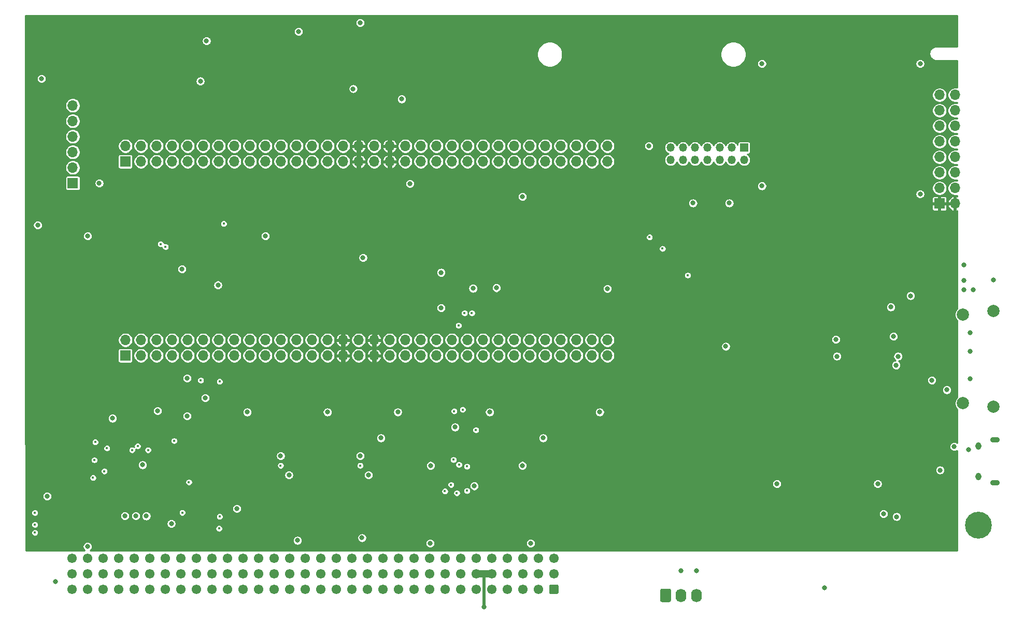
<source format=gbr>
G04 #@! TF.GenerationSoftware,KiCad,Pcbnew,5.1.9+dfsg1-1~bpo10+1*
G04 #@! TF.CreationDate,2023-04-04T12:11:00+02:00*
G04 #@! TF.ProjectId,nubus-to-ztex,6e756275-732d-4746-9f2d-7a7465782e6b,rev?*
G04 #@! TF.SameCoordinates,Original*
G04 #@! TF.FileFunction,Copper,L3,Inr*
G04 #@! TF.FilePolarity,Positive*
%FSLAX46Y46*%
G04 Gerber Fmt 4.6, Leading zero omitted, Abs format (unit mm)*
G04 Created by KiCad (PCBNEW 5.1.9+dfsg1-1~bpo10+1) date 2023-04-04 12:11:00*
%MOMM*%
%LPD*%
G01*
G04 APERTURE LIST*
G04 #@! TA.AperFunction,ComponentPad*
%ADD10C,4.400000*%
G04 #@! TD*
G04 #@! TA.AperFunction,ComponentPad*
%ADD11O,1.550000X0.890000*%
G04 #@! TD*
G04 #@! TA.AperFunction,ComponentPad*
%ADD12O,0.950000X1.250000*%
G04 #@! TD*
G04 #@! TA.AperFunction,ComponentPad*
%ADD13R,1.700000X1.700000*%
G04 #@! TD*
G04 #@! TA.AperFunction,ComponentPad*
%ADD14O,1.700000X1.700000*%
G04 #@! TD*
G04 #@! TA.AperFunction,ComponentPad*
%ADD15O,1.350000X1.350000*%
G04 #@! TD*
G04 #@! TA.AperFunction,ComponentPad*
%ADD16R,1.350000X1.350000*%
G04 #@! TD*
G04 #@! TA.AperFunction,ComponentPad*
%ADD17O,1.740000X2.200000*%
G04 #@! TD*
G04 #@! TA.AperFunction,ComponentPad*
%ADD18C,2.000000*%
G04 #@! TD*
G04 #@! TA.AperFunction,ComponentPad*
%ADD19C,1.550000*%
G04 #@! TD*
G04 #@! TA.AperFunction,ViaPad*
%ADD20C,0.800000*%
G04 #@! TD*
G04 #@! TA.AperFunction,ViaPad*
%ADD21C,0.450000*%
G04 #@! TD*
G04 #@! TA.AperFunction,Conductor*
%ADD22C,0.152400*%
G04 #@! TD*
G04 #@! TA.AperFunction,Conductor*
%ADD23C,0.800000*%
G04 #@! TD*
G04 #@! TA.AperFunction,Conductor*
%ADD24C,0.200000*%
G04 #@! TD*
G04 #@! TA.AperFunction,Conductor*
%ADD25C,0.500000*%
G04 #@! TD*
G04 #@! TA.AperFunction,Conductor*
%ADD26C,1.200000*%
G04 #@! TD*
G04 #@! TA.AperFunction,Conductor*
%ADD27C,0.254000*%
G04 #@! TD*
G04 #@! TA.AperFunction,Conductor*
%ADD28C,0.100000*%
G04 #@! TD*
G04 APERTURE END LIST*
D10*
X269350000Y-89500000D03*
D11*
X272050000Y-75570000D03*
X272050000Y-82570000D03*
D12*
X269350000Y-76570000D03*
X269350000Y-81570000D03*
D13*
X130000000Y-30000000D03*
D14*
X130000000Y-27460000D03*
X132540000Y-30000000D03*
X132540000Y-27460000D03*
X135080000Y-30000000D03*
X135080000Y-27460000D03*
X137620000Y-30000000D03*
X137620000Y-27460000D03*
X140160000Y-30000000D03*
X140160000Y-27460000D03*
X142700000Y-30000000D03*
X142700000Y-27460000D03*
X145240000Y-30000000D03*
X145240000Y-27460000D03*
X147780000Y-30000000D03*
X147780000Y-27460000D03*
X150320000Y-30000000D03*
X150320000Y-27460000D03*
X152860000Y-30000000D03*
X152860000Y-27460000D03*
X155400000Y-30000000D03*
X155400000Y-27460000D03*
X157940000Y-30000000D03*
X157940000Y-27460000D03*
X160480000Y-30000000D03*
X160480000Y-27460000D03*
X163020000Y-30000000D03*
X163020000Y-27460000D03*
X165560000Y-30000000D03*
X165560000Y-27460000D03*
X168100000Y-30000000D03*
X168100000Y-27460000D03*
X170640000Y-30000000D03*
X170640000Y-27460000D03*
X173180000Y-30000000D03*
X173180000Y-27460000D03*
X175720000Y-30000000D03*
X175720000Y-27460000D03*
X178260000Y-30000000D03*
X178260000Y-27460000D03*
X180800000Y-30000000D03*
X180800000Y-27460000D03*
X183340000Y-30000000D03*
X183340000Y-27460000D03*
X185880000Y-30000000D03*
X185880000Y-27460000D03*
X188420000Y-30000000D03*
X188420000Y-27460000D03*
X190960000Y-30000000D03*
X190960000Y-27460000D03*
X193500000Y-30000000D03*
X193500000Y-27460000D03*
X196040000Y-30000000D03*
X196040000Y-27460000D03*
X198580000Y-30000000D03*
X198580000Y-27460000D03*
X201120000Y-30000000D03*
X201120000Y-27460000D03*
X203660000Y-30000000D03*
X203660000Y-27460000D03*
X206200000Y-30000000D03*
X206200000Y-27460000D03*
X208740000Y-30000000D03*
X208740000Y-27460000D03*
D13*
X130000000Y-61750000D03*
D14*
X130000000Y-59210000D03*
X132540000Y-61750000D03*
X132540000Y-59210000D03*
X135080000Y-61750000D03*
X135080000Y-59210000D03*
X137620000Y-61750000D03*
X137620000Y-59210000D03*
X140160000Y-61750000D03*
X140160000Y-59210000D03*
X142700000Y-61750000D03*
X142700000Y-59210000D03*
X145240000Y-61750000D03*
X145240000Y-59210000D03*
X147780000Y-61750000D03*
X147780000Y-59210000D03*
X150320000Y-61750000D03*
X150320000Y-59210000D03*
X152860000Y-61750000D03*
X152860000Y-59210000D03*
X155400000Y-61750000D03*
X155400000Y-59210000D03*
X157940000Y-61750000D03*
X157940000Y-59210000D03*
X160480000Y-61750000D03*
X160480000Y-59210000D03*
X163020000Y-61750000D03*
X163020000Y-59210000D03*
X165560000Y-61750000D03*
X165560000Y-59210000D03*
X168100000Y-61750000D03*
X168100000Y-59210000D03*
X170640000Y-61750000D03*
X170640000Y-59210000D03*
X173180000Y-61750000D03*
X173180000Y-59210000D03*
X175720000Y-61750000D03*
X175720000Y-59210000D03*
X178260000Y-61750000D03*
X178260000Y-59210000D03*
X180800000Y-61750000D03*
X180800000Y-59210000D03*
X183340000Y-61750000D03*
X183340000Y-59210000D03*
X185880000Y-61750000D03*
X185880000Y-59210000D03*
X188420000Y-61750000D03*
X188420000Y-59210000D03*
X190960000Y-61750000D03*
X190960000Y-59210000D03*
X193500000Y-61750000D03*
X193500000Y-59210000D03*
X196040000Y-61750000D03*
X196040000Y-59210000D03*
X198580000Y-61750000D03*
X198580000Y-59210000D03*
X201120000Y-61750000D03*
X201120000Y-59210000D03*
X203660000Y-61750000D03*
X203660000Y-59210000D03*
X206200000Y-61750000D03*
X206200000Y-59210000D03*
X208740000Y-61750000D03*
X208740000Y-59210000D03*
X265540000Y-19110000D03*
X263000000Y-19110000D03*
X265540000Y-21650000D03*
X263000000Y-21650000D03*
X265540000Y-24190000D03*
X263000000Y-24190000D03*
X265540000Y-26730000D03*
X263000000Y-26730000D03*
X265540000Y-29270000D03*
X263000000Y-29270000D03*
X265540000Y-31810000D03*
X263000000Y-31810000D03*
X265540000Y-34350000D03*
X263000000Y-34350000D03*
X265540000Y-36890000D03*
D13*
X263000000Y-36890000D03*
D15*
X219080000Y-29730000D03*
X219080000Y-27730000D03*
X221080000Y-29730000D03*
X221080000Y-27730000D03*
X223080000Y-29730000D03*
X223080000Y-27730000D03*
X225080000Y-29730000D03*
X225080000Y-27730000D03*
X227080000Y-29730000D03*
X227080000Y-27730000D03*
X229080000Y-29730000D03*
X229080000Y-27730000D03*
X231080000Y-29730000D03*
D16*
X231080000Y-27730000D03*
D13*
X121400000Y-33528000D03*
D14*
X121400000Y-30988000D03*
X121400000Y-28448000D03*
X121400000Y-25908000D03*
X121400000Y-23368000D03*
X121400000Y-20828000D03*
G04 #@! TA.AperFunction,ComponentPad*
G36*
G01*
X217390000Y-101850001D02*
X217390000Y-100149999D01*
G75*
G02*
X217639999Y-99900000I249999J0D01*
G01*
X218880001Y-99900000D01*
G75*
G02*
X219130000Y-100149999I0J-249999D01*
G01*
X219130000Y-101850001D01*
G75*
G02*
X218880001Y-102100000I-249999J0D01*
G01*
X217639999Y-102100000D01*
G75*
G02*
X217390000Y-101850001I0J249999D01*
G01*
G37*
G04 #@! TD.AperFunction*
D17*
X220800000Y-101000000D03*
X223340000Y-101000000D03*
D18*
X271800000Y-70150000D03*
X271800000Y-54450000D03*
X266850000Y-69550000D03*
X266850000Y-55050000D03*
G04 #@! TA.AperFunction,ComponentPad*
G36*
G01*
X200775000Y-99474998D02*
X200775000Y-100525002D01*
G75*
G02*
X200525002Y-100775000I-249998J0D01*
G01*
X199474998Y-100775000D01*
G75*
G02*
X199225000Y-100525002I0J249998D01*
G01*
X199225000Y-99474998D01*
G75*
G02*
X199474998Y-99225000I249998J0D01*
G01*
X200525002Y-99225000D01*
G75*
G02*
X200775000Y-99474998I0J-249998D01*
G01*
G37*
G04 #@! TD.AperFunction*
D19*
X197460000Y-100000000D03*
X194920000Y-100000000D03*
X192380000Y-100000000D03*
X189840000Y-100000000D03*
X187300000Y-100000000D03*
X184760000Y-100000000D03*
X182220000Y-100000000D03*
X179680000Y-100000000D03*
X177140000Y-100000000D03*
X174600000Y-100000000D03*
X172060000Y-100000000D03*
X169520000Y-100000000D03*
X166980000Y-100000000D03*
X164440000Y-100000000D03*
X161900000Y-100000000D03*
X159360000Y-100000000D03*
X156820000Y-100000000D03*
X154280000Y-100000000D03*
X151740000Y-100000000D03*
X149200000Y-100000000D03*
X146660000Y-100000000D03*
X144120000Y-100000000D03*
X141580000Y-100000000D03*
X139040000Y-100000000D03*
X136500000Y-100000000D03*
X133960000Y-100000000D03*
X131420000Y-100000000D03*
X128880000Y-100000000D03*
X126340000Y-100000000D03*
X123800000Y-100000000D03*
X121260000Y-100000000D03*
X200000000Y-97460000D03*
X197460000Y-97460000D03*
X194920000Y-97460000D03*
X192380000Y-97460000D03*
X189840000Y-97460000D03*
X187300000Y-97460000D03*
X184760000Y-97460000D03*
X182220000Y-97460000D03*
X179680000Y-97460000D03*
X177140000Y-97460000D03*
X174600000Y-97460000D03*
X172060000Y-97460000D03*
X169520000Y-97460000D03*
X166980000Y-97460000D03*
X164440000Y-97460000D03*
X161900000Y-97460000D03*
X159360000Y-97460000D03*
X156820000Y-97460000D03*
X154280000Y-97460000D03*
X151740000Y-97460000D03*
X149200000Y-97460000D03*
X146660000Y-97460000D03*
X144120000Y-97460000D03*
X141580000Y-97460000D03*
X139040000Y-97460000D03*
X136500000Y-97460000D03*
X133960000Y-97460000D03*
X131420000Y-97460000D03*
X128880000Y-97460000D03*
X126340000Y-97460000D03*
X123800000Y-97460000D03*
X121260000Y-97460000D03*
X200000000Y-94920000D03*
X197460000Y-94920000D03*
X194920000Y-94920000D03*
X192380000Y-94920000D03*
X189840000Y-94920000D03*
X187300000Y-94920000D03*
X184760000Y-94920000D03*
X182220000Y-94920000D03*
X179680000Y-94920000D03*
X177140000Y-94920000D03*
X174600000Y-94920000D03*
X172060000Y-94920000D03*
X169520000Y-94920000D03*
X166980000Y-94920000D03*
X164440000Y-94920000D03*
X161900000Y-94920000D03*
X159360000Y-94920000D03*
X156820000Y-94920000D03*
X154280000Y-94920000D03*
X151740000Y-94920000D03*
X149200000Y-94920000D03*
X146660000Y-94920000D03*
X144120000Y-94920000D03*
X141580000Y-94920000D03*
X139040000Y-94920000D03*
X136500000Y-94920000D03*
X133960000Y-94920000D03*
X131420000Y-94920000D03*
X128880000Y-94920000D03*
X126340000Y-94920000D03*
X123800000Y-94920000D03*
X121260000Y-94920000D03*
D20*
X155357500Y-78180000D03*
X267000000Y-51000000D03*
X222740000Y-36800000D03*
X234000000Y-34000000D03*
X174500000Y-71000000D03*
X194880000Y-35760000D03*
X208740000Y-50800000D03*
X215540000Y-27460000D03*
X116300000Y-16437500D03*
X268000000Y-58050000D03*
X149900000Y-71000000D03*
D21*
X145300000Y-90050000D03*
D20*
X189500000Y-71000000D03*
X186786371Y-50762953D03*
X118534670Y-98720000D03*
D21*
X115200000Y-90730000D03*
D20*
X152880000Y-42180000D03*
X181586371Y-48162953D03*
X268000000Y-65550000D03*
X187000000Y-83100000D03*
X183850000Y-73462500D03*
X256220000Y-61875000D03*
X135250000Y-70800000D03*
X139252400Y-47600000D03*
X268000000Y-61050000D03*
X140070000Y-71650000D03*
X168650000Y-91575000D03*
D21*
X145400000Y-88100000D03*
D20*
X163000000Y-71000000D03*
X158100000Y-92000000D03*
X207500000Y-71000000D03*
X132800000Y-79640000D03*
D21*
X131100000Y-77215000D03*
D20*
X252900000Y-82730000D03*
X264200000Y-67357500D03*
X194857500Y-79750000D03*
D21*
X115200000Y-87480000D03*
D20*
X176480000Y-33630000D03*
X140070000Y-65480000D03*
X181586371Y-53962953D03*
X236450000Y-82730000D03*
X145125000Y-50200000D03*
X256010000Y-88120000D03*
X148200000Y-86800000D03*
X117200000Y-84780000D03*
X179800000Y-92480000D03*
X123800000Y-93000000D03*
X115670000Y-40410000D03*
X190611371Y-50675453D03*
D21*
X168357500Y-79750000D03*
D20*
X228090000Y-60250000D03*
X168820000Y-45760000D03*
X168357500Y-78180000D03*
D21*
X139300000Y-87450000D03*
D20*
X255040000Y-53812500D03*
X246062500Y-59100000D03*
X255500000Y-58625000D03*
X179857500Y-79750000D03*
X127900000Y-72015000D03*
D21*
X115200000Y-89430000D03*
D20*
X267720000Y-77180000D03*
X196200000Y-92480000D03*
X244180000Y-99750000D03*
X137500000Y-89275000D03*
X259850000Y-35315000D03*
X259850000Y-14000000D03*
X234000000Y-14000000D03*
X125722000Y-33528000D03*
X228670000Y-36800000D03*
X143040000Y-68680000D03*
X268560000Y-51000000D03*
X267000000Y-49425000D03*
X156725000Y-81300000D03*
D21*
X155357500Y-79750000D03*
D20*
X169725000Y-81300000D03*
X123840134Y-42199866D03*
X175135000Y-19775000D03*
X267000000Y-46930000D03*
X167210000Y-18100000D03*
X158300000Y-8750000D03*
X143250000Y-10250000D03*
X168340000Y-7300000D03*
X223340000Y-97000000D03*
X258275000Y-51965000D03*
X265400000Y-76660000D03*
X263085000Y-80495000D03*
X198250000Y-75237500D03*
X171750000Y-75237500D03*
X142250000Y-16835293D03*
D21*
X221870000Y-48620000D03*
D20*
X161750000Y-73687500D03*
X172485673Y-15948535D03*
X188250000Y-73687500D03*
X136727523Y-83900000D03*
X137700000Y-44789641D03*
X248080000Y-63750000D03*
X126287500Y-82100000D03*
X115812500Y-82500000D03*
X148750000Y-73687500D03*
X140387500Y-83700000D03*
X118300000Y-79800000D03*
X143600000Y-86400000D03*
X245170000Y-58110000D03*
X137500000Y-90825000D03*
X116300000Y-11175000D03*
X116500000Y-69150000D03*
X173300000Y-73687500D03*
X118265134Y-45400000D03*
X121200000Y-84780000D03*
X181250000Y-73687500D03*
X118265134Y-51400000D03*
X136140000Y-15235293D03*
X189211371Y-53562953D03*
X129652500Y-81000000D03*
X179412661Y-85255497D03*
X259850000Y-36890000D03*
X175135000Y-21325000D03*
X156100000Y-8750000D03*
X163500000Y-10250000D03*
X148000000Y-10250000D03*
X262800000Y-53810000D03*
X259850000Y-55387500D03*
X198250000Y-73687500D03*
X171750000Y-73687500D03*
X142250000Y-15285293D03*
X253850000Y-87660000D03*
X246230000Y-61872500D03*
X131697842Y-88000000D03*
X129897842Y-88000000D03*
X133421568Y-88014972D03*
X188575000Y-102850000D03*
X220800000Y-97000000D03*
D21*
X184418601Y-56831399D03*
X183600000Y-78800000D03*
X184150000Y-84250000D03*
X186600000Y-54800000D03*
X187263411Y-73930000D03*
X185400000Y-54800000D03*
X185800000Y-83875000D03*
X185800000Y-79900000D03*
X137965000Y-75700000D03*
X132000000Y-76565000D03*
X136541399Y-43958601D03*
X135750000Y-43500000D03*
X146070000Y-40170000D03*
D20*
X271800000Y-49380000D03*
D21*
X217750000Y-44250000D03*
X215625000Y-42375000D03*
X133700000Y-77215000D03*
X145387500Y-66000000D03*
X140375000Y-82475000D03*
X142300000Y-65800000D03*
X125066330Y-75900000D03*
X126550000Y-80675000D03*
X124712500Y-81750000D03*
X126975000Y-76905000D03*
X124925000Y-78850000D03*
X182200161Y-83950161D03*
X183200000Y-82900000D03*
X184500000Y-79600000D03*
X185110000Y-70590000D03*
X183710000Y-70850000D03*
D20*
X261760000Y-65782500D03*
X255920000Y-63320000D03*
D22*
X165460000Y-66400000D02*
X165560000Y-66500000D01*
X170000000Y-64500000D02*
X170640000Y-63860000D01*
D23*
X165560000Y-59210000D02*
X165560000Y-56940000D01*
D22*
X148750000Y-73687500D02*
X148750000Y-76402500D01*
X117220000Y-80800000D02*
X117400000Y-80980000D01*
X166000000Y-64500000D02*
X170000000Y-64500000D01*
X137500000Y-90887500D02*
X136934315Y-90887500D01*
X148750000Y-73687500D02*
X161750000Y-73687500D01*
D23*
X168100000Y-30000000D02*
X168100000Y-32800000D01*
X173180000Y-39820000D02*
X173180000Y-30000000D01*
X165560000Y-61750000D02*
X165560000Y-65100000D01*
X170640000Y-42360000D02*
X173180000Y-39820000D01*
X170640000Y-59210000D02*
X170640000Y-61750000D01*
D22*
X147202500Y-77950000D02*
X148750000Y-76402500D01*
D23*
X170640000Y-47000000D02*
X170640000Y-42360000D01*
D22*
X134927523Y-82100000D02*
X136727523Y-83900000D01*
D23*
X165560000Y-59210000D02*
X165560000Y-61750000D01*
D22*
X156110359Y-44789641D02*
X162500000Y-38400000D01*
X145775000Y-44789641D02*
X147100000Y-44789641D01*
X143500000Y-77950000D02*
X147202500Y-77950000D01*
X199687500Y-73687500D02*
X202830000Y-76830000D01*
D23*
X168100000Y-27460000D02*
X168100000Y-30000000D01*
D22*
X137700000Y-44789641D02*
X118875493Y-44789641D01*
X118875493Y-44789641D02*
X118265134Y-45400000D01*
X161762500Y-73700000D02*
X161750000Y-73687500D01*
X117332500Y-80980000D02*
X117400000Y-80980000D01*
X115812500Y-82500000D02*
X117332500Y-80980000D01*
X126287500Y-82100000D02*
X134927523Y-82100000D01*
X118265134Y-45400000D02*
X118265134Y-51400000D01*
X118300000Y-79800000D02*
X117300000Y-80800000D01*
X117300000Y-80800000D02*
X117220000Y-80800000D01*
D23*
X173180000Y-27460000D02*
X173180000Y-30000000D01*
D22*
X136727523Y-83900000D02*
X137550000Y-83900000D01*
X137550000Y-83900000D02*
X137750000Y-83700000D01*
D23*
X168100000Y-27460000D02*
X168100000Y-25600000D01*
X170640000Y-59210000D02*
X170640000Y-47000000D01*
D22*
X137750000Y-83700000D02*
X143500000Y-77950000D01*
X226129315Y-76830000D02*
X202830000Y-76830000D01*
X143500000Y-77950000D02*
X143500000Y-85812500D01*
X143500000Y-85812500D02*
X143787500Y-86100000D01*
D23*
X170640000Y-63860000D02*
X170640000Y-61750000D01*
D22*
X136934315Y-90887500D02*
X136727523Y-90680708D01*
X166000000Y-64500000D02*
X165560000Y-64060000D01*
X165440000Y-65220000D02*
X165560000Y-65100000D01*
D23*
X165560000Y-73750000D02*
X165560000Y-66500000D01*
D22*
X140387500Y-83700000D02*
X137750000Y-83700000D01*
X147100000Y-44789641D02*
X156110359Y-44789641D01*
X136727523Y-83900000D02*
X135847523Y-84780000D01*
X116500000Y-69150000D02*
X116500000Y-78000000D01*
X116500000Y-78000000D02*
X118300000Y-79800000D01*
D23*
X165560000Y-65100000D02*
X165560000Y-66500000D01*
X173180000Y-25600000D02*
X173180000Y-27460000D01*
D22*
X162500000Y-38400000D02*
X168100000Y-32800000D01*
X136727523Y-90680708D02*
X136727523Y-83900000D01*
X145775000Y-44789641D02*
X137700000Y-44789641D01*
X170640000Y-47000000D02*
X170764999Y-47124999D01*
X127387500Y-81000000D02*
X126287500Y-82100000D01*
X129652500Y-81000000D02*
X127387500Y-81000000D01*
X181250000Y-74253185D02*
X182906815Y-75910000D01*
X181250000Y-73687500D02*
X181250000Y-74253185D01*
X182906815Y-75910000D02*
X187620000Y-75910000D01*
X188250000Y-75280000D02*
X188250000Y-73687500D01*
X187620000Y-75910000D02*
X188250000Y-75280000D01*
X179412661Y-85255497D02*
X175255497Y-85255497D01*
X170640000Y-58840000D02*
X170640000Y-59210000D01*
X173090000Y-56390000D02*
X170640000Y-58840000D01*
X117400000Y-80980000D02*
X121200000Y-84780000D01*
X135847523Y-84780000D02*
X121200000Y-84780000D01*
D24*
X235000000Y-76830000D02*
X248080000Y-63750000D01*
X226129315Y-76830000D02*
X235000000Y-76830000D01*
X173090000Y-56390000D02*
X181360000Y-56390000D01*
X184187047Y-53562953D02*
X189211371Y-53562953D01*
X181360000Y-56390000D02*
X184187047Y-53562953D01*
X168100000Y-25600000D02*
X173180000Y-25600000D01*
X172485673Y-24905673D02*
X173180000Y-25600000D01*
X172485673Y-15948535D02*
X172485673Y-24905673D01*
X259850000Y-36890000D02*
X259850000Y-53087500D01*
X175135000Y-23645000D02*
X173180000Y-25600000D01*
X175135000Y-21325000D02*
X175135000Y-23645000D01*
X248080000Y-63750000D02*
X248080000Y-58740000D01*
X247450000Y-58110000D02*
X245170000Y-58110000D01*
X248080000Y-58740000D02*
X247450000Y-58110000D01*
X259850000Y-53087500D02*
X259850000Y-55387500D01*
X247892500Y-55387500D02*
X245170000Y-58110000D01*
X259850000Y-55387500D02*
X247892500Y-55387500D01*
X172485673Y-15948535D02*
X169198535Y-15948535D01*
X199687500Y-73687500D02*
X198250000Y-73687500D01*
X188250000Y-73687500D02*
X198250000Y-73687500D01*
X181250000Y-73687500D02*
X173300000Y-73687500D01*
X173300000Y-73687500D02*
X171750000Y-73687500D01*
X171750000Y-73687500D02*
X161750000Y-73687500D01*
X173300000Y-83300000D02*
X175255497Y-85255497D01*
X173300000Y-73687500D02*
X173300000Y-83300000D01*
X148000000Y-10250000D02*
X163500000Y-10250000D01*
X169198535Y-15948535D02*
X163500000Y-10250000D01*
X141825294Y-9549999D02*
X136140000Y-15235293D01*
X148000000Y-10250000D02*
X147299999Y-9549999D01*
X147299999Y-9549999D02*
X141825294Y-9549999D01*
X120360293Y-15235293D02*
X116300000Y-11175000D01*
X136140000Y-15235293D02*
X120360293Y-15235293D01*
D22*
X133406596Y-88000000D02*
X133421568Y-88014972D01*
D25*
X188560000Y-97460000D02*
X188560000Y-102810000D01*
D26*
X187300000Y-97460000D02*
X188560000Y-97460000D01*
X188560000Y-97460000D02*
X189840000Y-97460000D01*
D22*
X173212500Y-61782500D02*
X173180000Y-61750000D01*
D27*
X265873000Y-11174000D02*
X262477601Y-11174000D01*
X262454816Y-11176244D01*
X262445726Y-11176244D01*
X262439394Y-11176910D01*
X262303630Y-11192139D01*
X262263213Y-11200730D01*
X262222665Y-11208758D01*
X262216583Y-11210641D01*
X262216582Y-11210641D01*
X262216579Y-11210642D01*
X262216577Y-11210643D01*
X262086362Y-11251950D01*
X262048378Y-11268229D01*
X262010161Y-11283981D01*
X262004566Y-11287007D01*
X262004563Y-11287008D01*
X262004560Y-11287010D01*
X261884842Y-11352826D01*
X261850701Y-11376202D01*
X261816318Y-11399046D01*
X261811422Y-11403097D01*
X261811410Y-11403105D01*
X261811401Y-11403114D01*
X261706758Y-11490920D01*
X261677851Y-11520438D01*
X261648515Y-11549570D01*
X261644496Y-11554499D01*
X261644491Y-11554504D01*
X261644487Y-11554509D01*
X261558887Y-11660975D01*
X261536260Y-11695552D01*
X261513146Y-11729819D01*
X261510157Y-11735441D01*
X261446863Y-11856510D01*
X261431375Y-11894842D01*
X261415363Y-11932933D01*
X261413523Y-11939029D01*
X261374951Y-12070087D01*
X261367201Y-12110711D01*
X261358897Y-12151168D01*
X261358277Y-12157497D01*
X261358275Y-12157506D01*
X261358275Y-12157514D01*
X261345894Y-12293558D01*
X261346182Y-12334848D01*
X261345893Y-12376214D01*
X261346515Y-12382551D01*
X261360795Y-12518419D01*
X261369108Y-12558917D01*
X261376850Y-12599505D01*
X261378687Y-12605586D01*
X261378689Y-12605597D01*
X261378693Y-12605607D01*
X261419090Y-12736106D01*
X261435105Y-12774206D01*
X261450587Y-12812524D01*
X261453576Y-12818146D01*
X261518554Y-12938320D01*
X261541664Y-12972582D01*
X261564294Y-13007165D01*
X261568317Y-13012097D01*
X261568320Y-13012101D01*
X261568324Y-13012105D01*
X261655401Y-13117364D01*
X261684733Y-13146493D01*
X261713645Y-13176017D01*
X261718540Y-13180065D01*
X261718549Y-13180074D01*
X261718559Y-13180080D01*
X261824422Y-13266420D01*
X261858817Y-13289272D01*
X261892947Y-13312642D01*
X261898548Y-13315670D01*
X262019173Y-13379807D01*
X262057408Y-13395566D01*
X262095368Y-13411837D01*
X262101447Y-13413718D01*
X262101454Y-13413721D01*
X262101462Y-13413723D01*
X262232235Y-13453206D01*
X262272775Y-13461234D01*
X262313207Y-13469828D01*
X262319533Y-13470492D01*
X262319536Y-13470493D01*
X262319539Y-13470493D01*
X262455504Y-13483824D01*
X262455507Y-13483824D01*
X262477601Y-13486000D01*
X265873000Y-13486000D01*
X265873000Y-17921122D01*
X265661243Y-17879000D01*
X265418757Y-17879000D01*
X265180931Y-17926307D01*
X264956903Y-18019102D01*
X264755283Y-18153820D01*
X264583820Y-18325283D01*
X264449102Y-18526903D01*
X264356307Y-18750931D01*
X264309000Y-18988757D01*
X264309000Y-19231243D01*
X264356307Y-19469069D01*
X264449102Y-19693097D01*
X264583820Y-19894717D01*
X264755283Y-20066180D01*
X264956903Y-20200898D01*
X265180931Y-20293693D01*
X265418757Y-20341000D01*
X265661243Y-20341000D01*
X265873000Y-20298878D01*
X265873000Y-20461122D01*
X265661243Y-20419000D01*
X265418757Y-20419000D01*
X265180931Y-20466307D01*
X264956903Y-20559102D01*
X264755283Y-20693820D01*
X264583820Y-20865283D01*
X264449102Y-21066903D01*
X264356307Y-21290931D01*
X264309000Y-21528757D01*
X264309000Y-21771243D01*
X264356307Y-22009069D01*
X264449102Y-22233097D01*
X264583820Y-22434717D01*
X264755283Y-22606180D01*
X264956903Y-22740898D01*
X265180931Y-22833693D01*
X265418757Y-22881000D01*
X265661243Y-22881000D01*
X265873000Y-22838878D01*
X265873000Y-23001122D01*
X265661243Y-22959000D01*
X265418757Y-22959000D01*
X265180931Y-23006307D01*
X264956903Y-23099102D01*
X264755283Y-23233820D01*
X264583820Y-23405283D01*
X264449102Y-23606903D01*
X264356307Y-23830931D01*
X264309000Y-24068757D01*
X264309000Y-24311243D01*
X264356307Y-24549069D01*
X264449102Y-24773097D01*
X264583820Y-24974717D01*
X264755283Y-25146180D01*
X264956903Y-25280898D01*
X265180931Y-25373693D01*
X265418757Y-25421000D01*
X265661243Y-25421000D01*
X265873000Y-25378878D01*
X265873000Y-25541122D01*
X265661243Y-25499000D01*
X265418757Y-25499000D01*
X265180931Y-25546307D01*
X264956903Y-25639102D01*
X264755283Y-25773820D01*
X264583820Y-25945283D01*
X264449102Y-26146903D01*
X264356307Y-26370931D01*
X264309000Y-26608757D01*
X264309000Y-26851243D01*
X264356307Y-27089069D01*
X264449102Y-27313097D01*
X264583820Y-27514717D01*
X264755283Y-27686180D01*
X264956903Y-27820898D01*
X265180931Y-27913693D01*
X265418757Y-27961000D01*
X265661243Y-27961000D01*
X265873000Y-27918878D01*
X265873000Y-28081122D01*
X265661243Y-28039000D01*
X265418757Y-28039000D01*
X265180931Y-28086307D01*
X264956903Y-28179102D01*
X264755283Y-28313820D01*
X264583820Y-28485283D01*
X264449102Y-28686903D01*
X264356307Y-28910931D01*
X264309000Y-29148757D01*
X264309000Y-29391243D01*
X264356307Y-29629069D01*
X264449102Y-29853097D01*
X264583820Y-30054717D01*
X264755283Y-30226180D01*
X264956903Y-30360898D01*
X265180931Y-30453693D01*
X265418757Y-30501000D01*
X265661243Y-30501000D01*
X265873000Y-30458878D01*
X265873000Y-30621122D01*
X265661243Y-30579000D01*
X265418757Y-30579000D01*
X265180931Y-30626307D01*
X264956903Y-30719102D01*
X264755283Y-30853820D01*
X264583820Y-31025283D01*
X264449102Y-31226903D01*
X264356307Y-31450931D01*
X264309000Y-31688757D01*
X264309000Y-31931243D01*
X264356307Y-32169069D01*
X264449102Y-32393097D01*
X264583820Y-32594717D01*
X264755283Y-32766180D01*
X264956903Y-32900898D01*
X265180931Y-32993693D01*
X265418757Y-33041000D01*
X265661243Y-33041000D01*
X265873000Y-32998878D01*
X265873000Y-33161122D01*
X265661243Y-33119000D01*
X265418757Y-33119000D01*
X265180931Y-33166307D01*
X264956903Y-33259102D01*
X264755283Y-33393820D01*
X264583820Y-33565283D01*
X264449102Y-33766903D01*
X264356307Y-33990931D01*
X264309000Y-34228757D01*
X264309000Y-34471243D01*
X264356307Y-34709069D01*
X264449102Y-34933097D01*
X264583820Y-35134717D01*
X264755283Y-35306180D01*
X264956903Y-35440898D01*
X265180931Y-35533693D01*
X265418757Y-35581000D01*
X265661243Y-35581000D01*
X265873000Y-35538878D01*
X265873000Y-35706509D01*
X265856981Y-35700505D01*
X265667000Y-35760813D01*
X265667000Y-36763000D01*
X265687000Y-36763000D01*
X265687000Y-37017000D01*
X265667000Y-37017000D01*
X265667000Y-38019187D01*
X265856981Y-38079495D01*
X265873000Y-38073491D01*
X265873000Y-54073971D01*
X265777307Y-54169664D01*
X265626174Y-54395851D01*
X265522071Y-54647177D01*
X265469000Y-54913983D01*
X265469000Y-55186017D01*
X265522071Y-55452823D01*
X265626174Y-55704149D01*
X265777307Y-55930336D01*
X265873000Y-56026029D01*
X265873000Y-68573971D01*
X265777307Y-68669664D01*
X265626174Y-68895851D01*
X265522071Y-69147177D01*
X265469000Y-69413983D01*
X265469000Y-69686017D01*
X265522071Y-69952823D01*
X265626174Y-70204149D01*
X265777307Y-70430336D01*
X265873000Y-70526029D01*
X265873000Y-76036748D01*
X265769942Y-75967887D01*
X265627809Y-75909013D01*
X265476922Y-75879000D01*
X265323078Y-75879000D01*
X265172191Y-75909013D01*
X265030058Y-75967887D01*
X264902141Y-76053358D01*
X264793358Y-76162141D01*
X264707887Y-76290058D01*
X264649013Y-76432191D01*
X264619000Y-76583078D01*
X264619000Y-76736922D01*
X264649013Y-76887809D01*
X264707887Y-77029942D01*
X264793358Y-77157859D01*
X264902141Y-77266642D01*
X265030058Y-77352113D01*
X265172191Y-77410987D01*
X265323078Y-77441000D01*
X265476922Y-77441000D01*
X265627809Y-77410987D01*
X265769942Y-77352113D01*
X265873000Y-77283252D01*
X265873000Y-93623000D01*
X124273377Y-93623000D01*
X124297859Y-93606642D01*
X124406642Y-93497859D01*
X124492113Y-93369942D01*
X124550987Y-93227809D01*
X124581000Y-93076922D01*
X124581000Y-92923078D01*
X124550987Y-92772191D01*
X124492113Y-92630058D01*
X124406642Y-92502141D01*
X124297859Y-92393358D01*
X124169942Y-92307887D01*
X124027809Y-92249013D01*
X123876922Y-92219000D01*
X123723078Y-92219000D01*
X123572191Y-92249013D01*
X123430058Y-92307887D01*
X123302141Y-92393358D01*
X123193358Y-92502141D01*
X123107887Y-92630058D01*
X123049013Y-92772191D01*
X123019000Y-92923078D01*
X123019000Y-93076922D01*
X123049013Y-93227809D01*
X123107887Y-93369942D01*
X123193358Y-93497859D01*
X123302141Y-93606642D01*
X123326623Y-93623000D01*
X113726855Y-93623000D01*
X113724919Y-91923078D01*
X157319000Y-91923078D01*
X157319000Y-92076922D01*
X157349013Y-92227809D01*
X157407887Y-92369942D01*
X157493358Y-92497859D01*
X157602141Y-92606642D01*
X157730058Y-92692113D01*
X157872191Y-92750987D01*
X158023078Y-92781000D01*
X158176922Y-92781000D01*
X158327809Y-92750987D01*
X158469942Y-92692113D01*
X158597859Y-92606642D01*
X158706642Y-92497859D01*
X158769972Y-92403078D01*
X179019000Y-92403078D01*
X179019000Y-92556922D01*
X179049013Y-92707809D01*
X179107887Y-92849942D01*
X179193358Y-92977859D01*
X179302141Y-93086642D01*
X179430058Y-93172113D01*
X179572191Y-93230987D01*
X179723078Y-93261000D01*
X179876922Y-93261000D01*
X180027809Y-93230987D01*
X180169942Y-93172113D01*
X180297859Y-93086642D01*
X180406642Y-92977859D01*
X180492113Y-92849942D01*
X180550987Y-92707809D01*
X180581000Y-92556922D01*
X180581000Y-92403078D01*
X195419000Y-92403078D01*
X195419000Y-92556922D01*
X195449013Y-92707809D01*
X195507887Y-92849942D01*
X195593358Y-92977859D01*
X195702141Y-93086642D01*
X195830058Y-93172113D01*
X195972191Y-93230987D01*
X196123078Y-93261000D01*
X196276922Y-93261000D01*
X196427809Y-93230987D01*
X196569942Y-93172113D01*
X196697859Y-93086642D01*
X196806642Y-92977859D01*
X196892113Y-92849942D01*
X196950987Y-92707809D01*
X196981000Y-92556922D01*
X196981000Y-92403078D01*
X196950987Y-92252191D01*
X196892113Y-92110058D01*
X196806642Y-91982141D01*
X196697859Y-91873358D01*
X196569942Y-91787887D01*
X196427809Y-91729013D01*
X196276922Y-91699000D01*
X196123078Y-91699000D01*
X195972191Y-91729013D01*
X195830058Y-91787887D01*
X195702141Y-91873358D01*
X195593358Y-91982141D01*
X195507887Y-92110058D01*
X195449013Y-92252191D01*
X195419000Y-92403078D01*
X180581000Y-92403078D01*
X180550987Y-92252191D01*
X180492113Y-92110058D01*
X180406642Y-91982141D01*
X180297859Y-91873358D01*
X180169942Y-91787887D01*
X180027809Y-91729013D01*
X179876922Y-91699000D01*
X179723078Y-91699000D01*
X179572191Y-91729013D01*
X179430058Y-91787887D01*
X179302141Y-91873358D01*
X179193358Y-91982141D01*
X179107887Y-92110058D01*
X179049013Y-92252191D01*
X179019000Y-92403078D01*
X158769972Y-92403078D01*
X158792113Y-92369942D01*
X158850987Y-92227809D01*
X158881000Y-92076922D01*
X158881000Y-91923078D01*
X158850987Y-91772191D01*
X158792113Y-91630058D01*
X158706642Y-91502141D01*
X158702579Y-91498078D01*
X167869000Y-91498078D01*
X167869000Y-91651922D01*
X167899013Y-91802809D01*
X167957887Y-91944942D01*
X168043358Y-92072859D01*
X168152141Y-92181642D01*
X168280058Y-92267113D01*
X168422191Y-92325987D01*
X168573078Y-92356000D01*
X168726922Y-92356000D01*
X168877809Y-92325987D01*
X169019942Y-92267113D01*
X169147859Y-92181642D01*
X169256642Y-92072859D01*
X169342113Y-91944942D01*
X169400987Y-91802809D01*
X169431000Y-91651922D01*
X169431000Y-91498078D01*
X169400987Y-91347191D01*
X169342113Y-91205058D01*
X169256642Y-91077141D01*
X169147859Y-90968358D01*
X169019942Y-90882887D01*
X168877809Y-90824013D01*
X168726922Y-90794000D01*
X168573078Y-90794000D01*
X168422191Y-90824013D01*
X168280058Y-90882887D01*
X168152141Y-90968358D01*
X168043358Y-91077141D01*
X167957887Y-91205058D01*
X167899013Y-91347191D01*
X167869000Y-91498078D01*
X158702579Y-91498078D01*
X158597859Y-91393358D01*
X158469942Y-91307887D01*
X158327809Y-91249013D01*
X158176922Y-91219000D01*
X158023078Y-91219000D01*
X157872191Y-91249013D01*
X157730058Y-91307887D01*
X157602141Y-91393358D01*
X157493358Y-91502141D01*
X157407887Y-91630058D01*
X157349013Y-91772191D01*
X157319000Y-91923078D01*
X113724919Y-91923078D01*
X113723491Y-90670314D01*
X114594000Y-90670314D01*
X114594000Y-90789686D01*
X114617288Y-90906764D01*
X114662970Y-91017049D01*
X114729289Y-91116302D01*
X114813698Y-91200711D01*
X114912951Y-91267030D01*
X115023236Y-91312712D01*
X115140314Y-91336000D01*
X115259686Y-91336000D01*
X115376764Y-91312712D01*
X115487049Y-91267030D01*
X115586302Y-91200711D01*
X115670711Y-91116302D01*
X115737030Y-91017049D01*
X115782712Y-90906764D01*
X115806000Y-90789686D01*
X115806000Y-90670314D01*
X115782712Y-90553236D01*
X115737030Y-90442951D01*
X115670711Y-90343698D01*
X115586302Y-90259289D01*
X115487049Y-90192970D01*
X115376764Y-90147288D01*
X115259686Y-90124000D01*
X115140314Y-90124000D01*
X115023236Y-90147288D01*
X114912951Y-90192970D01*
X114813698Y-90259289D01*
X114729289Y-90343698D01*
X114662970Y-90442951D01*
X114617288Y-90553236D01*
X114594000Y-90670314D01*
X113723491Y-90670314D01*
X113722010Y-89370314D01*
X114594000Y-89370314D01*
X114594000Y-89489686D01*
X114617288Y-89606764D01*
X114662970Y-89717049D01*
X114729289Y-89816302D01*
X114813698Y-89900711D01*
X114912951Y-89967030D01*
X115023236Y-90012712D01*
X115140314Y-90036000D01*
X115259686Y-90036000D01*
X115376764Y-90012712D01*
X115487049Y-89967030D01*
X115586302Y-89900711D01*
X115670711Y-89816302D01*
X115737030Y-89717049D01*
X115782712Y-89606764D01*
X115806000Y-89489686D01*
X115806000Y-89370314D01*
X115782712Y-89253236D01*
X115759865Y-89198078D01*
X136719000Y-89198078D01*
X136719000Y-89351922D01*
X136749013Y-89502809D01*
X136807887Y-89644942D01*
X136893358Y-89772859D01*
X137002141Y-89881642D01*
X137130058Y-89967113D01*
X137272191Y-90025987D01*
X137423078Y-90056000D01*
X137576922Y-90056000D01*
X137727809Y-90025987D01*
X137813930Y-89990314D01*
X144694000Y-89990314D01*
X144694000Y-90109686D01*
X144717288Y-90226764D01*
X144762970Y-90337049D01*
X144829289Y-90436302D01*
X144913698Y-90520711D01*
X145012951Y-90587030D01*
X145123236Y-90632712D01*
X145240314Y-90656000D01*
X145359686Y-90656000D01*
X145476764Y-90632712D01*
X145587049Y-90587030D01*
X145686302Y-90520711D01*
X145770711Y-90436302D01*
X145837030Y-90337049D01*
X145882712Y-90226764D01*
X145906000Y-90109686D01*
X145906000Y-89990314D01*
X145882712Y-89873236D01*
X145837030Y-89762951D01*
X145770711Y-89663698D01*
X145686302Y-89579289D01*
X145587049Y-89512970D01*
X145476764Y-89467288D01*
X145359686Y-89444000D01*
X145240314Y-89444000D01*
X145123236Y-89467288D01*
X145012951Y-89512970D01*
X144913698Y-89579289D01*
X144829289Y-89663698D01*
X144762970Y-89762951D01*
X144717288Y-89873236D01*
X144694000Y-89990314D01*
X137813930Y-89990314D01*
X137869942Y-89967113D01*
X137997859Y-89881642D01*
X138106642Y-89772859D01*
X138192113Y-89644942D01*
X138250987Y-89502809D01*
X138281000Y-89351922D01*
X138281000Y-89198078D01*
X138250987Y-89047191D01*
X138192113Y-88905058D01*
X138106642Y-88777141D01*
X137997859Y-88668358D01*
X137869942Y-88582887D01*
X137727809Y-88524013D01*
X137576922Y-88494000D01*
X137423078Y-88494000D01*
X137272191Y-88524013D01*
X137130058Y-88582887D01*
X137002141Y-88668358D01*
X136893358Y-88777141D01*
X136807887Y-88905058D01*
X136749013Y-89047191D01*
X136719000Y-89198078D01*
X115759865Y-89198078D01*
X115737030Y-89142951D01*
X115670711Y-89043698D01*
X115586302Y-88959289D01*
X115487049Y-88892970D01*
X115376764Y-88847288D01*
X115259686Y-88824000D01*
X115140314Y-88824000D01*
X115023236Y-88847288D01*
X114912951Y-88892970D01*
X114813698Y-88959289D01*
X114729289Y-89043698D01*
X114662970Y-89142951D01*
X114617288Y-89253236D01*
X114594000Y-89370314D01*
X113722010Y-89370314D01*
X113719788Y-87420314D01*
X114594000Y-87420314D01*
X114594000Y-87539686D01*
X114617288Y-87656764D01*
X114662970Y-87767049D01*
X114729289Y-87866302D01*
X114813698Y-87950711D01*
X114912951Y-88017030D01*
X115023236Y-88062712D01*
X115140314Y-88086000D01*
X115259686Y-88086000D01*
X115376764Y-88062712D01*
X115487049Y-88017030D01*
X115586302Y-87950711D01*
X115613935Y-87923078D01*
X129116842Y-87923078D01*
X129116842Y-88076922D01*
X129146855Y-88227809D01*
X129205729Y-88369942D01*
X129291200Y-88497859D01*
X129399983Y-88606642D01*
X129527900Y-88692113D01*
X129670033Y-88750987D01*
X129820920Y-88781000D01*
X129974764Y-88781000D01*
X130125651Y-88750987D01*
X130267784Y-88692113D01*
X130395701Y-88606642D01*
X130504484Y-88497859D01*
X130589955Y-88369942D01*
X130648829Y-88227809D01*
X130678842Y-88076922D01*
X130678842Y-87923078D01*
X130916842Y-87923078D01*
X130916842Y-88076922D01*
X130946855Y-88227809D01*
X131005729Y-88369942D01*
X131091200Y-88497859D01*
X131199983Y-88606642D01*
X131327900Y-88692113D01*
X131470033Y-88750987D01*
X131620920Y-88781000D01*
X131774764Y-88781000D01*
X131925651Y-88750987D01*
X132067784Y-88692113D01*
X132195701Y-88606642D01*
X132304484Y-88497859D01*
X132389955Y-88369942D01*
X132448829Y-88227809D01*
X132478842Y-88076922D01*
X132478842Y-87938050D01*
X132640568Y-87938050D01*
X132640568Y-88091894D01*
X132670581Y-88242781D01*
X132729455Y-88384914D01*
X132814926Y-88512831D01*
X132923709Y-88621614D01*
X133051626Y-88707085D01*
X133193759Y-88765959D01*
X133344646Y-88795972D01*
X133498490Y-88795972D01*
X133649377Y-88765959D01*
X133791510Y-88707085D01*
X133919427Y-88621614D01*
X134028210Y-88512831D01*
X134113681Y-88384914D01*
X134172555Y-88242781D01*
X134202568Y-88091894D01*
X134202568Y-87938050D01*
X134172555Y-87787163D01*
X134113681Y-87645030D01*
X134028210Y-87517113D01*
X133919427Y-87408330D01*
X133892465Y-87390314D01*
X138694000Y-87390314D01*
X138694000Y-87509686D01*
X138717288Y-87626764D01*
X138762970Y-87737049D01*
X138829289Y-87836302D01*
X138913698Y-87920711D01*
X139012951Y-87987030D01*
X139123236Y-88032712D01*
X139240314Y-88056000D01*
X139359686Y-88056000D01*
X139438545Y-88040314D01*
X144794000Y-88040314D01*
X144794000Y-88159686D01*
X144817288Y-88276764D01*
X144862970Y-88387049D01*
X144929289Y-88486302D01*
X145013698Y-88570711D01*
X145112951Y-88637030D01*
X145223236Y-88682712D01*
X145340314Y-88706000D01*
X145459686Y-88706000D01*
X145576764Y-88682712D01*
X145687049Y-88637030D01*
X145786302Y-88570711D01*
X145870711Y-88486302D01*
X145937030Y-88387049D01*
X145982712Y-88276764D01*
X146006000Y-88159686D01*
X146006000Y-88040314D01*
X145982712Y-87923236D01*
X145937030Y-87812951D01*
X145870711Y-87713698D01*
X145786302Y-87629289D01*
X145717143Y-87583078D01*
X253069000Y-87583078D01*
X253069000Y-87736922D01*
X253099013Y-87887809D01*
X253157887Y-88029942D01*
X253243358Y-88157859D01*
X253352141Y-88266642D01*
X253480058Y-88352113D01*
X253622191Y-88410987D01*
X253773078Y-88441000D01*
X253926922Y-88441000D01*
X254077809Y-88410987D01*
X254219942Y-88352113D01*
X254347859Y-88266642D01*
X254456642Y-88157859D01*
X254533335Y-88043078D01*
X255229000Y-88043078D01*
X255229000Y-88196922D01*
X255259013Y-88347809D01*
X255317887Y-88489942D01*
X255403358Y-88617859D01*
X255512141Y-88726642D01*
X255640058Y-88812113D01*
X255782191Y-88870987D01*
X255933078Y-88901000D01*
X256086922Y-88901000D01*
X256237809Y-88870987D01*
X256379942Y-88812113D01*
X256507859Y-88726642D01*
X256616642Y-88617859D01*
X256702113Y-88489942D01*
X256760987Y-88347809D01*
X256791000Y-88196922D01*
X256791000Y-88043078D01*
X256760987Y-87892191D01*
X256702113Y-87750058D01*
X256616642Y-87622141D01*
X256507859Y-87513358D01*
X256379942Y-87427887D01*
X256237809Y-87369013D01*
X256086922Y-87339000D01*
X255933078Y-87339000D01*
X255782191Y-87369013D01*
X255640058Y-87427887D01*
X255512141Y-87513358D01*
X255403358Y-87622141D01*
X255317887Y-87750058D01*
X255259013Y-87892191D01*
X255229000Y-88043078D01*
X254533335Y-88043078D01*
X254542113Y-88029942D01*
X254600987Y-87887809D01*
X254631000Y-87736922D01*
X254631000Y-87583078D01*
X254600987Y-87432191D01*
X254542113Y-87290058D01*
X254456642Y-87162141D01*
X254347859Y-87053358D01*
X254219942Y-86967887D01*
X254077809Y-86909013D01*
X253926922Y-86879000D01*
X253773078Y-86879000D01*
X253622191Y-86909013D01*
X253480058Y-86967887D01*
X253352141Y-87053358D01*
X253243358Y-87162141D01*
X253157887Y-87290058D01*
X253099013Y-87432191D01*
X253069000Y-87583078D01*
X145717143Y-87583078D01*
X145687049Y-87562970D01*
X145576764Y-87517288D01*
X145459686Y-87494000D01*
X145340314Y-87494000D01*
X145223236Y-87517288D01*
X145112951Y-87562970D01*
X145013698Y-87629289D01*
X144929289Y-87713698D01*
X144862970Y-87812951D01*
X144817288Y-87923236D01*
X144794000Y-88040314D01*
X139438545Y-88040314D01*
X139476764Y-88032712D01*
X139587049Y-87987030D01*
X139686302Y-87920711D01*
X139770711Y-87836302D01*
X139837030Y-87737049D01*
X139882712Y-87626764D01*
X139906000Y-87509686D01*
X139906000Y-87390314D01*
X139882712Y-87273236D01*
X139837030Y-87162951D01*
X139770711Y-87063698D01*
X139686302Y-86979289D01*
X139587049Y-86912970D01*
X139476764Y-86867288D01*
X139359686Y-86844000D01*
X139240314Y-86844000D01*
X139123236Y-86867288D01*
X139012951Y-86912970D01*
X138913698Y-86979289D01*
X138829289Y-87063698D01*
X138762970Y-87162951D01*
X138717288Y-87273236D01*
X138694000Y-87390314D01*
X133892465Y-87390314D01*
X133791510Y-87322859D01*
X133649377Y-87263985D01*
X133498490Y-87233972D01*
X133344646Y-87233972D01*
X133193759Y-87263985D01*
X133051626Y-87322859D01*
X132923709Y-87408330D01*
X132814926Y-87517113D01*
X132729455Y-87645030D01*
X132670581Y-87787163D01*
X132640568Y-87938050D01*
X132478842Y-87938050D01*
X132478842Y-87923078D01*
X132448829Y-87772191D01*
X132389955Y-87630058D01*
X132304484Y-87502141D01*
X132195701Y-87393358D01*
X132067784Y-87307887D01*
X131925651Y-87249013D01*
X131774764Y-87219000D01*
X131620920Y-87219000D01*
X131470033Y-87249013D01*
X131327900Y-87307887D01*
X131199983Y-87393358D01*
X131091200Y-87502141D01*
X131005729Y-87630058D01*
X130946855Y-87772191D01*
X130916842Y-87923078D01*
X130678842Y-87923078D01*
X130648829Y-87772191D01*
X130589955Y-87630058D01*
X130504484Y-87502141D01*
X130395701Y-87393358D01*
X130267784Y-87307887D01*
X130125651Y-87249013D01*
X129974764Y-87219000D01*
X129820920Y-87219000D01*
X129670033Y-87249013D01*
X129527900Y-87307887D01*
X129399983Y-87393358D01*
X129291200Y-87502141D01*
X129205729Y-87630058D01*
X129146855Y-87772191D01*
X129116842Y-87923078D01*
X115613935Y-87923078D01*
X115670711Y-87866302D01*
X115737030Y-87767049D01*
X115782712Y-87656764D01*
X115806000Y-87539686D01*
X115806000Y-87420314D01*
X115782712Y-87303236D01*
X115737030Y-87192951D01*
X115670711Y-87093698D01*
X115586302Y-87009289D01*
X115487049Y-86942970D01*
X115376764Y-86897288D01*
X115259686Y-86874000D01*
X115140314Y-86874000D01*
X115023236Y-86897288D01*
X114912951Y-86942970D01*
X114813698Y-87009289D01*
X114729289Y-87093698D01*
X114662970Y-87192951D01*
X114617288Y-87303236D01*
X114594000Y-87420314D01*
X113719788Y-87420314D01*
X113718994Y-86723078D01*
X147419000Y-86723078D01*
X147419000Y-86876922D01*
X147449013Y-87027809D01*
X147507887Y-87169942D01*
X147593358Y-87297859D01*
X147702141Y-87406642D01*
X147830058Y-87492113D01*
X147972191Y-87550987D01*
X148123078Y-87581000D01*
X148276922Y-87581000D01*
X148427809Y-87550987D01*
X148569942Y-87492113D01*
X148697859Y-87406642D01*
X148806642Y-87297859D01*
X148892113Y-87169942D01*
X148950987Y-87027809D01*
X148981000Y-86876922D01*
X148981000Y-86723078D01*
X148950987Y-86572191D01*
X148892113Y-86430058D01*
X148806642Y-86302141D01*
X148697859Y-86193358D01*
X148569942Y-86107887D01*
X148427809Y-86049013D01*
X148276922Y-86019000D01*
X148123078Y-86019000D01*
X147972191Y-86049013D01*
X147830058Y-86107887D01*
X147702141Y-86193358D01*
X147593358Y-86302141D01*
X147507887Y-86430058D01*
X147449013Y-86572191D01*
X147419000Y-86723078D01*
X113718994Y-86723078D01*
X113716692Y-84703078D01*
X116419000Y-84703078D01*
X116419000Y-84856922D01*
X116449013Y-85007809D01*
X116507887Y-85149942D01*
X116593358Y-85277859D01*
X116702141Y-85386642D01*
X116830058Y-85472113D01*
X116972191Y-85530987D01*
X117123078Y-85561000D01*
X117276922Y-85561000D01*
X117427809Y-85530987D01*
X117569942Y-85472113D01*
X117697859Y-85386642D01*
X117806642Y-85277859D01*
X117892113Y-85149942D01*
X117950987Y-85007809D01*
X117981000Y-84856922D01*
X117981000Y-84703078D01*
X117950987Y-84552191D01*
X117892113Y-84410058D01*
X117806642Y-84282141D01*
X117697859Y-84173358D01*
X117569942Y-84087887D01*
X117427809Y-84029013D01*
X117276922Y-83999000D01*
X117123078Y-83999000D01*
X116972191Y-84029013D01*
X116830058Y-84087887D01*
X116702141Y-84173358D01*
X116593358Y-84282141D01*
X116507887Y-84410058D01*
X116449013Y-84552191D01*
X116419000Y-84703078D01*
X113716692Y-84703078D01*
X113715767Y-83890475D01*
X181594161Y-83890475D01*
X181594161Y-84009847D01*
X181617449Y-84126925D01*
X181663131Y-84237210D01*
X181729450Y-84336463D01*
X181813859Y-84420872D01*
X181913112Y-84487191D01*
X182023397Y-84532873D01*
X182140475Y-84556161D01*
X182259847Y-84556161D01*
X182376925Y-84532873D01*
X182487210Y-84487191D01*
X182586463Y-84420872D01*
X182670872Y-84336463D01*
X182737191Y-84237210D01*
X182756616Y-84190314D01*
X183544000Y-84190314D01*
X183544000Y-84309686D01*
X183567288Y-84426764D01*
X183612970Y-84537049D01*
X183679289Y-84636302D01*
X183763698Y-84720711D01*
X183862951Y-84787030D01*
X183973236Y-84832712D01*
X184090314Y-84856000D01*
X184209686Y-84856000D01*
X184326764Y-84832712D01*
X184437049Y-84787030D01*
X184536302Y-84720711D01*
X184620711Y-84636302D01*
X184687030Y-84537049D01*
X184732712Y-84426764D01*
X184756000Y-84309686D01*
X184756000Y-84190314D01*
X184732712Y-84073236D01*
X184687030Y-83962951D01*
X184620711Y-83863698D01*
X184572327Y-83815314D01*
X185194000Y-83815314D01*
X185194000Y-83934686D01*
X185217288Y-84051764D01*
X185262970Y-84162049D01*
X185329289Y-84261302D01*
X185413698Y-84345711D01*
X185512951Y-84412030D01*
X185623236Y-84457712D01*
X185740314Y-84481000D01*
X185859686Y-84481000D01*
X185976764Y-84457712D01*
X186087049Y-84412030D01*
X186186302Y-84345711D01*
X186270711Y-84261302D01*
X186337030Y-84162049D01*
X186382712Y-84051764D01*
X186406000Y-83934686D01*
X186406000Y-83815314D01*
X186382712Y-83698236D01*
X186337030Y-83587951D01*
X186270711Y-83488698D01*
X186186302Y-83404289D01*
X186087049Y-83337970D01*
X185976764Y-83292288D01*
X185859686Y-83269000D01*
X185740314Y-83269000D01*
X185623236Y-83292288D01*
X185512951Y-83337970D01*
X185413698Y-83404289D01*
X185329289Y-83488698D01*
X185262970Y-83587951D01*
X185217288Y-83698236D01*
X185194000Y-83815314D01*
X184572327Y-83815314D01*
X184536302Y-83779289D01*
X184437049Y-83712970D01*
X184326764Y-83667288D01*
X184209686Y-83644000D01*
X184090314Y-83644000D01*
X183973236Y-83667288D01*
X183862951Y-83712970D01*
X183763698Y-83779289D01*
X183679289Y-83863698D01*
X183612970Y-83962951D01*
X183567288Y-84073236D01*
X183544000Y-84190314D01*
X182756616Y-84190314D01*
X182782873Y-84126925D01*
X182806161Y-84009847D01*
X182806161Y-83890475D01*
X182782873Y-83773397D01*
X182737191Y-83663112D01*
X182670872Y-83563859D01*
X182586463Y-83479450D01*
X182487210Y-83413131D01*
X182376925Y-83367449D01*
X182259847Y-83344161D01*
X182140475Y-83344161D01*
X182023397Y-83367449D01*
X181913112Y-83413131D01*
X181813859Y-83479450D01*
X181729450Y-83563859D01*
X181663131Y-83663112D01*
X181617449Y-83773397D01*
X181594161Y-83890475D01*
X113715767Y-83890475D01*
X113714086Y-82415314D01*
X139769000Y-82415314D01*
X139769000Y-82534686D01*
X139792288Y-82651764D01*
X139837970Y-82762049D01*
X139904289Y-82861302D01*
X139988698Y-82945711D01*
X140087951Y-83012030D01*
X140198236Y-83057712D01*
X140315314Y-83081000D01*
X140434686Y-83081000D01*
X140551764Y-83057712D01*
X140662049Y-83012030D01*
X140761302Y-82945711D01*
X140845711Y-82861302D01*
X140859734Y-82840314D01*
X182594000Y-82840314D01*
X182594000Y-82959686D01*
X182617288Y-83076764D01*
X182662970Y-83187049D01*
X182729289Y-83286302D01*
X182813698Y-83370711D01*
X182912951Y-83437030D01*
X183023236Y-83482712D01*
X183140314Y-83506000D01*
X183259686Y-83506000D01*
X183376764Y-83482712D01*
X183487049Y-83437030D01*
X183586302Y-83370711D01*
X183670711Y-83286302D01*
X183737030Y-83187049D01*
X183782712Y-83076764D01*
X183793390Y-83023078D01*
X186219000Y-83023078D01*
X186219000Y-83176922D01*
X186249013Y-83327809D01*
X186307887Y-83469942D01*
X186393358Y-83597859D01*
X186502141Y-83706642D01*
X186630058Y-83792113D01*
X186772191Y-83850987D01*
X186923078Y-83881000D01*
X187076922Y-83881000D01*
X187227809Y-83850987D01*
X187369942Y-83792113D01*
X187497859Y-83706642D01*
X187606642Y-83597859D01*
X187692113Y-83469942D01*
X187750987Y-83327809D01*
X187781000Y-83176922D01*
X187781000Y-83023078D01*
X187750987Y-82872191D01*
X187692113Y-82730058D01*
X187640677Y-82653078D01*
X235669000Y-82653078D01*
X235669000Y-82806922D01*
X235699013Y-82957809D01*
X235757887Y-83099942D01*
X235843358Y-83227859D01*
X235952141Y-83336642D01*
X236080058Y-83422113D01*
X236222191Y-83480987D01*
X236373078Y-83511000D01*
X236526922Y-83511000D01*
X236677809Y-83480987D01*
X236819942Y-83422113D01*
X236947859Y-83336642D01*
X237056642Y-83227859D01*
X237142113Y-83099942D01*
X237200987Y-82957809D01*
X237231000Y-82806922D01*
X237231000Y-82653078D01*
X252119000Y-82653078D01*
X252119000Y-82806922D01*
X252149013Y-82957809D01*
X252207887Y-83099942D01*
X252293358Y-83227859D01*
X252402141Y-83336642D01*
X252530058Y-83422113D01*
X252672191Y-83480987D01*
X252823078Y-83511000D01*
X252976922Y-83511000D01*
X253127809Y-83480987D01*
X253269942Y-83422113D01*
X253397859Y-83336642D01*
X253506642Y-83227859D01*
X253592113Y-83099942D01*
X253650987Y-82957809D01*
X253681000Y-82806922D01*
X253681000Y-82653078D01*
X253650987Y-82502191D01*
X253592113Y-82360058D01*
X253506642Y-82232141D01*
X253397859Y-82123358D01*
X253269942Y-82037887D01*
X253127809Y-81979013D01*
X252976922Y-81949000D01*
X252823078Y-81949000D01*
X252672191Y-81979013D01*
X252530058Y-82037887D01*
X252402141Y-82123358D01*
X252293358Y-82232141D01*
X252207887Y-82360058D01*
X252149013Y-82502191D01*
X252119000Y-82653078D01*
X237231000Y-82653078D01*
X237200987Y-82502191D01*
X237142113Y-82360058D01*
X237056642Y-82232141D01*
X236947859Y-82123358D01*
X236819942Y-82037887D01*
X236677809Y-81979013D01*
X236526922Y-81949000D01*
X236373078Y-81949000D01*
X236222191Y-81979013D01*
X236080058Y-82037887D01*
X235952141Y-82123358D01*
X235843358Y-82232141D01*
X235757887Y-82360058D01*
X235699013Y-82502191D01*
X235669000Y-82653078D01*
X187640677Y-82653078D01*
X187606642Y-82602141D01*
X187497859Y-82493358D01*
X187369942Y-82407887D01*
X187227809Y-82349013D01*
X187076922Y-82319000D01*
X186923078Y-82319000D01*
X186772191Y-82349013D01*
X186630058Y-82407887D01*
X186502141Y-82493358D01*
X186393358Y-82602141D01*
X186307887Y-82730058D01*
X186249013Y-82872191D01*
X186219000Y-83023078D01*
X183793390Y-83023078D01*
X183806000Y-82959686D01*
X183806000Y-82840314D01*
X183782712Y-82723236D01*
X183737030Y-82612951D01*
X183670711Y-82513698D01*
X183586302Y-82429289D01*
X183487049Y-82362970D01*
X183376764Y-82317288D01*
X183259686Y-82294000D01*
X183140314Y-82294000D01*
X183023236Y-82317288D01*
X182912951Y-82362970D01*
X182813698Y-82429289D01*
X182729289Y-82513698D01*
X182662970Y-82612951D01*
X182617288Y-82723236D01*
X182594000Y-82840314D01*
X140859734Y-82840314D01*
X140912030Y-82762049D01*
X140957712Y-82651764D01*
X140981000Y-82534686D01*
X140981000Y-82415314D01*
X140957712Y-82298236D01*
X140912030Y-82187951D01*
X140845711Y-82088698D01*
X140761302Y-82004289D01*
X140662049Y-81937970D01*
X140551764Y-81892288D01*
X140434686Y-81869000D01*
X140315314Y-81869000D01*
X140198236Y-81892288D01*
X140087951Y-81937970D01*
X139988698Y-82004289D01*
X139904289Y-82088698D01*
X139837970Y-82187951D01*
X139792288Y-82298236D01*
X139769000Y-82415314D01*
X113714086Y-82415314D01*
X113713259Y-81690314D01*
X124106500Y-81690314D01*
X124106500Y-81809686D01*
X124129788Y-81926764D01*
X124175470Y-82037049D01*
X124241789Y-82136302D01*
X124326198Y-82220711D01*
X124425451Y-82287030D01*
X124535736Y-82332712D01*
X124652814Y-82356000D01*
X124772186Y-82356000D01*
X124889264Y-82332712D01*
X124999549Y-82287030D01*
X125098802Y-82220711D01*
X125183211Y-82136302D01*
X125249530Y-82037049D01*
X125295212Y-81926764D01*
X125318500Y-81809686D01*
X125318500Y-81690314D01*
X125295212Y-81573236D01*
X125249530Y-81462951D01*
X125183211Y-81363698D01*
X125098802Y-81279289D01*
X124999549Y-81212970D01*
X124889264Y-81167288D01*
X124772186Y-81144000D01*
X124652814Y-81144000D01*
X124535736Y-81167288D01*
X124425451Y-81212970D01*
X124326198Y-81279289D01*
X124241789Y-81363698D01*
X124175470Y-81462951D01*
X124129788Y-81573236D01*
X124106500Y-81690314D01*
X113713259Y-81690314D01*
X113712035Y-80615314D01*
X125944000Y-80615314D01*
X125944000Y-80734686D01*
X125967288Y-80851764D01*
X126012970Y-80962049D01*
X126079289Y-81061302D01*
X126163698Y-81145711D01*
X126262951Y-81212030D01*
X126373236Y-81257712D01*
X126490314Y-81281000D01*
X126609686Y-81281000D01*
X126726764Y-81257712D01*
X126810377Y-81223078D01*
X155944000Y-81223078D01*
X155944000Y-81376922D01*
X155974013Y-81527809D01*
X156032887Y-81669942D01*
X156118358Y-81797859D01*
X156227141Y-81906642D01*
X156355058Y-81992113D01*
X156497191Y-82050987D01*
X156648078Y-82081000D01*
X156801922Y-82081000D01*
X156952809Y-82050987D01*
X157094942Y-81992113D01*
X157222859Y-81906642D01*
X157331642Y-81797859D01*
X157417113Y-81669942D01*
X157475987Y-81527809D01*
X157506000Y-81376922D01*
X157506000Y-81223078D01*
X168944000Y-81223078D01*
X168944000Y-81376922D01*
X168974013Y-81527809D01*
X169032887Y-81669942D01*
X169118358Y-81797859D01*
X169227141Y-81906642D01*
X169355058Y-81992113D01*
X169497191Y-82050987D01*
X169648078Y-82081000D01*
X169801922Y-82081000D01*
X169952809Y-82050987D01*
X170094942Y-81992113D01*
X170222859Y-81906642D01*
X170331642Y-81797859D01*
X170417113Y-81669942D01*
X170475987Y-81527809D01*
X170506000Y-81376922D01*
X170506000Y-81223078D01*
X170475987Y-81072191D01*
X170417113Y-80930058D01*
X170331642Y-80802141D01*
X170222859Y-80693358D01*
X170094942Y-80607887D01*
X169952809Y-80549013D01*
X169801922Y-80519000D01*
X169648078Y-80519000D01*
X169497191Y-80549013D01*
X169355058Y-80607887D01*
X169227141Y-80693358D01*
X169118358Y-80802141D01*
X169032887Y-80930058D01*
X168974013Y-81072191D01*
X168944000Y-81223078D01*
X157506000Y-81223078D01*
X157475987Y-81072191D01*
X157417113Y-80930058D01*
X157331642Y-80802141D01*
X157222859Y-80693358D01*
X157094942Y-80607887D01*
X156952809Y-80549013D01*
X156801922Y-80519000D01*
X156648078Y-80519000D01*
X156497191Y-80549013D01*
X156355058Y-80607887D01*
X156227141Y-80693358D01*
X156118358Y-80802141D01*
X156032887Y-80930058D01*
X155974013Y-81072191D01*
X155944000Y-81223078D01*
X126810377Y-81223078D01*
X126837049Y-81212030D01*
X126936302Y-81145711D01*
X127020711Y-81061302D01*
X127087030Y-80962049D01*
X127132712Y-80851764D01*
X127156000Y-80734686D01*
X127156000Y-80615314D01*
X127132712Y-80498236D01*
X127087030Y-80387951D01*
X127020711Y-80288698D01*
X126936302Y-80204289D01*
X126837049Y-80137970D01*
X126726764Y-80092288D01*
X126609686Y-80069000D01*
X126490314Y-80069000D01*
X126373236Y-80092288D01*
X126262951Y-80137970D01*
X126163698Y-80204289D01*
X126079289Y-80288698D01*
X126012970Y-80387951D01*
X125967288Y-80498236D01*
X125944000Y-80615314D01*
X113712035Y-80615314D01*
X113710836Y-79563078D01*
X132019000Y-79563078D01*
X132019000Y-79716922D01*
X132049013Y-79867809D01*
X132107887Y-80009942D01*
X132193358Y-80137859D01*
X132302141Y-80246642D01*
X132430058Y-80332113D01*
X132572191Y-80390987D01*
X132723078Y-80421000D01*
X132876922Y-80421000D01*
X133027809Y-80390987D01*
X133169942Y-80332113D01*
X133297859Y-80246642D01*
X133406642Y-80137859D01*
X133492113Y-80009942D01*
X133550987Y-79867809D01*
X133581000Y-79716922D01*
X133581000Y-79690314D01*
X154751500Y-79690314D01*
X154751500Y-79809686D01*
X154774788Y-79926764D01*
X154820470Y-80037049D01*
X154886789Y-80136302D01*
X154971198Y-80220711D01*
X155070451Y-80287030D01*
X155180736Y-80332712D01*
X155297814Y-80356000D01*
X155417186Y-80356000D01*
X155534264Y-80332712D01*
X155644549Y-80287030D01*
X155743802Y-80220711D01*
X155828211Y-80136302D01*
X155894530Y-80037049D01*
X155940212Y-79926764D01*
X155963500Y-79809686D01*
X155963500Y-79690314D01*
X167751500Y-79690314D01*
X167751500Y-79809686D01*
X167774788Y-79926764D01*
X167820470Y-80037049D01*
X167886789Y-80136302D01*
X167971198Y-80220711D01*
X168070451Y-80287030D01*
X168180736Y-80332712D01*
X168297814Y-80356000D01*
X168417186Y-80356000D01*
X168534264Y-80332712D01*
X168644549Y-80287030D01*
X168743802Y-80220711D01*
X168828211Y-80136302D01*
X168894530Y-80037049D01*
X168940212Y-79926764D01*
X168963500Y-79809686D01*
X168963500Y-79690314D01*
X168960072Y-79673078D01*
X179076500Y-79673078D01*
X179076500Y-79826922D01*
X179106513Y-79977809D01*
X179165387Y-80119942D01*
X179250858Y-80247859D01*
X179359641Y-80356642D01*
X179487558Y-80442113D01*
X179629691Y-80500987D01*
X179780578Y-80531000D01*
X179934422Y-80531000D01*
X180085309Y-80500987D01*
X180227442Y-80442113D01*
X180355359Y-80356642D01*
X180464142Y-80247859D01*
X180549613Y-80119942D01*
X180608487Y-79977809D01*
X180638500Y-79826922D01*
X180638500Y-79673078D01*
X180608487Y-79522191D01*
X180549613Y-79380058D01*
X180464142Y-79252141D01*
X180355359Y-79143358D01*
X180227442Y-79057887D01*
X180085309Y-78999013D01*
X179934422Y-78969000D01*
X179780578Y-78969000D01*
X179629691Y-78999013D01*
X179487558Y-79057887D01*
X179359641Y-79143358D01*
X179250858Y-79252141D01*
X179165387Y-79380058D01*
X179106513Y-79522191D01*
X179076500Y-79673078D01*
X168960072Y-79673078D01*
X168940212Y-79573236D01*
X168894530Y-79462951D01*
X168828211Y-79363698D01*
X168743802Y-79279289D01*
X168644549Y-79212970D01*
X168534264Y-79167288D01*
X168417186Y-79144000D01*
X168297814Y-79144000D01*
X168180736Y-79167288D01*
X168070451Y-79212970D01*
X167971198Y-79279289D01*
X167886789Y-79363698D01*
X167820470Y-79462951D01*
X167774788Y-79573236D01*
X167751500Y-79690314D01*
X155963500Y-79690314D01*
X155940212Y-79573236D01*
X155894530Y-79462951D01*
X155828211Y-79363698D01*
X155743802Y-79279289D01*
X155644549Y-79212970D01*
X155534264Y-79167288D01*
X155417186Y-79144000D01*
X155297814Y-79144000D01*
X155180736Y-79167288D01*
X155070451Y-79212970D01*
X154971198Y-79279289D01*
X154886789Y-79363698D01*
X154820470Y-79462951D01*
X154774788Y-79573236D01*
X154751500Y-79690314D01*
X133581000Y-79690314D01*
X133581000Y-79563078D01*
X133550987Y-79412191D01*
X133492113Y-79270058D01*
X133406642Y-79142141D01*
X133297859Y-79033358D01*
X133169942Y-78947887D01*
X133027809Y-78889013D01*
X132876922Y-78859000D01*
X132723078Y-78859000D01*
X132572191Y-78889013D01*
X132430058Y-78947887D01*
X132302141Y-79033358D01*
X132193358Y-79142141D01*
X132107887Y-79270058D01*
X132049013Y-79412191D01*
X132019000Y-79563078D01*
X113710836Y-79563078D01*
X113709955Y-78790314D01*
X124319000Y-78790314D01*
X124319000Y-78909686D01*
X124342288Y-79026764D01*
X124387970Y-79137049D01*
X124454289Y-79236302D01*
X124538698Y-79320711D01*
X124637951Y-79387030D01*
X124748236Y-79432712D01*
X124865314Y-79456000D01*
X124984686Y-79456000D01*
X125101764Y-79432712D01*
X125212049Y-79387030D01*
X125311302Y-79320711D01*
X125395711Y-79236302D01*
X125462030Y-79137049D01*
X125507712Y-79026764D01*
X125531000Y-78909686D01*
X125531000Y-78790314D01*
X125507712Y-78673236D01*
X125462030Y-78562951D01*
X125395711Y-78463698D01*
X125311302Y-78379289D01*
X125212049Y-78312970D01*
X125101764Y-78267288D01*
X124984686Y-78244000D01*
X124865314Y-78244000D01*
X124748236Y-78267288D01*
X124637951Y-78312970D01*
X124538698Y-78379289D01*
X124454289Y-78463698D01*
X124387970Y-78562951D01*
X124342288Y-78673236D01*
X124319000Y-78790314D01*
X113709955Y-78790314D01*
X113709173Y-78103078D01*
X154576500Y-78103078D01*
X154576500Y-78256922D01*
X154606513Y-78407809D01*
X154665387Y-78549942D01*
X154750858Y-78677859D01*
X154859641Y-78786642D01*
X154987558Y-78872113D01*
X155129691Y-78930987D01*
X155280578Y-78961000D01*
X155434422Y-78961000D01*
X155585309Y-78930987D01*
X155727442Y-78872113D01*
X155855359Y-78786642D01*
X155964142Y-78677859D01*
X156049613Y-78549942D01*
X156108487Y-78407809D01*
X156138500Y-78256922D01*
X156138500Y-78103078D01*
X167576500Y-78103078D01*
X167576500Y-78256922D01*
X167606513Y-78407809D01*
X167665387Y-78549942D01*
X167750858Y-78677859D01*
X167859641Y-78786642D01*
X167987558Y-78872113D01*
X168129691Y-78930987D01*
X168280578Y-78961000D01*
X168434422Y-78961000D01*
X168585309Y-78930987D01*
X168727442Y-78872113D01*
X168855359Y-78786642D01*
X168901687Y-78740314D01*
X182994000Y-78740314D01*
X182994000Y-78859686D01*
X183017288Y-78976764D01*
X183062970Y-79087049D01*
X183129289Y-79186302D01*
X183213698Y-79270711D01*
X183312951Y-79337030D01*
X183423236Y-79382712D01*
X183540314Y-79406000D01*
X183659686Y-79406000D01*
X183776764Y-79382712D01*
X183887049Y-79337030D01*
X183986302Y-79270711D01*
X184001045Y-79255968D01*
X183962970Y-79312951D01*
X183917288Y-79423236D01*
X183894000Y-79540314D01*
X183894000Y-79659686D01*
X183917288Y-79776764D01*
X183962970Y-79887049D01*
X184029289Y-79986302D01*
X184113698Y-80070711D01*
X184212951Y-80137030D01*
X184323236Y-80182712D01*
X184440314Y-80206000D01*
X184559686Y-80206000D01*
X184676764Y-80182712D01*
X184787049Y-80137030D01*
X184886302Y-80070711D01*
X184970711Y-79986302D01*
X185037030Y-79887049D01*
X185056388Y-79840314D01*
X185194000Y-79840314D01*
X185194000Y-79959686D01*
X185217288Y-80076764D01*
X185262970Y-80187049D01*
X185329289Y-80286302D01*
X185413698Y-80370711D01*
X185512951Y-80437030D01*
X185623236Y-80482712D01*
X185740314Y-80506000D01*
X185859686Y-80506000D01*
X185976764Y-80482712D01*
X186087049Y-80437030D01*
X186186302Y-80370711D01*
X186270711Y-80286302D01*
X186337030Y-80187049D01*
X186382712Y-80076764D01*
X186406000Y-79959686D01*
X186406000Y-79840314D01*
X186382712Y-79723236D01*
X186361936Y-79673078D01*
X194076500Y-79673078D01*
X194076500Y-79826922D01*
X194106513Y-79977809D01*
X194165387Y-80119942D01*
X194250858Y-80247859D01*
X194359641Y-80356642D01*
X194487558Y-80442113D01*
X194629691Y-80500987D01*
X194780578Y-80531000D01*
X194934422Y-80531000D01*
X195085309Y-80500987D01*
X195227442Y-80442113D01*
X195263413Y-80418078D01*
X262304000Y-80418078D01*
X262304000Y-80571922D01*
X262334013Y-80722809D01*
X262392887Y-80864942D01*
X262478358Y-80992859D01*
X262587141Y-81101642D01*
X262715058Y-81187113D01*
X262857191Y-81245987D01*
X263008078Y-81276000D01*
X263161922Y-81276000D01*
X263312809Y-81245987D01*
X263454942Y-81187113D01*
X263582859Y-81101642D01*
X263691642Y-80992859D01*
X263777113Y-80864942D01*
X263835987Y-80722809D01*
X263866000Y-80571922D01*
X263866000Y-80418078D01*
X263835987Y-80267191D01*
X263777113Y-80125058D01*
X263691642Y-79997141D01*
X263582859Y-79888358D01*
X263454942Y-79802887D01*
X263312809Y-79744013D01*
X263161922Y-79714000D01*
X263008078Y-79714000D01*
X262857191Y-79744013D01*
X262715058Y-79802887D01*
X262587141Y-79888358D01*
X262478358Y-79997141D01*
X262392887Y-80125058D01*
X262334013Y-80267191D01*
X262304000Y-80418078D01*
X195263413Y-80418078D01*
X195355359Y-80356642D01*
X195464142Y-80247859D01*
X195549613Y-80119942D01*
X195608487Y-79977809D01*
X195638500Y-79826922D01*
X195638500Y-79673078D01*
X195608487Y-79522191D01*
X195549613Y-79380058D01*
X195464142Y-79252141D01*
X195355359Y-79143358D01*
X195227442Y-79057887D01*
X195085309Y-78999013D01*
X194934422Y-78969000D01*
X194780578Y-78969000D01*
X194629691Y-78999013D01*
X194487558Y-79057887D01*
X194359641Y-79143358D01*
X194250858Y-79252141D01*
X194165387Y-79380058D01*
X194106513Y-79522191D01*
X194076500Y-79673078D01*
X186361936Y-79673078D01*
X186337030Y-79612951D01*
X186270711Y-79513698D01*
X186186302Y-79429289D01*
X186087049Y-79362970D01*
X185976764Y-79317288D01*
X185859686Y-79294000D01*
X185740314Y-79294000D01*
X185623236Y-79317288D01*
X185512951Y-79362970D01*
X185413698Y-79429289D01*
X185329289Y-79513698D01*
X185262970Y-79612951D01*
X185217288Y-79723236D01*
X185194000Y-79840314D01*
X185056388Y-79840314D01*
X185082712Y-79776764D01*
X185106000Y-79659686D01*
X185106000Y-79540314D01*
X185082712Y-79423236D01*
X185037030Y-79312951D01*
X184970711Y-79213698D01*
X184886302Y-79129289D01*
X184787049Y-79062970D01*
X184676764Y-79017288D01*
X184559686Y-78994000D01*
X184440314Y-78994000D01*
X184323236Y-79017288D01*
X184212951Y-79062970D01*
X184113698Y-79129289D01*
X184098955Y-79144032D01*
X184137030Y-79087049D01*
X184182712Y-78976764D01*
X184206000Y-78859686D01*
X184206000Y-78740314D01*
X184182712Y-78623236D01*
X184137030Y-78512951D01*
X184070711Y-78413698D01*
X183986302Y-78329289D01*
X183887049Y-78262970D01*
X183776764Y-78217288D01*
X183659686Y-78194000D01*
X183540314Y-78194000D01*
X183423236Y-78217288D01*
X183312951Y-78262970D01*
X183213698Y-78329289D01*
X183129289Y-78413698D01*
X183062970Y-78512951D01*
X183017288Y-78623236D01*
X182994000Y-78740314D01*
X168901687Y-78740314D01*
X168964142Y-78677859D01*
X169049613Y-78549942D01*
X169108487Y-78407809D01*
X169138500Y-78256922D01*
X169138500Y-78103078D01*
X169108487Y-77952191D01*
X169049613Y-77810058D01*
X168964142Y-77682141D01*
X168855359Y-77573358D01*
X168727442Y-77487887D01*
X168585309Y-77429013D01*
X168434422Y-77399000D01*
X168280578Y-77399000D01*
X168129691Y-77429013D01*
X167987558Y-77487887D01*
X167859641Y-77573358D01*
X167750858Y-77682141D01*
X167665387Y-77810058D01*
X167606513Y-77952191D01*
X167576500Y-78103078D01*
X156138500Y-78103078D01*
X156108487Y-77952191D01*
X156049613Y-77810058D01*
X155964142Y-77682141D01*
X155855359Y-77573358D01*
X155727442Y-77487887D01*
X155585309Y-77429013D01*
X155434422Y-77399000D01*
X155280578Y-77399000D01*
X155129691Y-77429013D01*
X154987558Y-77487887D01*
X154859641Y-77573358D01*
X154750858Y-77682141D01*
X154665387Y-77810058D01*
X154606513Y-77952191D01*
X154576500Y-78103078D01*
X113709173Y-78103078D01*
X113707740Y-76845314D01*
X126369000Y-76845314D01*
X126369000Y-76964686D01*
X126392288Y-77081764D01*
X126437970Y-77192049D01*
X126504289Y-77291302D01*
X126588698Y-77375711D01*
X126687951Y-77442030D01*
X126798236Y-77487712D01*
X126915314Y-77511000D01*
X127034686Y-77511000D01*
X127151764Y-77487712D01*
X127262049Y-77442030D01*
X127361302Y-77375711D01*
X127445711Y-77291302D01*
X127512030Y-77192049D01*
X127527246Y-77155314D01*
X130494000Y-77155314D01*
X130494000Y-77274686D01*
X130517288Y-77391764D01*
X130562970Y-77502049D01*
X130629289Y-77601302D01*
X130713698Y-77685711D01*
X130812951Y-77752030D01*
X130923236Y-77797712D01*
X131040314Y-77821000D01*
X131159686Y-77821000D01*
X131276764Y-77797712D01*
X131387049Y-77752030D01*
X131486302Y-77685711D01*
X131570711Y-77601302D01*
X131637030Y-77502049D01*
X131682712Y-77391764D01*
X131706000Y-77274686D01*
X131706000Y-77155314D01*
X131692711Y-77088506D01*
X131712951Y-77102030D01*
X131823236Y-77147712D01*
X131940314Y-77171000D01*
X132059686Y-77171000D01*
X132138545Y-77155314D01*
X133094000Y-77155314D01*
X133094000Y-77274686D01*
X133117288Y-77391764D01*
X133162970Y-77502049D01*
X133229289Y-77601302D01*
X133313698Y-77685711D01*
X133412951Y-77752030D01*
X133523236Y-77797712D01*
X133640314Y-77821000D01*
X133759686Y-77821000D01*
X133876764Y-77797712D01*
X133987049Y-77752030D01*
X134086302Y-77685711D01*
X134170711Y-77601302D01*
X134237030Y-77502049D01*
X134282712Y-77391764D01*
X134306000Y-77274686D01*
X134306000Y-77155314D01*
X134282712Y-77038236D01*
X134237030Y-76927951D01*
X134170711Y-76828698D01*
X134086302Y-76744289D01*
X133987049Y-76677970D01*
X133876764Y-76632288D01*
X133759686Y-76609000D01*
X133640314Y-76609000D01*
X133523236Y-76632288D01*
X133412951Y-76677970D01*
X133313698Y-76744289D01*
X133229289Y-76828698D01*
X133162970Y-76927951D01*
X133117288Y-77038236D01*
X133094000Y-77155314D01*
X132138545Y-77155314D01*
X132176764Y-77147712D01*
X132287049Y-77102030D01*
X132386302Y-77035711D01*
X132470711Y-76951302D01*
X132537030Y-76852049D01*
X132582712Y-76741764D01*
X132606000Y-76624686D01*
X132606000Y-76505314D01*
X132582712Y-76388236D01*
X132537030Y-76277951D01*
X132470711Y-76178698D01*
X132386302Y-76094289D01*
X132287049Y-76027970D01*
X132176764Y-75982288D01*
X132059686Y-75959000D01*
X131940314Y-75959000D01*
X131823236Y-75982288D01*
X131712951Y-76027970D01*
X131613698Y-76094289D01*
X131529289Y-76178698D01*
X131462970Y-76277951D01*
X131417288Y-76388236D01*
X131394000Y-76505314D01*
X131394000Y-76624686D01*
X131407289Y-76691494D01*
X131387049Y-76677970D01*
X131276764Y-76632288D01*
X131159686Y-76609000D01*
X131040314Y-76609000D01*
X130923236Y-76632288D01*
X130812951Y-76677970D01*
X130713698Y-76744289D01*
X130629289Y-76828698D01*
X130562970Y-76927951D01*
X130517288Y-77038236D01*
X130494000Y-77155314D01*
X127527246Y-77155314D01*
X127557712Y-77081764D01*
X127581000Y-76964686D01*
X127581000Y-76845314D01*
X127557712Y-76728236D01*
X127512030Y-76617951D01*
X127445711Y-76518698D01*
X127361302Y-76434289D01*
X127262049Y-76367970D01*
X127151764Y-76322288D01*
X127034686Y-76299000D01*
X126915314Y-76299000D01*
X126798236Y-76322288D01*
X126687951Y-76367970D01*
X126588698Y-76434289D01*
X126504289Y-76518698D01*
X126437970Y-76617951D01*
X126392288Y-76728236D01*
X126369000Y-76845314D01*
X113707740Y-76845314D01*
X113706594Y-75840314D01*
X124460330Y-75840314D01*
X124460330Y-75959686D01*
X124483618Y-76076764D01*
X124529300Y-76187049D01*
X124595619Y-76286302D01*
X124680028Y-76370711D01*
X124779281Y-76437030D01*
X124889566Y-76482712D01*
X125006644Y-76506000D01*
X125126016Y-76506000D01*
X125243094Y-76482712D01*
X125353379Y-76437030D01*
X125452632Y-76370711D01*
X125537041Y-76286302D01*
X125603360Y-76187049D01*
X125649042Y-76076764D01*
X125672330Y-75959686D01*
X125672330Y-75840314D01*
X125649042Y-75723236D01*
X125614695Y-75640314D01*
X137359000Y-75640314D01*
X137359000Y-75759686D01*
X137382288Y-75876764D01*
X137427970Y-75987049D01*
X137494289Y-76086302D01*
X137578698Y-76170711D01*
X137677951Y-76237030D01*
X137788236Y-76282712D01*
X137905314Y-76306000D01*
X138024686Y-76306000D01*
X138141764Y-76282712D01*
X138252049Y-76237030D01*
X138351302Y-76170711D01*
X138435711Y-76086302D01*
X138502030Y-75987049D01*
X138547712Y-75876764D01*
X138571000Y-75759686D01*
X138571000Y-75640314D01*
X138547712Y-75523236D01*
X138502030Y-75412951D01*
X138435711Y-75313698D01*
X138351302Y-75229289D01*
X138252049Y-75162970D01*
X138246275Y-75160578D01*
X170969000Y-75160578D01*
X170969000Y-75314422D01*
X170999013Y-75465309D01*
X171057887Y-75607442D01*
X171143358Y-75735359D01*
X171252141Y-75844142D01*
X171380058Y-75929613D01*
X171522191Y-75988487D01*
X171673078Y-76018500D01*
X171826922Y-76018500D01*
X171977809Y-75988487D01*
X172119942Y-75929613D01*
X172247859Y-75844142D01*
X172356642Y-75735359D01*
X172442113Y-75607442D01*
X172500987Y-75465309D01*
X172531000Y-75314422D01*
X172531000Y-75160578D01*
X197469000Y-75160578D01*
X197469000Y-75314422D01*
X197499013Y-75465309D01*
X197557887Y-75607442D01*
X197643358Y-75735359D01*
X197752141Y-75844142D01*
X197880058Y-75929613D01*
X198022191Y-75988487D01*
X198173078Y-76018500D01*
X198326922Y-76018500D01*
X198477809Y-75988487D01*
X198619942Y-75929613D01*
X198747859Y-75844142D01*
X198856642Y-75735359D01*
X198942113Y-75607442D01*
X199000987Y-75465309D01*
X199031000Y-75314422D01*
X199031000Y-75160578D01*
X199000987Y-75009691D01*
X198942113Y-74867558D01*
X198856642Y-74739641D01*
X198747859Y-74630858D01*
X198619942Y-74545387D01*
X198477809Y-74486513D01*
X198326922Y-74456500D01*
X198173078Y-74456500D01*
X198022191Y-74486513D01*
X197880058Y-74545387D01*
X197752141Y-74630858D01*
X197643358Y-74739641D01*
X197557887Y-74867558D01*
X197499013Y-75009691D01*
X197469000Y-75160578D01*
X172531000Y-75160578D01*
X172500987Y-75009691D01*
X172442113Y-74867558D01*
X172356642Y-74739641D01*
X172247859Y-74630858D01*
X172119942Y-74545387D01*
X171977809Y-74486513D01*
X171826922Y-74456500D01*
X171673078Y-74456500D01*
X171522191Y-74486513D01*
X171380058Y-74545387D01*
X171252141Y-74630858D01*
X171143358Y-74739641D01*
X171057887Y-74867558D01*
X170999013Y-75009691D01*
X170969000Y-75160578D01*
X138246275Y-75160578D01*
X138141764Y-75117288D01*
X138024686Y-75094000D01*
X137905314Y-75094000D01*
X137788236Y-75117288D01*
X137677951Y-75162970D01*
X137578698Y-75229289D01*
X137494289Y-75313698D01*
X137427970Y-75412951D01*
X137382288Y-75523236D01*
X137359000Y-75640314D01*
X125614695Y-75640314D01*
X125603360Y-75612951D01*
X125537041Y-75513698D01*
X125452632Y-75429289D01*
X125353379Y-75362970D01*
X125243094Y-75317288D01*
X125126016Y-75294000D01*
X125006644Y-75294000D01*
X124889566Y-75317288D01*
X124779281Y-75362970D01*
X124680028Y-75429289D01*
X124595619Y-75513698D01*
X124529300Y-75612951D01*
X124483618Y-75723236D01*
X124460330Y-75840314D01*
X113706594Y-75840314D01*
X113703797Y-73385578D01*
X183069000Y-73385578D01*
X183069000Y-73539422D01*
X183099013Y-73690309D01*
X183157887Y-73832442D01*
X183243358Y-73960359D01*
X183352141Y-74069142D01*
X183480058Y-74154613D01*
X183622191Y-74213487D01*
X183773078Y-74243500D01*
X183926922Y-74243500D01*
X184077809Y-74213487D01*
X184219942Y-74154613D01*
X184347859Y-74069142D01*
X184456642Y-73960359D01*
X184516807Y-73870314D01*
X186657411Y-73870314D01*
X186657411Y-73989686D01*
X186680699Y-74106764D01*
X186726381Y-74217049D01*
X186792700Y-74316302D01*
X186877109Y-74400711D01*
X186976362Y-74467030D01*
X187086647Y-74512712D01*
X187203725Y-74536000D01*
X187323097Y-74536000D01*
X187440175Y-74512712D01*
X187550460Y-74467030D01*
X187649713Y-74400711D01*
X187734122Y-74316302D01*
X187800441Y-74217049D01*
X187846123Y-74106764D01*
X187869411Y-73989686D01*
X187869411Y-73870314D01*
X187846123Y-73753236D01*
X187800441Y-73642951D01*
X187734122Y-73543698D01*
X187649713Y-73459289D01*
X187550460Y-73392970D01*
X187440175Y-73347288D01*
X187323097Y-73324000D01*
X187203725Y-73324000D01*
X187086647Y-73347288D01*
X186976362Y-73392970D01*
X186877109Y-73459289D01*
X186792700Y-73543698D01*
X186726381Y-73642951D01*
X186680699Y-73753236D01*
X186657411Y-73870314D01*
X184516807Y-73870314D01*
X184542113Y-73832442D01*
X184600987Y-73690309D01*
X184631000Y-73539422D01*
X184631000Y-73385578D01*
X184600987Y-73234691D01*
X184542113Y-73092558D01*
X184456642Y-72964641D01*
X184347859Y-72855858D01*
X184219942Y-72770387D01*
X184077809Y-72711513D01*
X183926922Y-72681500D01*
X183773078Y-72681500D01*
X183622191Y-72711513D01*
X183480058Y-72770387D01*
X183352141Y-72855858D01*
X183243358Y-72964641D01*
X183157887Y-73092558D01*
X183099013Y-73234691D01*
X183069000Y-73385578D01*
X113703797Y-73385578D01*
X113702147Y-71938078D01*
X127119000Y-71938078D01*
X127119000Y-72091922D01*
X127149013Y-72242809D01*
X127207887Y-72384942D01*
X127293358Y-72512859D01*
X127402141Y-72621642D01*
X127530058Y-72707113D01*
X127672191Y-72765987D01*
X127823078Y-72796000D01*
X127976922Y-72796000D01*
X128127809Y-72765987D01*
X128269942Y-72707113D01*
X128397859Y-72621642D01*
X128506642Y-72512859D01*
X128592113Y-72384942D01*
X128650987Y-72242809D01*
X128681000Y-72091922D01*
X128681000Y-71938078D01*
X128650987Y-71787191D01*
X128592113Y-71645058D01*
X128506642Y-71517141D01*
X128397859Y-71408358D01*
X128269942Y-71322887D01*
X128127809Y-71264013D01*
X127976922Y-71234000D01*
X127823078Y-71234000D01*
X127672191Y-71264013D01*
X127530058Y-71322887D01*
X127402141Y-71408358D01*
X127293358Y-71517141D01*
X127207887Y-71645058D01*
X127149013Y-71787191D01*
X127119000Y-71938078D01*
X113702147Y-71938078D01*
X113700763Y-70723078D01*
X134469000Y-70723078D01*
X134469000Y-70876922D01*
X134499013Y-71027809D01*
X134557887Y-71169942D01*
X134643358Y-71297859D01*
X134752141Y-71406642D01*
X134880058Y-71492113D01*
X135022191Y-71550987D01*
X135173078Y-71581000D01*
X135326922Y-71581000D01*
X135366748Y-71573078D01*
X139289000Y-71573078D01*
X139289000Y-71726922D01*
X139319013Y-71877809D01*
X139377887Y-72019942D01*
X139463358Y-72147859D01*
X139572141Y-72256642D01*
X139700058Y-72342113D01*
X139842191Y-72400987D01*
X139993078Y-72431000D01*
X140146922Y-72431000D01*
X140297809Y-72400987D01*
X140439942Y-72342113D01*
X140567859Y-72256642D01*
X140676642Y-72147859D01*
X140762113Y-72019942D01*
X140820987Y-71877809D01*
X140851000Y-71726922D01*
X140851000Y-71573078D01*
X140820987Y-71422191D01*
X140762113Y-71280058D01*
X140676642Y-71152141D01*
X140567859Y-71043358D01*
X140439942Y-70957887D01*
X140355907Y-70923078D01*
X149119000Y-70923078D01*
X149119000Y-71076922D01*
X149149013Y-71227809D01*
X149207887Y-71369942D01*
X149293358Y-71497859D01*
X149402141Y-71606642D01*
X149530058Y-71692113D01*
X149672191Y-71750987D01*
X149823078Y-71781000D01*
X149976922Y-71781000D01*
X150127809Y-71750987D01*
X150269942Y-71692113D01*
X150397859Y-71606642D01*
X150506642Y-71497859D01*
X150592113Y-71369942D01*
X150650987Y-71227809D01*
X150681000Y-71076922D01*
X150681000Y-70923078D01*
X162219000Y-70923078D01*
X162219000Y-71076922D01*
X162249013Y-71227809D01*
X162307887Y-71369942D01*
X162393358Y-71497859D01*
X162502141Y-71606642D01*
X162630058Y-71692113D01*
X162772191Y-71750987D01*
X162923078Y-71781000D01*
X163076922Y-71781000D01*
X163227809Y-71750987D01*
X163369942Y-71692113D01*
X163497859Y-71606642D01*
X163606642Y-71497859D01*
X163692113Y-71369942D01*
X163750987Y-71227809D01*
X163781000Y-71076922D01*
X163781000Y-70923078D01*
X173719000Y-70923078D01*
X173719000Y-71076922D01*
X173749013Y-71227809D01*
X173807887Y-71369942D01*
X173893358Y-71497859D01*
X174002141Y-71606642D01*
X174130058Y-71692113D01*
X174272191Y-71750987D01*
X174423078Y-71781000D01*
X174576922Y-71781000D01*
X174727809Y-71750987D01*
X174869942Y-71692113D01*
X174997859Y-71606642D01*
X175106642Y-71497859D01*
X175192113Y-71369942D01*
X175250987Y-71227809D01*
X175281000Y-71076922D01*
X175281000Y-70923078D01*
X175254592Y-70790314D01*
X183104000Y-70790314D01*
X183104000Y-70909686D01*
X183127288Y-71026764D01*
X183172970Y-71137049D01*
X183239289Y-71236302D01*
X183323698Y-71320711D01*
X183422951Y-71387030D01*
X183533236Y-71432712D01*
X183650314Y-71456000D01*
X183769686Y-71456000D01*
X183886764Y-71432712D01*
X183997049Y-71387030D01*
X184096302Y-71320711D01*
X184180711Y-71236302D01*
X184247030Y-71137049D01*
X184292712Y-71026764D01*
X184316000Y-70909686D01*
X184316000Y-70790314D01*
X184292712Y-70673236D01*
X184247030Y-70562951D01*
X184225223Y-70530314D01*
X184504000Y-70530314D01*
X184504000Y-70649686D01*
X184527288Y-70766764D01*
X184572970Y-70877049D01*
X184639289Y-70976302D01*
X184723698Y-71060711D01*
X184822951Y-71127030D01*
X184933236Y-71172712D01*
X185050314Y-71196000D01*
X185169686Y-71196000D01*
X185286764Y-71172712D01*
X185397049Y-71127030D01*
X185496302Y-71060711D01*
X185580711Y-70976302D01*
X185616274Y-70923078D01*
X188719000Y-70923078D01*
X188719000Y-71076922D01*
X188749013Y-71227809D01*
X188807887Y-71369942D01*
X188893358Y-71497859D01*
X189002141Y-71606642D01*
X189130058Y-71692113D01*
X189272191Y-71750987D01*
X189423078Y-71781000D01*
X189576922Y-71781000D01*
X189727809Y-71750987D01*
X189869942Y-71692113D01*
X189997859Y-71606642D01*
X190106642Y-71497859D01*
X190192113Y-71369942D01*
X190250987Y-71227809D01*
X190281000Y-71076922D01*
X190281000Y-70923078D01*
X206719000Y-70923078D01*
X206719000Y-71076922D01*
X206749013Y-71227809D01*
X206807887Y-71369942D01*
X206893358Y-71497859D01*
X207002141Y-71606642D01*
X207130058Y-71692113D01*
X207272191Y-71750987D01*
X207423078Y-71781000D01*
X207576922Y-71781000D01*
X207727809Y-71750987D01*
X207869942Y-71692113D01*
X207997859Y-71606642D01*
X208106642Y-71497859D01*
X208192113Y-71369942D01*
X208250987Y-71227809D01*
X208281000Y-71076922D01*
X208281000Y-70923078D01*
X208250987Y-70772191D01*
X208192113Y-70630058D01*
X208106642Y-70502141D01*
X207997859Y-70393358D01*
X207869942Y-70307887D01*
X207727809Y-70249013D01*
X207576922Y-70219000D01*
X207423078Y-70219000D01*
X207272191Y-70249013D01*
X207130058Y-70307887D01*
X207002141Y-70393358D01*
X206893358Y-70502141D01*
X206807887Y-70630058D01*
X206749013Y-70772191D01*
X206719000Y-70923078D01*
X190281000Y-70923078D01*
X190250987Y-70772191D01*
X190192113Y-70630058D01*
X190106642Y-70502141D01*
X189997859Y-70393358D01*
X189869942Y-70307887D01*
X189727809Y-70249013D01*
X189576922Y-70219000D01*
X189423078Y-70219000D01*
X189272191Y-70249013D01*
X189130058Y-70307887D01*
X189002141Y-70393358D01*
X188893358Y-70502141D01*
X188807887Y-70630058D01*
X188749013Y-70772191D01*
X188719000Y-70923078D01*
X185616274Y-70923078D01*
X185647030Y-70877049D01*
X185692712Y-70766764D01*
X185716000Y-70649686D01*
X185716000Y-70530314D01*
X185692712Y-70413236D01*
X185647030Y-70302951D01*
X185580711Y-70203698D01*
X185496302Y-70119289D01*
X185397049Y-70052970D01*
X185286764Y-70007288D01*
X185169686Y-69984000D01*
X185050314Y-69984000D01*
X184933236Y-70007288D01*
X184822951Y-70052970D01*
X184723698Y-70119289D01*
X184639289Y-70203698D01*
X184572970Y-70302951D01*
X184527288Y-70413236D01*
X184504000Y-70530314D01*
X184225223Y-70530314D01*
X184180711Y-70463698D01*
X184096302Y-70379289D01*
X183997049Y-70312970D01*
X183886764Y-70267288D01*
X183769686Y-70244000D01*
X183650314Y-70244000D01*
X183533236Y-70267288D01*
X183422951Y-70312970D01*
X183323698Y-70379289D01*
X183239289Y-70463698D01*
X183172970Y-70562951D01*
X183127288Y-70673236D01*
X183104000Y-70790314D01*
X175254592Y-70790314D01*
X175250987Y-70772191D01*
X175192113Y-70630058D01*
X175106642Y-70502141D01*
X174997859Y-70393358D01*
X174869942Y-70307887D01*
X174727809Y-70249013D01*
X174576922Y-70219000D01*
X174423078Y-70219000D01*
X174272191Y-70249013D01*
X174130058Y-70307887D01*
X174002141Y-70393358D01*
X173893358Y-70502141D01*
X173807887Y-70630058D01*
X173749013Y-70772191D01*
X173719000Y-70923078D01*
X163781000Y-70923078D01*
X163750987Y-70772191D01*
X163692113Y-70630058D01*
X163606642Y-70502141D01*
X163497859Y-70393358D01*
X163369942Y-70307887D01*
X163227809Y-70249013D01*
X163076922Y-70219000D01*
X162923078Y-70219000D01*
X162772191Y-70249013D01*
X162630058Y-70307887D01*
X162502141Y-70393358D01*
X162393358Y-70502141D01*
X162307887Y-70630058D01*
X162249013Y-70772191D01*
X162219000Y-70923078D01*
X150681000Y-70923078D01*
X150650987Y-70772191D01*
X150592113Y-70630058D01*
X150506642Y-70502141D01*
X150397859Y-70393358D01*
X150269942Y-70307887D01*
X150127809Y-70249013D01*
X149976922Y-70219000D01*
X149823078Y-70219000D01*
X149672191Y-70249013D01*
X149530058Y-70307887D01*
X149402141Y-70393358D01*
X149293358Y-70502141D01*
X149207887Y-70630058D01*
X149149013Y-70772191D01*
X149119000Y-70923078D01*
X140355907Y-70923078D01*
X140297809Y-70899013D01*
X140146922Y-70869000D01*
X139993078Y-70869000D01*
X139842191Y-70899013D01*
X139700058Y-70957887D01*
X139572141Y-71043358D01*
X139463358Y-71152141D01*
X139377887Y-71280058D01*
X139319013Y-71422191D01*
X139289000Y-71573078D01*
X135366748Y-71573078D01*
X135477809Y-71550987D01*
X135619942Y-71492113D01*
X135747859Y-71406642D01*
X135856642Y-71297859D01*
X135942113Y-71169942D01*
X136000987Y-71027809D01*
X136031000Y-70876922D01*
X136031000Y-70723078D01*
X136000987Y-70572191D01*
X135942113Y-70430058D01*
X135856642Y-70302141D01*
X135747859Y-70193358D01*
X135619942Y-70107887D01*
X135477809Y-70049013D01*
X135326922Y-70019000D01*
X135173078Y-70019000D01*
X135022191Y-70049013D01*
X134880058Y-70107887D01*
X134752141Y-70193358D01*
X134643358Y-70302141D01*
X134557887Y-70430058D01*
X134499013Y-70572191D01*
X134469000Y-70723078D01*
X113700763Y-70723078D01*
X113698347Y-68603078D01*
X142259000Y-68603078D01*
X142259000Y-68756922D01*
X142289013Y-68907809D01*
X142347887Y-69049942D01*
X142433358Y-69177859D01*
X142542141Y-69286642D01*
X142670058Y-69372113D01*
X142812191Y-69430987D01*
X142963078Y-69461000D01*
X143116922Y-69461000D01*
X143267809Y-69430987D01*
X143409942Y-69372113D01*
X143537859Y-69286642D01*
X143646642Y-69177859D01*
X143732113Y-69049942D01*
X143790987Y-68907809D01*
X143821000Y-68756922D01*
X143821000Y-68603078D01*
X143790987Y-68452191D01*
X143732113Y-68310058D01*
X143646642Y-68182141D01*
X143537859Y-68073358D01*
X143409942Y-67987887D01*
X143267809Y-67929013D01*
X143116922Y-67899000D01*
X142963078Y-67899000D01*
X142812191Y-67929013D01*
X142670058Y-67987887D01*
X142542141Y-68073358D01*
X142433358Y-68182141D01*
X142347887Y-68310058D01*
X142289013Y-68452191D01*
X142259000Y-68603078D01*
X113698347Y-68603078D01*
X113696840Y-67280578D01*
X263419000Y-67280578D01*
X263419000Y-67434422D01*
X263449013Y-67585309D01*
X263507887Y-67727442D01*
X263593358Y-67855359D01*
X263702141Y-67964142D01*
X263830058Y-68049613D01*
X263972191Y-68108487D01*
X264123078Y-68138500D01*
X264276922Y-68138500D01*
X264427809Y-68108487D01*
X264569942Y-68049613D01*
X264697859Y-67964142D01*
X264806642Y-67855359D01*
X264892113Y-67727442D01*
X264950987Y-67585309D01*
X264981000Y-67434422D01*
X264981000Y-67280578D01*
X264950987Y-67129691D01*
X264892113Y-66987558D01*
X264806642Y-66859641D01*
X264697859Y-66750858D01*
X264569942Y-66665387D01*
X264427809Y-66606513D01*
X264276922Y-66576500D01*
X264123078Y-66576500D01*
X263972191Y-66606513D01*
X263830058Y-66665387D01*
X263702141Y-66750858D01*
X263593358Y-66859641D01*
X263507887Y-66987558D01*
X263449013Y-67129691D01*
X263419000Y-67280578D01*
X113696840Y-67280578D01*
X113694700Y-65403078D01*
X139289000Y-65403078D01*
X139289000Y-65556922D01*
X139319013Y-65707809D01*
X139377887Y-65849942D01*
X139463358Y-65977859D01*
X139572141Y-66086642D01*
X139700058Y-66172113D01*
X139842191Y-66230987D01*
X139993078Y-66261000D01*
X140146922Y-66261000D01*
X140297809Y-66230987D01*
X140439942Y-66172113D01*
X140567859Y-66086642D01*
X140676642Y-65977859D01*
X140762113Y-65849942D01*
X140807522Y-65740314D01*
X141694000Y-65740314D01*
X141694000Y-65859686D01*
X141717288Y-65976764D01*
X141762970Y-66087049D01*
X141829289Y-66186302D01*
X141913698Y-66270711D01*
X142012951Y-66337030D01*
X142123236Y-66382712D01*
X142240314Y-66406000D01*
X142359686Y-66406000D01*
X142476764Y-66382712D01*
X142587049Y-66337030D01*
X142686302Y-66270711D01*
X142770711Y-66186302D01*
X142837030Y-66087049D01*
X142882712Y-65976764D01*
X142889962Y-65940314D01*
X144781500Y-65940314D01*
X144781500Y-66059686D01*
X144804788Y-66176764D01*
X144850470Y-66287049D01*
X144916789Y-66386302D01*
X145001198Y-66470711D01*
X145100451Y-66537030D01*
X145210736Y-66582712D01*
X145327814Y-66606000D01*
X145447186Y-66606000D01*
X145564264Y-66582712D01*
X145674549Y-66537030D01*
X145773802Y-66470711D01*
X145858211Y-66386302D01*
X145924530Y-66287049D01*
X145970212Y-66176764D01*
X145993500Y-66059686D01*
X145993500Y-65940314D01*
X145970212Y-65823236D01*
X145924530Y-65712951D01*
X145919604Y-65705578D01*
X260979000Y-65705578D01*
X260979000Y-65859422D01*
X261009013Y-66010309D01*
X261067887Y-66152442D01*
X261153358Y-66280359D01*
X261262141Y-66389142D01*
X261390058Y-66474613D01*
X261532191Y-66533487D01*
X261683078Y-66563500D01*
X261836922Y-66563500D01*
X261987809Y-66533487D01*
X262129942Y-66474613D01*
X262257859Y-66389142D01*
X262366642Y-66280359D01*
X262452113Y-66152442D01*
X262510987Y-66010309D01*
X262541000Y-65859422D01*
X262541000Y-65705578D01*
X262510987Y-65554691D01*
X262452113Y-65412558D01*
X262366642Y-65284641D01*
X262257859Y-65175858D01*
X262129942Y-65090387D01*
X261987809Y-65031513D01*
X261836922Y-65001500D01*
X261683078Y-65001500D01*
X261532191Y-65031513D01*
X261390058Y-65090387D01*
X261262141Y-65175858D01*
X261153358Y-65284641D01*
X261067887Y-65412558D01*
X261009013Y-65554691D01*
X260979000Y-65705578D01*
X145919604Y-65705578D01*
X145858211Y-65613698D01*
X145773802Y-65529289D01*
X145674549Y-65462970D01*
X145564264Y-65417288D01*
X145447186Y-65394000D01*
X145327814Y-65394000D01*
X145210736Y-65417288D01*
X145100451Y-65462970D01*
X145001198Y-65529289D01*
X144916789Y-65613698D01*
X144850470Y-65712951D01*
X144804788Y-65823236D01*
X144781500Y-65940314D01*
X142889962Y-65940314D01*
X142906000Y-65859686D01*
X142906000Y-65740314D01*
X142882712Y-65623236D01*
X142837030Y-65512951D01*
X142770711Y-65413698D01*
X142686302Y-65329289D01*
X142587049Y-65262970D01*
X142476764Y-65217288D01*
X142359686Y-65194000D01*
X142240314Y-65194000D01*
X142123236Y-65217288D01*
X142012951Y-65262970D01*
X141913698Y-65329289D01*
X141829289Y-65413698D01*
X141762970Y-65512951D01*
X141717288Y-65623236D01*
X141694000Y-65740314D01*
X140807522Y-65740314D01*
X140820987Y-65707809D01*
X140851000Y-65556922D01*
X140851000Y-65403078D01*
X140820987Y-65252191D01*
X140762113Y-65110058D01*
X140676642Y-64982141D01*
X140567859Y-64873358D01*
X140439942Y-64787887D01*
X140297809Y-64729013D01*
X140146922Y-64699000D01*
X139993078Y-64699000D01*
X139842191Y-64729013D01*
X139700058Y-64787887D01*
X139572141Y-64873358D01*
X139463358Y-64982141D01*
X139377887Y-65110058D01*
X139319013Y-65252191D01*
X139289000Y-65403078D01*
X113694700Y-65403078D01*
X113692239Y-63243078D01*
X255139000Y-63243078D01*
X255139000Y-63396922D01*
X255169013Y-63547809D01*
X255227887Y-63689942D01*
X255313358Y-63817859D01*
X255422141Y-63926642D01*
X255550058Y-64012113D01*
X255692191Y-64070987D01*
X255843078Y-64101000D01*
X255996922Y-64101000D01*
X256147809Y-64070987D01*
X256289942Y-64012113D01*
X256417859Y-63926642D01*
X256526642Y-63817859D01*
X256612113Y-63689942D01*
X256670987Y-63547809D01*
X256701000Y-63396922D01*
X256701000Y-63243078D01*
X256670987Y-63092191D01*
X256612113Y-62950058D01*
X256526642Y-62822141D01*
X256417859Y-62713358D01*
X256323966Y-62650621D01*
X256447809Y-62625987D01*
X256589942Y-62567113D01*
X256717859Y-62481642D01*
X256826642Y-62372859D01*
X256912113Y-62244942D01*
X256970987Y-62102809D01*
X257001000Y-61951922D01*
X257001000Y-61798078D01*
X256970987Y-61647191D01*
X256912113Y-61505058D01*
X256826642Y-61377141D01*
X256717859Y-61268358D01*
X256589942Y-61182887D01*
X256447809Y-61124013D01*
X256296922Y-61094000D01*
X256143078Y-61094000D01*
X255992191Y-61124013D01*
X255850058Y-61182887D01*
X255722141Y-61268358D01*
X255613358Y-61377141D01*
X255527887Y-61505058D01*
X255469013Y-61647191D01*
X255439000Y-61798078D01*
X255439000Y-61951922D01*
X255469013Y-62102809D01*
X255527887Y-62244942D01*
X255613358Y-62372859D01*
X255722141Y-62481642D01*
X255816034Y-62544379D01*
X255692191Y-62569013D01*
X255550058Y-62627887D01*
X255422141Y-62713358D01*
X255313358Y-62822141D01*
X255227887Y-62950058D01*
X255169013Y-63092191D01*
X255139000Y-63243078D01*
X113692239Y-63243078D01*
X113689568Y-60900000D01*
X128767157Y-60900000D01*
X128767157Y-62600000D01*
X128774513Y-62674689D01*
X128796299Y-62746508D01*
X128831678Y-62812696D01*
X128879289Y-62870711D01*
X128937304Y-62918322D01*
X129003492Y-62953701D01*
X129075311Y-62975487D01*
X129150000Y-62982843D01*
X130850000Y-62982843D01*
X130924689Y-62975487D01*
X130996508Y-62953701D01*
X131062696Y-62918322D01*
X131120711Y-62870711D01*
X131168322Y-62812696D01*
X131203701Y-62746508D01*
X131225487Y-62674689D01*
X131232843Y-62600000D01*
X131232843Y-61628757D01*
X131309000Y-61628757D01*
X131309000Y-61871243D01*
X131356307Y-62109069D01*
X131449102Y-62333097D01*
X131583820Y-62534717D01*
X131755283Y-62706180D01*
X131956903Y-62840898D01*
X132180931Y-62933693D01*
X132418757Y-62981000D01*
X132661243Y-62981000D01*
X132899069Y-62933693D01*
X133123097Y-62840898D01*
X133324717Y-62706180D01*
X133496180Y-62534717D01*
X133630898Y-62333097D01*
X133723693Y-62109069D01*
X133771000Y-61871243D01*
X133771000Y-61628757D01*
X133849000Y-61628757D01*
X133849000Y-61871243D01*
X133896307Y-62109069D01*
X133989102Y-62333097D01*
X134123820Y-62534717D01*
X134295283Y-62706180D01*
X134496903Y-62840898D01*
X134720931Y-62933693D01*
X134958757Y-62981000D01*
X135201243Y-62981000D01*
X135439069Y-62933693D01*
X135663097Y-62840898D01*
X135864717Y-62706180D01*
X136036180Y-62534717D01*
X136170898Y-62333097D01*
X136263693Y-62109069D01*
X136311000Y-61871243D01*
X136311000Y-61628757D01*
X136389000Y-61628757D01*
X136389000Y-61871243D01*
X136436307Y-62109069D01*
X136529102Y-62333097D01*
X136663820Y-62534717D01*
X136835283Y-62706180D01*
X137036903Y-62840898D01*
X137260931Y-62933693D01*
X137498757Y-62981000D01*
X137741243Y-62981000D01*
X137979069Y-62933693D01*
X138203097Y-62840898D01*
X138404717Y-62706180D01*
X138576180Y-62534717D01*
X138710898Y-62333097D01*
X138803693Y-62109069D01*
X138851000Y-61871243D01*
X138851000Y-61628757D01*
X138929000Y-61628757D01*
X138929000Y-61871243D01*
X138976307Y-62109069D01*
X139069102Y-62333097D01*
X139203820Y-62534717D01*
X139375283Y-62706180D01*
X139576903Y-62840898D01*
X139800931Y-62933693D01*
X140038757Y-62981000D01*
X140281243Y-62981000D01*
X140519069Y-62933693D01*
X140743097Y-62840898D01*
X140944717Y-62706180D01*
X141116180Y-62534717D01*
X141250898Y-62333097D01*
X141343693Y-62109069D01*
X141391000Y-61871243D01*
X141391000Y-61628757D01*
X141469000Y-61628757D01*
X141469000Y-61871243D01*
X141516307Y-62109069D01*
X141609102Y-62333097D01*
X141743820Y-62534717D01*
X141915283Y-62706180D01*
X142116903Y-62840898D01*
X142340931Y-62933693D01*
X142578757Y-62981000D01*
X142821243Y-62981000D01*
X143059069Y-62933693D01*
X143283097Y-62840898D01*
X143484717Y-62706180D01*
X143656180Y-62534717D01*
X143790898Y-62333097D01*
X143883693Y-62109069D01*
X143931000Y-61871243D01*
X143931000Y-61628757D01*
X144009000Y-61628757D01*
X144009000Y-61871243D01*
X144056307Y-62109069D01*
X144149102Y-62333097D01*
X144283820Y-62534717D01*
X144455283Y-62706180D01*
X144656903Y-62840898D01*
X144880931Y-62933693D01*
X145118757Y-62981000D01*
X145361243Y-62981000D01*
X145599069Y-62933693D01*
X145823097Y-62840898D01*
X146024717Y-62706180D01*
X146196180Y-62534717D01*
X146330898Y-62333097D01*
X146423693Y-62109069D01*
X146471000Y-61871243D01*
X146471000Y-61628757D01*
X146549000Y-61628757D01*
X146549000Y-61871243D01*
X146596307Y-62109069D01*
X146689102Y-62333097D01*
X146823820Y-62534717D01*
X146995283Y-62706180D01*
X147196903Y-62840898D01*
X147420931Y-62933693D01*
X147658757Y-62981000D01*
X147901243Y-62981000D01*
X148139069Y-62933693D01*
X148363097Y-62840898D01*
X148564717Y-62706180D01*
X148736180Y-62534717D01*
X148870898Y-62333097D01*
X148963693Y-62109069D01*
X149011000Y-61871243D01*
X149011000Y-61628757D01*
X149089000Y-61628757D01*
X149089000Y-61871243D01*
X149136307Y-62109069D01*
X149229102Y-62333097D01*
X149363820Y-62534717D01*
X149535283Y-62706180D01*
X149736903Y-62840898D01*
X149960931Y-62933693D01*
X150198757Y-62981000D01*
X150441243Y-62981000D01*
X150679069Y-62933693D01*
X150903097Y-62840898D01*
X151104717Y-62706180D01*
X151276180Y-62534717D01*
X151410898Y-62333097D01*
X151503693Y-62109069D01*
X151551000Y-61871243D01*
X151551000Y-61628757D01*
X151629000Y-61628757D01*
X151629000Y-61871243D01*
X151676307Y-62109069D01*
X151769102Y-62333097D01*
X151903820Y-62534717D01*
X152075283Y-62706180D01*
X152276903Y-62840898D01*
X152500931Y-62933693D01*
X152738757Y-62981000D01*
X152981243Y-62981000D01*
X153219069Y-62933693D01*
X153443097Y-62840898D01*
X153644717Y-62706180D01*
X153816180Y-62534717D01*
X153950898Y-62333097D01*
X154043693Y-62109069D01*
X154091000Y-61871243D01*
X154091000Y-61628757D01*
X154169000Y-61628757D01*
X154169000Y-61871243D01*
X154216307Y-62109069D01*
X154309102Y-62333097D01*
X154443820Y-62534717D01*
X154615283Y-62706180D01*
X154816903Y-62840898D01*
X155040931Y-62933693D01*
X155278757Y-62981000D01*
X155521243Y-62981000D01*
X155759069Y-62933693D01*
X155983097Y-62840898D01*
X156184717Y-62706180D01*
X156356180Y-62534717D01*
X156490898Y-62333097D01*
X156583693Y-62109069D01*
X156631000Y-61871243D01*
X156631000Y-61628757D01*
X156709000Y-61628757D01*
X156709000Y-61871243D01*
X156756307Y-62109069D01*
X156849102Y-62333097D01*
X156983820Y-62534717D01*
X157155283Y-62706180D01*
X157356903Y-62840898D01*
X157580931Y-62933693D01*
X157818757Y-62981000D01*
X158061243Y-62981000D01*
X158299069Y-62933693D01*
X158523097Y-62840898D01*
X158724717Y-62706180D01*
X158896180Y-62534717D01*
X159030898Y-62333097D01*
X159123693Y-62109069D01*
X159171000Y-61871243D01*
X159171000Y-61628757D01*
X159249000Y-61628757D01*
X159249000Y-61871243D01*
X159296307Y-62109069D01*
X159389102Y-62333097D01*
X159523820Y-62534717D01*
X159695283Y-62706180D01*
X159896903Y-62840898D01*
X160120931Y-62933693D01*
X160358757Y-62981000D01*
X160601243Y-62981000D01*
X160839069Y-62933693D01*
X161063097Y-62840898D01*
X161264717Y-62706180D01*
X161436180Y-62534717D01*
X161570898Y-62333097D01*
X161663693Y-62109069D01*
X161711000Y-61871243D01*
X161711000Y-61628757D01*
X161789000Y-61628757D01*
X161789000Y-61871243D01*
X161836307Y-62109069D01*
X161929102Y-62333097D01*
X162063820Y-62534717D01*
X162235283Y-62706180D01*
X162436903Y-62840898D01*
X162660931Y-62933693D01*
X162898757Y-62981000D01*
X163141243Y-62981000D01*
X163379069Y-62933693D01*
X163603097Y-62840898D01*
X163804717Y-62706180D01*
X163976180Y-62534717D01*
X164110898Y-62333097D01*
X164203693Y-62109069D01*
X164212064Y-62066981D01*
X164370505Y-62066981D01*
X164455201Y-62292949D01*
X164582353Y-62498052D01*
X164747076Y-62674408D01*
X164943039Y-62815239D01*
X165162712Y-62915134D01*
X165243020Y-62939489D01*
X165433000Y-62878627D01*
X165433000Y-61877000D01*
X165687000Y-61877000D01*
X165687000Y-62878627D01*
X165876980Y-62939489D01*
X165957288Y-62915134D01*
X166176961Y-62815239D01*
X166372924Y-62674408D01*
X166537647Y-62498052D01*
X166664799Y-62292949D01*
X166749495Y-62066981D01*
X166689187Y-61877000D01*
X165687000Y-61877000D01*
X165433000Y-61877000D01*
X164430813Y-61877000D01*
X164370505Y-62066981D01*
X164212064Y-62066981D01*
X164251000Y-61871243D01*
X164251000Y-61628757D01*
X166869000Y-61628757D01*
X166869000Y-61871243D01*
X166916307Y-62109069D01*
X167009102Y-62333097D01*
X167143820Y-62534717D01*
X167315283Y-62706180D01*
X167516903Y-62840898D01*
X167740931Y-62933693D01*
X167978757Y-62981000D01*
X168221243Y-62981000D01*
X168459069Y-62933693D01*
X168683097Y-62840898D01*
X168884717Y-62706180D01*
X169056180Y-62534717D01*
X169190898Y-62333097D01*
X169283693Y-62109069D01*
X169292064Y-62066981D01*
X169450505Y-62066981D01*
X169535201Y-62292949D01*
X169662353Y-62498052D01*
X169827076Y-62674408D01*
X170023039Y-62815239D01*
X170242712Y-62915134D01*
X170323020Y-62939489D01*
X170513000Y-62878627D01*
X170513000Y-61877000D01*
X170767000Y-61877000D01*
X170767000Y-62878627D01*
X170956980Y-62939489D01*
X171037288Y-62915134D01*
X171256961Y-62815239D01*
X171452924Y-62674408D01*
X171617647Y-62498052D01*
X171744799Y-62292949D01*
X171829495Y-62066981D01*
X171769187Y-61877000D01*
X170767000Y-61877000D01*
X170513000Y-61877000D01*
X169510813Y-61877000D01*
X169450505Y-62066981D01*
X169292064Y-62066981D01*
X169331000Y-61871243D01*
X169331000Y-61628757D01*
X171949000Y-61628757D01*
X171949000Y-61871243D01*
X171996307Y-62109069D01*
X172089102Y-62333097D01*
X172223820Y-62534717D01*
X172395283Y-62706180D01*
X172596903Y-62840898D01*
X172820931Y-62933693D01*
X173058757Y-62981000D01*
X173301243Y-62981000D01*
X173539069Y-62933693D01*
X173763097Y-62840898D01*
X173964717Y-62706180D01*
X174136180Y-62534717D01*
X174270898Y-62333097D01*
X174363693Y-62109069D01*
X174411000Y-61871243D01*
X174411000Y-61628757D01*
X174489000Y-61628757D01*
X174489000Y-61871243D01*
X174536307Y-62109069D01*
X174629102Y-62333097D01*
X174763820Y-62534717D01*
X174935283Y-62706180D01*
X175136903Y-62840898D01*
X175360931Y-62933693D01*
X175598757Y-62981000D01*
X175841243Y-62981000D01*
X176079069Y-62933693D01*
X176303097Y-62840898D01*
X176504717Y-62706180D01*
X176676180Y-62534717D01*
X176810898Y-62333097D01*
X176903693Y-62109069D01*
X176951000Y-61871243D01*
X176951000Y-61628757D01*
X177029000Y-61628757D01*
X177029000Y-61871243D01*
X177076307Y-62109069D01*
X177169102Y-62333097D01*
X177303820Y-62534717D01*
X177475283Y-62706180D01*
X177676903Y-62840898D01*
X177900931Y-62933693D01*
X178138757Y-62981000D01*
X178381243Y-62981000D01*
X178619069Y-62933693D01*
X178843097Y-62840898D01*
X179044717Y-62706180D01*
X179216180Y-62534717D01*
X179350898Y-62333097D01*
X179443693Y-62109069D01*
X179491000Y-61871243D01*
X179491000Y-61628757D01*
X179569000Y-61628757D01*
X179569000Y-61871243D01*
X179616307Y-62109069D01*
X179709102Y-62333097D01*
X179843820Y-62534717D01*
X180015283Y-62706180D01*
X180216903Y-62840898D01*
X180440931Y-62933693D01*
X180678757Y-62981000D01*
X180921243Y-62981000D01*
X181159069Y-62933693D01*
X181383097Y-62840898D01*
X181584717Y-62706180D01*
X181756180Y-62534717D01*
X181890898Y-62333097D01*
X181983693Y-62109069D01*
X182031000Y-61871243D01*
X182031000Y-61628757D01*
X182109000Y-61628757D01*
X182109000Y-61871243D01*
X182156307Y-62109069D01*
X182249102Y-62333097D01*
X182383820Y-62534717D01*
X182555283Y-62706180D01*
X182756903Y-62840898D01*
X182980931Y-62933693D01*
X183218757Y-62981000D01*
X183461243Y-62981000D01*
X183699069Y-62933693D01*
X183923097Y-62840898D01*
X184124717Y-62706180D01*
X184296180Y-62534717D01*
X184430898Y-62333097D01*
X184523693Y-62109069D01*
X184571000Y-61871243D01*
X184571000Y-61628757D01*
X184649000Y-61628757D01*
X184649000Y-61871243D01*
X184696307Y-62109069D01*
X184789102Y-62333097D01*
X184923820Y-62534717D01*
X185095283Y-62706180D01*
X185296903Y-62840898D01*
X185520931Y-62933693D01*
X185758757Y-62981000D01*
X186001243Y-62981000D01*
X186239069Y-62933693D01*
X186463097Y-62840898D01*
X186664717Y-62706180D01*
X186836180Y-62534717D01*
X186970898Y-62333097D01*
X187063693Y-62109069D01*
X187111000Y-61871243D01*
X187111000Y-61628757D01*
X187189000Y-61628757D01*
X187189000Y-61871243D01*
X187236307Y-62109069D01*
X187329102Y-62333097D01*
X187463820Y-62534717D01*
X187635283Y-62706180D01*
X187836903Y-62840898D01*
X188060931Y-62933693D01*
X188298757Y-62981000D01*
X188541243Y-62981000D01*
X188779069Y-62933693D01*
X189003097Y-62840898D01*
X189204717Y-62706180D01*
X189376180Y-62534717D01*
X189510898Y-62333097D01*
X189603693Y-62109069D01*
X189651000Y-61871243D01*
X189651000Y-61628757D01*
X189729000Y-61628757D01*
X189729000Y-61871243D01*
X189776307Y-62109069D01*
X189869102Y-62333097D01*
X190003820Y-62534717D01*
X190175283Y-62706180D01*
X190376903Y-62840898D01*
X190600931Y-62933693D01*
X190838757Y-62981000D01*
X191081243Y-62981000D01*
X191319069Y-62933693D01*
X191543097Y-62840898D01*
X191744717Y-62706180D01*
X191916180Y-62534717D01*
X192050898Y-62333097D01*
X192143693Y-62109069D01*
X192191000Y-61871243D01*
X192191000Y-61628757D01*
X192269000Y-61628757D01*
X192269000Y-61871243D01*
X192316307Y-62109069D01*
X192409102Y-62333097D01*
X192543820Y-62534717D01*
X192715283Y-62706180D01*
X192916903Y-62840898D01*
X193140931Y-62933693D01*
X193378757Y-62981000D01*
X193621243Y-62981000D01*
X193859069Y-62933693D01*
X194083097Y-62840898D01*
X194284717Y-62706180D01*
X194456180Y-62534717D01*
X194590898Y-62333097D01*
X194683693Y-62109069D01*
X194731000Y-61871243D01*
X194731000Y-61628757D01*
X194809000Y-61628757D01*
X194809000Y-61871243D01*
X194856307Y-62109069D01*
X194949102Y-62333097D01*
X195083820Y-62534717D01*
X195255283Y-62706180D01*
X195456903Y-62840898D01*
X195680931Y-62933693D01*
X195918757Y-62981000D01*
X196161243Y-62981000D01*
X196399069Y-62933693D01*
X196623097Y-62840898D01*
X196824717Y-62706180D01*
X196996180Y-62534717D01*
X197130898Y-62333097D01*
X197223693Y-62109069D01*
X197271000Y-61871243D01*
X197271000Y-61628757D01*
X197349000Y-61628757D01*
X197349000Y-61871243D01*
X197396307Y-62109069D01*
X197489102Y-62333097D01*
X197623820Y-62534717D01*
X197795283Y-62706180D01*
X197996903Y-62840898D01*
X198220931Y-62933693D01*
X198458757Y-62981000D01*
X198701243Y-62981000D01*
X198939069Y-62933693D01*
X199163097Y-62840898D01*
X199364717Y-62706180D01*
X199536180Y-62534717D01*
X199670898Y-62333097D01*
X199763693Y-62109069D01*
X199811000Y-61871243D01*
X199811000Y-61628757D01*
X199889000Y-61628757D01*
X199889000Y-61871243D01*
X199936307Y-62109069D01*
X200029102Y-62333097D01*
X200163820Y-62534717D01*
X200335283Y-62706180D01*
X200536903Y-62840898D01*
X200760931Y-62933693D01*
X200998757Y-62981000D01*
X201241243Y-62981000D01*
X201479069Y-62933693D01*
X201703097Y-62840898D01*
X201904717Y-62706180D01*
X202076180Y-62534717D01*
X202210898Y-62333097D01*
X202303693Y-62109069D01*
X202351000Y-61871243D01*
X202351000Y-61628757D01*
X202429000Y-61628757D01*
X202429000Y-61871243D01*
X202476307Y-62109069D01*
X202569102Y-62333097D01*
X202703820Y-62534717D01*
X202875283Y-62706180D01*
X203076903Y-62840898D01*
X203300931Y-62933693D01*
X203538757Y-62981000D01*
X203781243Y-62981000D01*
X204019069Y-62933693D01*
X204243097Y-62840898D01*
X204444717Y-62706180D01*
X204616180Y-62534717D01*
X204750898Y-62333097D01*
X204843693Y-62109069D01*
X204891000Y-61871243D01*
X204891000Y-61628757D01*
X204969000Y-61628757D01*
X204969000Y-61871243D01*
X205016307Y-62109069D01*
X205109102Y-62333097D01*
X205243820Y-62534717D01*
X205415283Y-62706180D01*
X205616903Y-62840898D01*
X205840931Y-62933693D01*
X206078757Y-62981000D01*
X206321243Y-62981000D01*
X206559069Y-62933693D01*
X206783097Y-62840898D01*
X206984717Y-62706180D01*
X207156180Y-62534717D01*
X207290898Y-62333097D01*
X207383693Y-62109069D01*
X207431000Y-61871243D01*
X207431000Y-61628757D01*
X207509000Y-61628757D01*
X207509000Y-61871243D01*
X207556307Y-62109069D01*
X207649102Y-62333097D01*
X207783820Y-62534717D01*
X207955283Y-62706180D01*
X208156903Y-62840898D01*
X208380931Y-62933693D01*
X208618757Y-62981000D01*
X208861243Y-62981000D01*
X209099069Y-62933693D01*
X209323097Y-62840898D01*
X209524717Y-62706180D01*
X209696180Y-62534717D01*
X209830898Y-62333097D01*
X209923693Y-62109069D01*
X209971000Y-61871243D01*
X209971000Y-61795578D01*
X245449000Y-61795578D01*
X245449000Y-61949422D01*
X245479013Y-62100309D01*
X245537887Y-62242442D01*
X245623358Y-62370359D01*
X245732141Y-62479142D01*
X245860058Y-62564613D01*
X246002191Y-62623487D01*
X246153078Y-62653500D01*
X246306922Y-62653500D01*
X246457809Y-62623487D01*
X246599942Y-62564613D01*
X246727859Y-62479142D01*
X246836642Y-62370359D01*
X246922113Y-62242442D01*
X246980987Y-62100309D01*
X247011000Y-61949422D01*
X247011000Y-61795578D01*
X246980987Y-61644691D01*
X246922113Y-61502558D01*
X246836642Y-61374641D01*
X246727859Y-61265858D01*
X246599942Y-61180387D01*
X246457809Y-61121513D01*
X246306922Y-61091500D01*
X246153078Y-61091500D01*
X246002191Y-61121513D01*
X245860058Y-61180387D01*
X245732141Y-61265858D01*
X245623358Y-61374641D01*
X245537887Y-61502558D01*
X245479013Y-61644691D01*
X245449000Y-61795578D01*
X209971000Y-61795578D01*
X209971000Y-61628757D01*
X209923693Y-61390931D01*
X209830898Y-61166903D01*
X209696180Y-60965283D01*
X209524717Y-60793820D01*
X209323097Y-60659102D01*
X209099069Y-60566307D01*
X208861243Y-60519000D01*
X208618757Y-60519000D01*
X208380931Y-60566307D01*
X208156903Y-60659102D01*
X207955283Y-60793820D01*
X207783820Y-60965283D01*
X207649102Y-61166903D01*
X207556307Y-61390931D01*
X207509000Y-61628757D01*
X207431000Y-61628757D01*
X207383693Y-61390931D01*
X207290898Y-61166903D01*
X207156180Y-60965283D01*
X206984717Y-60793820D01*
X206783097Y-60659102D01*
X206559069Y-60566307D01*
X206321243Y-60519000D01*
X206078757Y-60519000D01*
X205840931Y-60566307D01*
X205616903Y-60659102D01*
X205415283Y-60793820D01*
X205243820Y-60965283D01*
X205109102Y-61166903D01*
X205016307Y-61390931D01*
X204969000Y-61628757D01*
X204891000Y-61628757D01*
X204843693Y-61390931D01*
X204750898Y-61166903D01*
X204616180Y-60965283D01*
X204444717Y-60793820D01*
X204243097Y-60659102D01*
X204019069Y-60566307D01*
X203781243Y-60519000D01*
X203538757Y-60519000D01*
X203300931Y-60566307D01*
X203076903Y-60659102D01*
X202875283Y-60793820D01*
X202703820Y-60965283D01*
X202569102Y-61166903D01*
X202476307Y-61390931D01*
X202429000Y-61628757D01*
X202351000Y-61628757D01*
X202303693Y-61390931D01*
X202210898Y-61166903D01*
X202076180Y-60965283D01*
X201904717Y-60793820D01*
X201703097Y-60659102D01*
X201479069Y-60566307D01*
X201241243Y-60519000D01*
X200998757Y-60519000D01*
X200760931Y-60566307D01*
X200536903Y-60659102D01*
X200335283Y-60793820D01*
X200163820Y-60965283D01*
X200029102Y-61166903D01*
X199936307Y-61390931D01*
X199889000Y-61628757D01*
X199811000Y-61628757D01*
X199763693Y-61390931D01*
X199670898Y-61166903D01*
X199536180Y-60965283D01*
X199364717Y-60793820D01*
X199163097Y-60659102D01*
X198939069Y-60566307D01*
X198701243Y-60519000D01*
X198458757Y-60519000D01*
X198220931Y-60566307D01*
X197996903Y-60659102D01*
X197795283Y-60793820D01*
X197623820Y-60965283D01*
X197489102Y-61166903D01*
X197396307Y-61390931D01*
X197349000Y-61628757D01*
X197271000Y-61628757D01*
X197223693Y-61390931D01*
X197130898Y-61166903D01*
X196996180Y-60965283D01*
X196824717Y-60793820D01*
X196623097Y-60659102D01*
X196399069Y-60566307D01*
X196161243Y-60519000D01*
X195918757Y-60519000D01*
X195680931Y-60566307D01*
X195456903Y-60659102D01*
X195255283Y-60793820D01*
X195083820Y-60965283D01*
X194949102Y-61166903D01*
X194856307Y-61390931D01*
X194809000Y-61628757D01*
X194731000Y-61628757D01*
X194683693Y-61390931D01*
X194590898Y-61166903D01*
X194456180Y-60965283D01*
X194284717Y-60793820D01*
X194083097Y-60659102D01*
X193859069Y-60566307D01*
X193621243Y-60519000D01*
X193378757Y-60519000D01*
X193140931Y-60566307D01*
X192916903Y-60659102D01*
X192715283Y-60793820D01*
X192543820Y-60965283D01*
X192409102Y-61166903D01*
X192316307Y-61390931D01*
X192269000Y-61628757D01*
X192191000Y-61628757D01*
X192143693Y-61390931D01*
X192050898Y-61166903D01*
X191916180Y-60965283D01*
X191744717Y-60793820D01*
X191543097Y-60659102D01*
X191319069Y-60566307D01*
X191081243Y-60519000D01*
X190838757Y-60519000D01*
X190600931Y-60566307D01*
X190376903Y-60659102D01*
X190175283Y-60793820D01*
X190003820Y-60965283D01*
X189869102Y-61166903D01*
X189776307Y-61390931D01*
X189729000Y-61628757D01*
X189651000Y-61628757D01*
X189603693Y-61390931D01*
X189510898Y-61166903D01*
X189376180Y-60965283D01*
X189204717Y-60793820D01*
X189003097Y-60659102D01*
X188779069Y-60566307D01*
X188541243Y-60519000D01*
X188298757Y-60519000D01*
X188060931Y-60566307D01*
X187836903Y-60659102D01*
X187635283Y-60793820D01*
X187463820Y-60965283D01*
X187329102Y-61166903D01*
X187236307Y-61390931D01*
X187189000Y-61628757D01*
X187111000Y-61628757D01*
X187063693Y-61390931D01*
X186970898Y-61166903D01*
X186836180Y-60965283D01*
X186664717Y-60793820D01*
X186463097Y-60659102D01*
X186239069Y-60566307D01*
X186001243Y-60519000D01*
X185758757Y-60519000D01*
X185520931Y-60566307D01*
X185296903Y-60659102D01*
X185095283Y-60793820D01*
X184923820Y-60965283D01*
X184789102Y-61166903D01*
X184696307Y-61390931D01*
X184649000Y-61628757D01*
X184571000Y-61628757D01*
X184523693Y-61390931D01*
X184430898Y-61166903D01*
X184296180Y-60965283D01*
X184124717Y-60793820D01*
X183923097Y-60659102D01*
X183699069Y-60566307D01*
X183461243Y-60519000D01*
X183218757Y-60519000D01*
X182980931Y-60566307D01*
X182756903Y-60659102D01*
X182555283Y-60793820D01*
X182383820Y-60965283D01*
X182249102Y-61166903D01*
X182156307Y-61390931D01*
X182109000Y-61628757D01*
X182031000Y-61628757D01*
X181983693Y-61390931D01*
X181890898Y-61166903D01*
X181756180Y-60965283D01*
X181584717Y-60793820D01*
X181383097Y-60659102D01*
X181159069Y-60566307D01*
X180921243Y-60519000D01*
X180678757Y-60519000D01*
X180440931Y-60566307D01*
X180216903Y-60659102D01*
X180015283Y-60793820D01*
X179843820Y-60965283D01*
X179709102Y-61166903D01*
X179616307Y-61390931D01*
X179569000Y-61628757D01*
X179491000Y-61628757D01*
X179443693Y-61390931D01*
X179350898Y-61166903D01*
X179216180Y-60965283D01*
X179044717Y-60793820D01*
X178843097Y-60659102D01*
X178619069Y-60566307D01*
X178381243Y-60519000D01*
X178138757Y-60519000D01*
X177900931Y-60566307D01*
X177676903Y-60659102D01*
X177475283Y-60793820D01*
X177303820Y-60965283D01*
X177169102Y-61166903D01*
X177076307Y-61390931D01*
X177029000Y-61628757D01*
X176951000Y-61628757D01*
X176903693Y-61390931D01*
X176810898Y-61166903D01*
X176676180Y-60965283D01*
X176504717Y-60793820D01*
X176303097Y-60659102D01*
X176079069Y-60566307D01*
X175841243Y-60519000D01*
X175598757Y-60519000D01*
X175360931Y-60566307D01*
X175136903Y-60659102D01*
X174935283Y-60793820D01*
X174763820Y-60965283D01*
X174629102Y-61166903D01*
X174536307Y-61390931D01*
X174489000Y-61628757D01*
X174411000Y-61628757D01*
X174363693Y-61390931D01*
X174270898Y-61166903D01*
X174136180Y-60965283D01*
X173964717Y-60793820D01*
X173763097Y-60659102D01*
X173539069Y-60566307D01*
X173301243Y-60519000D01*
X173058757Y-60519000D01*
X172820931Y-60566307D01*
X172596903Y-60659102D01*
X172395283Y-60793820D01*
X172223820Y-60965283D01*
X172089102Y-61166903D01*
X171996307Y-61390931D01*
X171949000Y-61628757D01*
X169331000Y-61628757D01*
X169292065Y-61433019D01*
X169450505Y-61433019D01*
X169510813Y-61623000D01*
X170513000Y-61623000D01*
X170513000Y-60621373D01*
X170767000Y-60621373D01*
X170767000Y-61623000D01*
X171769187Y-61623000D01*
X171829495Y-61433019D01*
X171744799Y-61207051D01*
X171617647Y-61001948D01*
X171452924Y-60825592D01*
X171256961Y-60684761D01*
X171037288Y-60584866D01*
X170956980Y-60560511D01*
X170767000Y-60621373D01*
X170513000Y-60621373D01*
X170323020Y-60560511D01*
X170242712Y-60584866D01*
X170023039Y-60684761D01*
X169827076Y-60825592D01*
X169662353Y-61001948D01*
X169535201Y-61207051D01*
X169450505Y-61433019D01*
X169292065Y-61433019D01*
X169283693Y-61390931D01*
X169190898Y-61166903D01*
X169056180Y-60965283D01*
X168884717Y-60793820D01*
X168683097Y-60659102D01*
X168459069Y-60566307D01*
X168221243Y-60519000D01*
X167978757Y-60519000D01*
X167740931Y-60566307D01*
X167516903Y-60659102D01*
X167315283Y-60793820D01*
X167143820Y-60965283D01*
X167009102Y-61166903D01*
X166916307Y-61390931D01*
X166869000Y-61628757D01*
X164251000Y-61628757D01*
X164212065Y-61433019D01*
X164370505Y-61433019D01*
X164430813Y-61623000D01*
X165433000Y-61623000D01*
X165433000Y-60621373D01*
X165687000Y-60621373D01*
X165687000Y-61623000D01*
X166689187Y-61623000D01*
X166749495Y-61433019D01*
X166664799Y-61207051D01*
X166537647Y-61001948D01*
X166372924Y-60825592D01*
X166176961Y-60684761D01*
X165957288Y-60584866D01*
X165876980Y-60560511D01*
X165687000Y-60621373D01*
X165433000Y-60621373D01*
X165243020Y-60560511D01*
X165162712Y-60584866D01*
X164943039Y-60684761D01*
X164747076Y-60825592D01*
X164582353Y-61001948D01*
X164455201Y-61207051D01*
X164370505Y-61433019D01*
X164212065Y-61433019D01*
X164203693Y-61390931D01*
X164110898Y-61166903D01*
X163976180Y-60965283D01*
X163804717Y-60793820D01*
X163603097Y-60659102D01*
X163379069Y-60566307D01*
X163141243Y-60519000D01*
X162898757Y-60519000D01*
X162660931Y-60566307D01*
X162436903Y-60659102D01*
X162235283Y-60793820D01*
X162063820Y-60965283D01*
X161929102Y-61166903D01*
X161836307Y-61390931D01*
X161789000Y-61628757D01*
X161711000Y-61628757D01*
X161663693Y-61390931D01*
X161570898Y-61166903D01*
X161436180Y-60965283D01*
X161264717Y-60793820D01*
X161063097Y-60659102D01*
X160839069Y-60566307D01*
X160601243Y-60519000D01*
X160358757Y-60519000D01*
X160120931Y-60566307D01*
X159896903Y-60659102D01*
X159695283Y-60793820D01*
X159523820Y-60965283D01*
X159389102Y-61166903D01*
X159296307Y-61390931D01*
X159249000Y-61628757D01*
X159171000Y-61628757D01*
X159123693Y-61390931D01*
X159030898Y-61166903D01*
X158896180Y-60965283D01*
X158724717Y-60793820D01*
X158523097Y-60659102D01*
X158299069Y-60566307D01*
X158061243Y-60519000D01*
X157818757Y-60519000D01*
X157580931Y-60566307D01*
X157356903Y-60659102D01*
X157155283Y-60793820D01*
X156983820Y-60965283D01*
X156849102Y-61166903D01*
X156756307Y-61390931D01*
X156709000Y-61628757D01*
X156631000Y-61628757D01*
X156583693Y-61390931D01*
X156490898Y-61166903D01*
X156356180Y-60965283D01*
X156184717Y-60793820D01*
X155983097Y-60659102D01*
X155759069Y-60566307D01*
X155521243Y-60519000D01*
X155278757Y-60519000D01*
X155040931Y-60566307D01*
X154816903Y-60659102D01*
X154615283Y-60793820D01*
X154443820Y-60965283D01*
X154309102Y-61166903D01*
X154216307Y-61390931D01*
X154169000Y-61628757D01*
X154091000Y-61628757D01*
X154043693Y-61390931D01*
X153950898Y-61166903D01*
X153816180Y-60965283D01*
X153644717Y-60793820D01*
X153443097Y-60659102D01*
X153219069Y-60566307D01*
X152981243Y-60519000D01*
X152738757Y-60519000D01*
X152500931Y-60566307D01*
X152276903Y-60659102D01*
X152075283Y-60793820D01*
X151903820Y-60965283D01*
X151769102Y-61166903D01*
X151676307Y-61390931D01*
X151629000Y-61628757D01*
X151551000Y-61628757D01*
X151503693Y-61390931D01*
X151410898Y-61166903D01*
X151276180Y-60965283D01*
X151104717Y-60793820D01*
X150903097Y-60659102D01*
X150679069Y-60566307D01*
X150441243Y-60519000D01*
X150198757Y-60519000D01*
X149960931Y-60566307D01*
X149736903Y-60659102D01*
X149535283Y-60793820D01*
X149363820Y-60965283D01*
X149229102Y-61166903D01*
X149136307Y-61390931D01*
X149089000Y-61628757D01*
X149011000Y-61628757D01*
X148963693Y-61390931D01*
X148870898Y-61166903D01*
X148736180Y-60965283D01*
X148564717Y-60793820D01*
X148363097Y-60659102D01*
X148139069Y-60566307D01*
X147901243Y-60519000D01*
X147658757Y-60519000D01*
X147420931Y-60566307D01*
X147196903Y-60659102D01*
X146995283Y-60793820D01*
X146823820Y-60965283D01*
X146689102Y-61166903D01*
X146596307Y-61390931D01*
X146549000Y-61628757D01*
X146471000Y-61628757D01*
X146423693Y-61390931D01*
X146330898Y-61166903D01*
X146196180Y-60965283D01*
X146024717Y-60793820D01*
X145823097Y-60659102D01*
X145599069Y-60566307D01*
X145361243Y-60519000D01*
X145118757Y-60519000D01*
X144880931Y-60566307D01*
X144656903Y-60659102D01*
X144455283Y-60793820D01*
X144283820Y-60965283D01*
X144149102Y-61166903D01*
X144056307Y-61390931D01*
X144009000Y-61628757D01*
X143931000Y-61628757D01*
X143883693Y-61390931D01*
X143790898Y-61166903D01*
X143656180Y-60965283D01*
X143484717Y-60793820D01*
X143283097Y-60659102D01*
X143059069Y-60566307D01*
X142821243Y-60519000D01*
X142578757Y-60519000D01*
X142340931Y-60566307D01*
X142116903Y-60659102D01*
X141915283Y-60793820D01*
X141743820Y-60965283D01*
X141609102Y-61166903D01*
X141516307Y-61390931D01*
X141469000Y-61628757D01*
X141391000Y-61628757D01*
X141343693Y-61390931D01*
X141250898Y-61166903D01*
X141116180Y-60965283D01*
X140944717Y-60793820D01*
X140743097Y-60659102D01*
X140519069Y-60566307D01*
X140281243Y-60519000D01*
X140038757Y-60519000D01*
X139800931Y-60566307D01*
X139576903Y-60659102D01*
X139375283Y-60793820D01*
X139203820Y-60965283D01*
X139069102Y-61166903D01*
X138976307Y-61390931D01*
X138929000Y-61628757D01*
X138851000Y-61628757D01*
X138803693Y-61390931D01*
X138710898Y-61166903D01*
X138576180Y-60965283D01*
X138404717Y-60793820D01*
X138203097Y-60659102D01*
X137979069Y-60566307D01*
X137741243Y-60519000D01*
X137498757Y-60519000D01*
X137260931Y-60566307D01*
X137036903Y-60659102D01*
X136835283Y-60793820D01*
X136663820Y-60965283D01*
X136529102Y-61166903D01*
X136436307Y-61390931D01*
X136389000Y-61628757D01*
X136311000Y-61628757D01*
X136263693Y-61390931D01*
X136170898Y-61166903D01*
X136036180Y-60965283D01*
X135864717Y-60793820D01*
X135663097Y-60659102D01*
X135439069Y-60566307D01*
X135201243Y-60519000D01*
X134958757Y-60519000D01*
X134720931Y-60566307D01*
X134496903Y-60659102D01*
X134295283Y-60793820D01*
X134123820Y-60965283D01*
X133989102Y-61166903D01*
X133896307Y-61390931D01*
X133849000Y-61628757D01*
X133771000Y-61628757D01*
X133723693Y-61390931D01*
X133630898Y-61166903D01*
X133496180Y-60965283D01*
X133324717Y-60793820D01*
X133123097Y-60659102D01*
X132899069Y-60566307D01*
X132661243Y-60519000D01*
X132418757Y-60519000D01*
X132180931Y-60566307D01*
X131956903Y-60659102D01*
X131755283Y-60793820D01*
X131583820Y-60965283D01*
X131449102Y-61166903D01*
X131356307Y-61390931D01*
X131309000Y-61628757D01*
X131232843Y-61628757D01*
X131232843Y-60900000D01*
X131225487Y-60825311D01*
X131203701Y-60753492D01*
X131168322Y-60687304D01*
X131120711Y-60629289D01*
X131062696Y-60581678D01*
X130996508Y-60546299D01*
X130924689Y-60524513D01*
X130850000Y-60517157D01*
X129150000Y-60517157D01*
X129075311Y-60524513D01*
X129003492Y-60546299D01*
X128937304Y-60581678D01*
X128879289Y-60629289D01*
X128831678Y-60687304D01*
X128796299Y-60753492D01*
X128774513Y-60825311D01*
X128767157Y-60900000D01*
X113689568Y-60900000D01*
X113687504Y-59088757D01*
X128769000Y-59088757D01*
X128769000Y-59331243D01*
X128816307Y-59569069D01*
X128909102Y-59793097D01*
X129043820Y-59994717D01*
X129215283Y-60166180D01*
X129416903Y-60300898D01*
X129640931Y-60393693D01*
X129878757Y-60441000D01*
X130121243Y-60441000D01*
X130359069Y-60393693D01*
X130583097Y-60300898D01*
X130784717Y-60166180D01*
X130956180Y-59994717D01*
X131090898Y-59793097D01*
X131183693Y-59569069D01*
X131231000Y-59331243D01*
X131231000Y-59088757D01*
X131309000Y-59088757D01*
X131309000Y-59331243D01*
X131356307Y-59569069D01*
X131449102Y-59793097D01*
X131583820Y-59994717D01*
X131755283Y-60166180D01*
X131956903Y-60300898D01*
X132180931Y-60393693D01*
X132418757Y-60441000D01*
X132661243Y-60441000D01*
X132899069Y-60393693D01*
X133123097Y-60300898D01*
X133324717Y-60166180D01*
X133496180Y-59994717D01*
X133630898Y-59793097D01*
X133723693Y-59569069D01*
X133771000Y-59331243D01*
X133771000Y-59088757D01*
X133849000Y-59088757D01*
X133849000Y-59331243D01*
X133896307Y-59569069D01*
X133989102Y-59793097D01*
X134123820Y-59994717D01*
X134295283Y-60166180D01*
X134496903Y-60300898D01*
X134720931Y-60393693D01*
X134958757Y-60441000D01*
X135201243Y-60441000D01*
X135439069Y-60393693D01*
X135663097Y-60300898D01*
X135864717Y-60166180D01*
X136036180Y-59994717D01*
X136170898Y-59793097D01*
X136263693Y-59569069D01*
X136311000Y-59331243D01*
X136311000Y-59088757D01*
X136389000Y-59088757D01*
X136389000Y-59331243D01*
X136436307Y-59569069D01*
X136529102Y-59793097D01*
X136663820Y-59994717D01*
X136835283Y-60166180D01*
X137036903Y-60300898D01*
X137260931Y-60393693D01*
X137498757Y-60441000D01*
X137741243Y-60441000D01*
X137979069Y-60393693D01*
X138203097Y-60300898D01*
X138404717Y-60166180D01*
X138576180Y-59994717D01*
X138710898Y-59793097D01*
X138803693Y-59569069D01*
X138851000Y-59331243D01*
X138851000Y-59088757D01*
X138929000Y-59088757D01*
X138929000Y-59331243D01*
X138976307Y-59569069D01*
X139069102Y-59793097D01*
X139203820Y-59994717D01*
X139375283Y-60166180D01*
X139576903Y-60300898D01*
X139800931Y-60393693D01*
X140038757Y-60441000D01*
X140281243Y-60441000D01*
X140519069Y-60393693D01*
X140743097Y-60300898D01*
X140944717Y-60166180D01*
X141116180Y-59994717D01*
X141250898Y-59793097D01*
X141343693Y-59569069D01*
X141391000Y-59331243D01*
X141391000Y-59088757D01*
X141469000Y-59088757D01*
X141469000Y-59331243D01*
X141516307Y-59569069D01*
X141609102Y-59793097D01*
X141743820Y-59994717D01*
X141915283Y-60166180D01*
X142116903Y-60300898D01*
X142340931Y-60393693D01*
X142578757Y-60441000D01*
X142821243Y-60441000D01*
X143059069Y-60393693D01*
X143283097Y-60300898D01*
X143484717Y-60166180D01*
X143656180Y-59994717D01*
X143790898Y-59793097D01*
X143883693Y-59569069D01*
X143931000Y-59331243D01*
X143931000Y-59088757D01*
X144009000Y-59088757D01*
X144009000Y-59331243D01*
X144056307Y-59569069D01*
X144149102Y-59793097D01*
X144283820Y-59994717D01*
X144455283Y-60166180D01*
X144656903Y-60300898D01*
X144880931Y-60393693D01*
X145118757Y-60441000D01*
X145361243Y-60441000D01*
X145599069Y-60393693D01*
X145823097Y-60300898D01*
X146024717Y-60166180D01*
X146196180Y-59994717D01*
X146330898Y-59793097D01*
X146423693Y-59569069D01*
X146471000Y-59331243D01*
X146471000Y-59088757D01*
X146549000Y-59088757D01*
X146549000Y-59331243D01*
X146596307Y-59569069D01*
X146689102Y-59793097D01*
X146823820Y-59994717D01*
X146995283Y-60166180D01*
X147196903Y-60300898D01*
X147420931Y-60393693D01*
X147658757Y-60441000D01*
X147901243Y-60441000D01*
X148139069Y-60393693D01*
X148363097Y-60300898D01*
X148564717Y-60166180D01*
X148736180Y-59994717D01*
X148870898Y-59793097D01*
X148963693Y-59569069D01*
X149011000Y-59331243D01*
X149011000Y-59088757D01*
X149089000Y-59088757D01*
X149089000Y-59331243D01*
X149136307Y-59569069D01*
X149229102Y-59793097D01*
X149363820Y-59994717D01*
X149535283Y-60166180D01*
X149736903Y-60300898D01*
X149960931Y-60393693D01*
X150198757Y-60441000D01*
X150441243Y-60441000D01*
X150679069Y-60393693D01*
X150903097Y-60300898D01*
X151104717Y-60166180D01*
X151276180Y-59994717D01*
X151410898Y-59793097D01*
X151503693Y-59569069D01*
X151551000Y-59331243D01*
X151551000Y-59088757D01*
X151629000Y-59088757D01*
X151629000Y-59331243D01*
X151676307Y-59569069D01*
X151769102Y-59793097D01*
X151903820Y-59994717D01*
X152075283Y-60166180D01*
X152276903Y-60300898D01*
X152500931Y-60393693D01*
X152738757Y-60441000D01*
X152981243Y-60441000D01*
X153219069Y-60393693D01*
X153443097Y-60300898D01*
X153644717Y-60166180D01*
X153816180Y-59994717D01*
X153950898Y-59793097D01*
X154043693Y-59569069D01*
X154091000Y-59331243D01*
X154091000Y-59088757D01*
X154169000Y-59088757D01*
X154169000Y-59331243D01*
X154216307Y-59569069D01*
X154309102Y-59793097D01*
X154443820Y-59994717D01*
X154615283Y-60166180D01*
X154816903Y-60300898D01*
X155040931Y-60393693D01*
X155278757Y-60441000D01*
X155521243Y-60441000D01*
X155759069Y-60393693D01*
X155983097Y-60300898D01*
X156184717Y-60166180D01*
X156356180Y-59994717D01*
X156490898Y-59793097D01*
X156583693Y-59569069D01*
X156631000Y-59331243D01*
X156631000Y-59088757D01*
X156709000Y-59088757D01*
X156709000Y-59331243D01*
X156756307Y-59569069D01*
X156849102Y-59793097D01*
X156983820Y-59994717D01*
X157155283Y-60166180D01*
X157356903Y-60300898D01*
X157580931Y-60393693D01*
X157818757Y-60441000D01*
X158061243Y-60441000D01*
X158299069Y-60393693D01*
X158523097Y-60300898D01*
X158724717Y-60166180D01*
X158896180Y-59994717D01*
X159030898Y-59793097D01*
X159123693Y-59569069D01*
X159171000Y-59331243D01*
X159171000Y-59088757D01*
X159249000Y-59088757D01*
X159249000Y-59331243D01*
X159296307Y-59569069D01*
X159389102Y-59793097D01*
X159523820Y-59994717D01*
X159695283Y-60166180D01*
X159896903Y-60300898D01*
X160120931Y-60393693D01*
X160358757Y-60441000D01*
X160601243Y-60441000D01*
X160839069Y-60393693D01*
X161063097Y-60300898D01*
X161264717Y-60166180D01*
X161436180Y-59994717D01*
X161570898Y-59793097D01*
X161663693Y-59569069D01*
X161711000Y-59331243D01*
X161711000Y-59088757D01*
X161789000Y-59088757D01*
X161789000Y-59331243D01*
X161836307Y-59569069D01*
X161929102Y-59793097D01*
X162063820Y-59994717D01*
X162235283Y-60166180D01*
X162436903Y-60300898D01*
X162660931Y-60393693D01*
X162898757Y-60441000D01*
X163141243Y-60441000D01*
X163379069Y-60393693D01*
X163603097Y-60300898D01*
X163804717Y-60166180D01*
X163976180Y-59994717D01*
X164110898Y-59793097D01*
X164203693Y-59569069D01*
X164212064Y-59526981D01*
X164370505Y-59526981D01*
X164455201Y-59752949D01*
X164582353Y-59958052D01*
X164747076Y-60134408D01*
X164943039Y-60275239D01*
X165162712Y-60375134D01*
X165243020Y-60399489D01*
X165433000Y-60338627D01*
X165433000Y-59337000D01*
X165687000Y-59337000D01*
X165687000Y-60338627D01*
X165876980Y-60399489D01*
X165957288Y-60375134D01*
X166176961Y-60275239D01*
X166372924Y-60134408D01*
X166537647Y-59958052D01*
X166664799Y-59752949D01*
X166749495Y-59526981D01*
X166689187Y-59337000D01*
X165687000Y-59337000D01*
X165433000Y-59337000D01*
X164430813Y-59337000D01*
X164370505Y-59526981D01*
X164212064Y-59526981D01*
X164251000Y-59331243D01*
X164251000Y-59088757D01*
X166869000Y-59088757D01*
X166869000Y-59331243D01*
X166916307Y-59569069D01*
X167009102Y-59793097D01*
X167143820Y-59994717D01*
X167315283Y-60166180D01*
X167516903Y-60300898D01*
X167740931Y-60393693D01*
X167978757Y-60441000D01*
X168221243Y-60441000D01*
X168459069Y-60393693D01*
X168683097Y-60300898D01*
X168884717Y-60166180D01*
X169056180Y-59994717D01*
X169190898Y-59793097D01*
X169283693Y-59569069D01*
X169292064Y-59526981D01*
X169450505Y-59526981D01*
X169535201Y-59752949D01*
X169662353Y-59958052D01*
X169827076Y-60134408D01*
X170023039Y-60275239D01*
X170242712Y-60375134D01*
X170323020Y-60399489D01*
X170513000Y-60338627D01*
X170513000Y-59337000D01*
X170767000Y-59337000D01*
X170767000Y-60338627D01*
X170956980Y-60399489D01*
X171037288Y-60375134D01*
X171256961Y-60275239D01*
X171452924Y-60134408D01*
X171617647Y-59958052D01*
X171744799Y-59752949D01*
X171829495Y-59526981D01*
X171769187Y-59337000D01*
X170767000Y-59337000D01*
X170513000Y-59337000D01*
X169510813Y-59337000D01*
X169450505Y-59526981D01*
X169292064Y-59526981D01*
X169331000Y-59331243D01*
X169331000Y-59088757D01*
X171949000Y-59088757D01*
X171949000Y-59331243D01*
X171996307Y-59569069D01*
X172089102Y-59793097D01*
X172223820Y-59994717D01*
X172395283Y-60166180D01*
X172596903Y-60300898D01*
X172820931Y-60393693D01*
X173058757Y-60441000D01*
X173301243Y-60441000D01*
X173539069Y-60393693D01*
X173763097Y-60300898D01*
X173964717Y-60166180D01*
X174136180Y-59994717D01*
X174270898Y-59793097D01*
X174363693Y-59569069D01*
X174411000Y-59331243D01*
X174411000Y-59088757D01*
X174489000Y-59088757D01*
X174489000Y-59331243D01*
X174536307Y-59569069D01*
X174629102Y-59793097D01*
X174763820Y-59994717D01*
X174935283Y-60166180D01*
X175136903Y-60300898D01*
X175360931Y-60393693D01*
X175598757Y-60441000D01*
X175841243Y-60441000D01*
X176079069Y-60393693D01*
X176303097Y-60300898D01*
X176504717Y-60166180D01*
X176676180Y-59994717D01*
X176810898Y-59793097D01*
X176903693Y-59569069D01*
X176951000Y-59331243D01*
X176951000Y-59088757D01*
X177029000Y-59088757D01*
X177029000Y-59331243D01*
X177076307Y-59569069D01*
X177169102Y-59793097D01*
X177303820Y-59994717D01*
X177475283Y-60166180D01*
X177676903Y-60300898D01*
X177900931Y-60393693D01*
X178138757Y-60441000D01*
X178381243Y-60441000D01*
X178619069Y-60393693D01*
X178843097Y-60300898D01*
X179044717Y-60166180D01*
X179216180Y-59994717D01*
X179350898Y-59793097D01*
X179443693Y-59569069D01*
X179491000Y-59331243D01*
X179491000Y-59088757D01*
X179569000Y-59088757D01*
X179569000Y-59331243D01*
X179616307Y-59569069D01*
X179709102Y-59793097D01*
X179843820Y-59994717D01*
X180015283Y-60166180D01*
X180216903Y-60300898D01*
X180440931Y-60393693D01*
X180678757Y-60441000D01*
X180921243Y-60441000D01*
X181159069Y-60393693D01*
X181383097Y-60300898D01*
X181584717Y-60166180D01*
X181756180Y-59994717D01*
X181890898Y-59793097D01*
X181983693Y-59569069D01*
X182031000Y-59331243D01*
X182031000Y-59088757D01*
X182109000Y-59088757D01*
X182109000Y-59331243D01*
X182156307Y-59569069D01*
X182249102Y-59793097D01*
X182383820Y-59994717D01*
X182555283Y-60166180D01*
X182756903Y-60300898D01*
X182980931Y-60393693D01*
X183218757Y-60441000D01*
X183461243Y-60441000D01*
X183699069Y-60393693D01*
X183923097Y-60300898D01*
X184124717Y-60166180D01*
X184296180Y-59994717D01*
X184430898Y-59793097D01*
X184523693Y-59569069D01*
X184571000Y-59331243D01*
X184571000Y-59088757D01*
X184649000Y-59088757D01*
X184649000Y-59331243D01*
X184696307Y-59569069D01*
X184789102Y-59793097D01*
X184923820Y-59994717D01*
X185095283Y-60166180D01*
X185296903Y-60300898D01*
X185520931Y-60393693D01*
X185758757Y-60441000D01*
X186001243Y-60441000D01*
X186239069Y-60393693D01*
X186463097Y-60300898D01*
X186664717Y-60166180D01*
X186836180Y-59994717D01*
X186970898Y-59793097D01*
X187063693Y-59569069D01*
X187111000Y-59331243D01*
X187111000Y-59088757D01*
X187189000Y-59088757D01*
X187189000Y-59331243D01*
X187236307Y-59569069D01*
X187329102Y-59793097D01*
X187463820Y-59994717D01*
X187635283Y-60166180D01*
X187836903Y-60300898D01*
X188060931Y-60393693D01*
X188298757Y-60441000D01*
X188541243Y-60441000D01*
X188779069Y-60393693D01*
X189003097Y-60300898D01*
X189204717Y-60166180D01*
X189376180Y-59994717D01*
X189510898Y-59793097D01*
X189603693Y-59569069D01*
X189651000Y-59331243D01*
X189651000Y-59088757D01*
X189729000Y-59088757D01*
X189729000Y-59331243D01*
X189776307Y-59569069D01*
X189869102Y-59793097D01*
X190003820Y-59994717D01*
X190175283Y-60166180D01*
X190376903Y-60300898D01*
X190600931Y-60393693D01*
X190838757Y-60441000D01*
X191081243Y-60441000D01*
X191319069Y-60393693D01*
X191543097Y-60300898D01*
X191744717Y-60166180D01*
X191916180Y-59994717D01*
X192050898Y-59793097D01*
X192143693Y-59569069D01*
X192191000Y-59331243D01*
X192191000Y-59088757D01*
X192269000Y-59088757D01*
X192269000Y-59331243D01*
X192316307Y-59569069D01*
X192409102Y-59793097D01*
X192543820Y-59994717D01*
X192715283Y-60166180D01*
X192916903Y-60300898D01*
X193140931Y-60393693D01*
X193378757Y-60441000D01*
X193621243Y-60441000D01*
X193859069Y-60393693D01*
X194083097Y-60300898D01*
X194284717Y-60166180D01*
X194456180Y-59994717D01*
X194590898Y-59793097D01*
X194683693Y-59569069D01*
X194731000Y-59331243D01*
X194731000Y-59088757D01*
X194809000Y-59088757D01*
X194809000Y-59331243D01*
X194856307Y-59569069D01*
X194949102Y-59793097D01*
X195083820Y-59994717D01*
X195255283Y-60166180D01*
X195456903Y-60300898D01*
X195680931Y-60393693D01*
X195918757Y-60441000D01*
X196161243Y-60441000D01*
X196399069Y-60393693D01*
X196623097Y-60300898D01*
X196824717Y-60166180D01*
X196996180Y-59994717D01*
X197130898Y-59793097D01*
X197223693Y-59569069D01*
X197271000Y-59331243D01*
X197271000Y-59088757D01*
X197349000Y-59088757D01*
X197349000Y-59331243D01*
X197396307Y-59569069D01*
X197489102Y-59793097D01*
X197623820Y-59994717D01*
X197795283Y-60166180D01*
X197996903Y-60300898D01*
X198220931Y-60393693D01*
X198458757Y-60441000D01*
X198701243Y-60441000D01*
X198939069Y-60393693D01*
X199163097Y-60300898D01*
X199364717Y-60166180D01*
X199536180Y-59994717D01*
X199670898Y-59793097D01*
X199763693Y-59569069D01*
X199811000Y-59331243D01*
X199811000Y-59088757D01*
X199889000Y-59088757D01*
X199889000Y-59331243D01*
X199936307Y-59569069D01*
X200029102Y-59793097D01*
X200163820Y-59994717D01*
X200335283Y-60166180D01*
X200536903Y-60300898D01*
X200760931Y-60393693D01*
X200998757Y-60441000D01*
X201241243Y-60441000D01*
X201479069Y-60393693D01*
X201703097Y-60300898D01*
X201904717Y-60166180D01*
X202076180Y-59994717D01*
X202210898Y-59793097D01*
X202303693Y-59569069D01*
X202351000Y-59331243D01*
X202351000Y-59088757D01*
X202429000Y-59088757D01*
X202429000Y-59331243D01*
X202476307Y-59569069D01*
X202569102Y-59793097D01*
X202703820Y-59994717D01*
X202875283Y-60166180D01*
X203076903Y-60300898D01*
X203300931Y-60393693D01*
X203538757Y-60441000D01*
X203781243Y-60441000D01*
X204019069Y-60393693D01*
X204243097Y-60300898D01*
X204444717Y-60166180D01*
X204616180Y-59994717D01*
X204750898Y-59793097D01*
X204843693Y-59569069D01*
X204891000Y-59331243D01*
X204891000Y-59088757D01*
X204969000Y-59088757D01*
X204969000Y-59331243D01*
X205016307Y-59569069D01*
X205109102Y-59793097D01*
X205243820Y-59994717D01*
X205415283Y-60166180D01*
X205616903Y-60300898D01*
X205840931Y-60393693D01*
X206078757Y-60441000D01*
X206321243Y-60441000D01*
X206559069Y-60393693D01*
X206783097Y-60300898D01*
X206984717Y-60166180D01*
X207156180Y-59994717D01*
X207290898Y-59793097D01*
X207383693Y-59569069D01*
X207431000Y-59331243D01*
X207431000Y-59088757D01*
X207509000Y-59088757D01*
X207509000Y-59331243D01*
X207556307Y-59569069D01*
X207649102Y-59793097D01*
X207783820Y-59994717D01*
X207955283Y-60166180D01*
X208156903Y-60300898D01*
X208380931Y-60393693D01*
X208618757Y-60441000D01*
X208861243Y-60441000D01*
X209099069Y-60393693D01*
X209323097Y-60300898D01*
X209514393Y-60173078D01*
X227309000Y-60173078D01*
X227309000Y-60326922D01*
X227339013Y-60477809D01*
X227397887Y-60619942D01*
X227483358Y-60747859D01*
X227592141Y-60856642D01*
X227720058Y-60942113D01*
X227862191Y-61000987D01*
X228013078Y-61031000D01*
X228166922Y-61031000D01*
X228317809Y-61000987D01*
X228459942Y-60942113D01*
X228587859Y-60856642D01*
X228696642Y-60747859D01*
X228782113Y-60619942D01*
X228840987Y-60477809D01*
X228871000Y-60326922D01*
X228871000Y-60173078D01*
X228840987Y-60022191D01*
X228782113Y-59880058D01*
X228696642Y-59752141D01*
X228587859Y-59643358D01*
X228459942Y-59557887D01*
X228317809Y-59499013D01*
X228166922Y-59469000D01*
X228013078Y-59469000D01*
X227862191Y-59499013D01*
X227720058Y-59557887D01*
X227592141Y-59643358D01*
X227483358Y-59752141D01*
X227397887Y-59880058D01*
X227339013Y-60022191D01*
X227309000Y-60173078D01*
X209514393Y-60173078D01*
X209524717Y-60166180D01*
X209696180Y-59994717D01*
X209830898Y-59793097D01*
X209923693Y-59569069D01*
X209971000Y-59331243D01*
X209971000Y-59088757D01*
X209957936Y-59023078D01*
X245281500Y-59023078D01*
X245281500Y-59176922D01*
X245311513Y-59327809D01*
X245370387Y-59469942D01*
X245455858Y-59597859D01*
X245564641Y-59706642D01*
X245692558Y-59792113D01*
X245834691Y-59850987D01*
X245985578Y-59881000D01*
X246139422Y-59881000D01*
X246290309Y-59850987D01*
X246432442Y-59792113D01*
X246560359Y-59706642D01*
X246669142Y-59597859D01*
X246754613Y-59469942D01*
X246813487Y-59327809D01*
X246843500Y-59176922D01*
X246843500Y-59023078D01*
X246813487Y-58872191D01*
X246754613Y-58730058D01*
X246669142Y-58602141D01*
X246615079Y-58548078D01*
X254719000Y-58548078D01*
X254719000Y-58701922D01*
X254749013Y-58852809D01*
X254807887Y-58994942D01*
X254893358Y-59122859D01*
X255002141Y-59231642D01*
X255130058Y-59317113D01*
X255272191Y-59375987D01*
X255423078Y-59406000D01*
X255576922Y-59406000D01*
X255727809Y-59375987D01*
X255869942Y-59317113D01*
X255997859Y-59231642D01*
X256106642Y-59122859D01*
X256192113Y-58994942D01*
X256250987Y-58852809D01*
X256281000Y-58701922D01*
X256281000Y-58548078D01*
X256250987Y-58397191D01*
X256192113Y-58255058D01*
X256106642Y-58127141D01*
X255997859Y-58018358D01*
X255869942Y-57932887D01*
X255727809Y-57874013D01*
X255576922Y-57844000D01*
X255423078Y-57844000D01*
X255272191Y-57874013D01*
X255130058Y-57932887D01*
X255002141Y-58018358D01*
X254893358Y-58127141D01*
X254807887Y-58255058D01*
X254749013Y-58397191D01*
X254719000Y-58548078D01*
X246615079Y-58548078D01*
X246560359Y-58493358D01*
X246432442Y-58407887D01*
X246290309Y-58349013D01*
X246139422Y-58319000D01*
X245985578Y-58319000D01*
X245834691Y-58349013D01*
X245692558Y-58407887D01*
X245564641Y-58493358D01*
X245455858Y-58602141D01*
X245370387Y-58730058D01*
X245311513Y-58872191D01*
X245281500Y-59023078D01*
X209957936Y-59023078D01*
X209923693Y-58850931D01*
X209830898Y-58626903D01*
X209696180Y-58425283D01*
X209524717Y-58253820D01*
X209323097Y-58119102D01*
X209099069Y-58026307D01*
X208861243Y-57979000D01*
X208618757Y-57979000D01*
X208380931Y-58026307D01*
X208156903Y-58119102D01*
X207955283Y-58253820D01*
X207783820Y-58425283D01*
X207649102Y-58626903D01*
X207556307Y-58850931D01*
X207509000Y-59088757D01*
X207431000Y-59088757D01*
X207383693Y-58850931D01*
X207290898Y-58626903D01*
X207156180Y-58425283D01*
X206984717Y-58253820D01*
X206783097Y-58119102D01*
X206559069Y-58026307D01*
X206321243Y-57979000D01*
X206078757Y-57979000D01*
X205840931Y-58026307D01*
X205616903Y-58119102D01*
X205415283Y-58253820D01*
X205243820Y-58425283D01*
X205109102Y-58626903D01*
X205016307Y-58850931D01*
X204969000Y-59088757D01*
X204891000Y-59088757D01*
X204843693Y-58850931D01*
X204750898Y-58626903D01*
X204616180Y-58425283D01*
X204444717Y-58253820D01*
X204243097Y-58119102D01*
X204019069Y-58026307D01*
X203781243Y-57979000D01*
X203538757Y-57979000D01*
X203300931Y-58026307D01*
X203076903Y-58119102D01*
X202875283Y-58253820D01*
X202703820Y-58425283D01*
X202569102Y-58626903D01*
X202476307Y-58850931D01*
X202429000Y-59088757D01*
X202351000Y-59088757D01*
X202303693Y-58850931D01*
X202210898Y-58626903D01*
X202076180Y-58425283D01*
X201904717Y-58253820D01*
X201703097Y-58119102D01*
X201479069Y-58026307D01*
X201241243Y-57979000D01*
X200998757Y-57979000D01*
X200760931Y-58026307D01*
X200536903Y-58119102D01*
X200335283Y-58253820D01*
X200163820Y-58425283D01*
X200029102Y-58626903D01*
X199936307Y-58850931D01*
X199889000Y-59088757D01*
X199811000Y-59088757D01*
X199763693Y-58850931D01*
X199670898Y-58626903D01*
X199536180Y-58425283D01*
X199364717Y-58253820D01*
X199163097Y-58119102D01*
X198939069Y-58026307D01*
X198701243Y-57979000D01*
X198458757Y-57979000D01*
X198220931Y-58026307D01*
X197996903Y-58119102D01*
X197795283Y-58253820D01*
X197623820Y-58425283D01*
X197489102Y-58626903D01*
X197396307Y-58850931D01*
X197349000Y-59088757D01*
X197271000Y-59088757D01*
X197223693Y-58850931D01*
X197130898Y-58626903D01*
X196996180Y-58425283D01*
X196824717Y-58253820D01*
X196623097Y-58119102D01*
X196399069Y-58026307D01*
X196161243Y-57979000D01*
X195918757Y-57979000D01*
X195680931Y-58026307D01*
X195456903Y-58119102D01*
X195255283Y-58253820D01*
X195083820Y-58425283D01*
X194949102Y-58626903D01*
X194856307Y-58850931D01*
X194809000Y-59088757D01*
X194731000Y-59088757D01*
X194683693Y-58850931D01*
X194590898Y-58626903D01*
X194456180Y-58425283D01*
X194284717Y-58253820D01*
X194083097Y-58119102D01*
X193859069Y-58026307D01*
X193621243Y-57979000D01*
X193378757Y-57979000D01*
X193140931Y-58026307D01*
X192916903Y-58119102D01*
X192715283Y-58253820D01*
X192543820Y-58425283D01*
X192409102Y-58626903D01*
X192316307Y-58850931D01*
X192269000Y-59088757D01*
X192191000Y-59088757D01*
X192143693Y-58850931D01*
X192050898Y-58626903D01*
X191916180Y-58425283D01*
X191744717Y-58253820D01*
X191543097Y-58119102D01*
X191319069Y-58026307D01*
X191081243Y-57979000D01*
X190838757Y-57979000D01*
X190600931Y-58026307D01*
X190376903Y-58119102D01*
X190175283Y-58253820D01*
X190003820Y-58425283D01*
X189869102Y-58626903D01*
X189776307Y-58850931D01*
X189729000Y-59088757D01*
X189651000Y-59088757D01*
X189603693Y-58850931D01*
X189510898Y-58626903D01*
X189376180Y-58425283D01*
X189204717Y-58253820D01*
X189003097Y-58119102D01*
X188779069Y-58026307D01*
X188541243Y-57979000D01*
X188298757Y-57979000D01*
X188060931Y-58026307D01*
X187836903Y-58119102D01*
X187635283Y-58253820D01*
X187463820Y-58425283D01*
X187329102Y-58626903D01*
X187236307Y-58850931D01*
X187189000Y-59088757D01*
X187111000Y-59088757D01*
X187063693Y-58850931D01*
X186970898Y-58626903D01*
X186836180Y-58425283D01*
X186664717Y-58253820D01*
X186463097Y-58119102D01*
X186239069Y-58026307D01*
X186001243Y-57979000D01*
X185758757Y-57979000D01*
X185520931Y-58026307D01*
X185296903Y-58119102D01*
X185095283Y-58253820D01*
X184923820Y-58425283D01*
X184789102Y-58626903D01*
X184696307Y-58850931D01*
X184649000Y-59088757D01*
X184571000Y-59088757D01*
X184523693Y-58850931D01*
X184430898Y-58626903D01*
X184296180Y-58425283D01*
X184124717Y-58253820D01*
X183923097Y-58119102D01*
X183699069Y-58026307D01*
X183461243Y-57979000D01*
X183218757Y-57979000D01*
X182980931Y-58026307D01*
X182756903Y-58119102D01*
X182555283Y-58253820D01*
X182383820Y-58425283D01*
X182249102Y-58626903D01*
X182156307Y-58850931D01*
X182109000Y-59088757D01*
X182031000Y-59088757D01*
X181983693Y-58850931D01*
X181890898Y-58626903D01*
X181756180Y-58425283D01*
X181584717Y-58253820D01*
X181383097Y-58119102D01*
X181159069Y-58026307D01*
X180921243Y-57979000D01*
X180678757Y-57979000D01*
X180440931Y-58026307D01*
X180216903Y-58119102D01*
X180015283Y-58253820D01*
X179843820Y-58425283D01*
X179709102Y-58626903D01*
X179616307Y-58850931D01*
X179569000Y-59088757D01*
X179491000Y-59088757D01*
X179443693Y-58850931D01*
X179350898Y-58626903D01*
X179216180Y-58425283D01*
X179044717Y-58253820D01*
X178843097Y-58119102D01*
X178619069Y-58026307D01*
X178381243Y-57979000D01*
X178138757Y-57979000D01*
X177900931Y-58026307D01*
X177676903Y-58119102D01*
X177475283Y-58253820D01*
X177303820Y-58425283D01*
X177169102Y-58626903D01*
X177076307Y-58850931D01*
X177029000Y-59088757D01*
X176951000Y-59088757D01*
X176903693Y-58850931D01*
X176810898Y-58626903D01*
X176676180Y-58425283D01*
X176504717Y-58253820D01*
X176303097Y-58119102D01*
X176079069Y-58026307D01*
X175841243Y-57979000D01*
X175598757Y-57979000D01*
X175360931Y-58026307D01*
X175136903Y-58119102D01*
X174935283Y-58253820D01*
X174763820Y-58425283D01*
X174629102Y-58626903D01*
X174536307Y-58850931D01*
X174489000Y-59088757D01*
X174411000Y-59088757D01*
X174363693Y-58850931D01*
X174270898Y-58626903D01*
X174136180Y-58425283D01*
X173964717Y-58253820D01*
X173763097Y-58119102D01*
X173539069Y-58026307D01*
X173301243Y-57979000D01*
X173058757Y-57979000D01*
X172820931Y-58026307D01*
X172596903Y-58119102D01*
X172395283Y-58253820D01*
X172223820Y-58425283D01*
X172089102Y-58626903D01*
X171996307Y-58850931D01*
X171949000Y-59088757D01*
X169331000Y-59088757D01*
X169292065Y-58893019D01*
X169450505Y-58893019D01*
X169510813Y-59083000D01*
X170513000Y-59083000D01*
X170513000Y-58081373D01*
X170767000Y-58081373D01*
X170767000Y-59083000D01*
X171769187Y-59083000D01*
X171829495Y-58893019D01*
X171744799Y-58667051D01*
X171617647Y-58461948D01*
X171452924Y-58285592D01*
X171256961Y-58144761D01*
X171037288Y-58044866D01*
X170956980Y-58020511D01*
X170767000Y-58081373D01*
X170513000Y-58081373D01*
X170323020Y-58020511D01*
X170242712Y-58044866D01*
X170023039Y-58144761D01*
X169827076Y-58285592D01*
X169662353Y-58461948D01*
X169535201Y-58667051D01*
X169450505Y-58893019D01*
X169292065Y-58893019D01*
X169283693Y-58850931D01*
X169190898Y-58626903D01*
X169056180Y-58425283D01*
X168884717Y-58253820D01*
X168683097Y-58119102D01*
X168459069Y-58026307D01*
X168221243Y-57979000D01*
X167978757Y-57979000D01*
X167740931Y-58026307D01*
X167516903Y-58119102D01*
X167315283Y-58253820D01*
X167143820Y-58425283D01*
X167009102Y-58626903D01*
X166916307Y-58850931D01*
X166869000Y-59088757D01*
X164251000Y-59088757D01*
X164212065Y-58893019D01*
X164370505Y-58893019D01*
X164430813Y-59083000D01*
X165433000Y-59083000D01*
X165433000Y-58081373D01*
X165687000Y-58081373D01*
X165687000Y-59083000D01*
X166689187Y-59083000D01*
X166749495Y-58893019D01*
X166664799Y-58667051D01*
X166537647Y-58461948D01*
X166372924Y-58285592D01*
X166176961Y-58144761D01*
X165957288Y-58044866D01*
X165876980Y-58020511D01*
X165687000Y-58081373D01*
X165433000Y-58081373D01*
X165243020Y-58020511D01*
X165162712Y-58044866D01*
X164943039Y-58144761D01*
X164747076Y-58285592D01*
X164582353Y-58461948D01*
X164455201Y-58667051D01*
X164370505Y-58893019D01*
X164212065Y-58893019D01*
X164203693Y-58850931D01*
X164110898Y-58626903D01*
X163976180Y-58425283D01*
X163804717Y-58253820D01*
X163603097Y-58119102D01*
X163379069Y-58026307D01*
X163141243Y-57979000D01*
X162898757Y-57979000D01*
X162660931Y-58026307D01*
X162436903Y-58119102D01*
X162235283Y-58253820D01*
X162063820Y-58425283D01*
X161929102Y-58626903D01*
X161836307Y-58850931D01*
X161789000Y-59088757D01*
X161711000Y-59088757D01*
X161663693Y-58850931D01*
X161570898Y-58626903D01*
X161436180Y-58425283D01*
X161264717Y-58253820D01*
X161063097Y-58119102D01*
X160839069Y-58026307D01*
X160601243Y-57979000D01*
X160358757Y-57979000D01*
X160120931Y-58026307D01*
X159896903Y-58119102D01*
X159695283Y-58253820D01*
X159523820Y-58425283D01*
X159389102Y-58626903D01*
X159296307Y-58850931D01*
X159249000Y-59088757D01*
X159171000Y-59088757D01*
X159123693Y-58850931D01*
X159030898Y-58626903D01*
X158896180Y-58425283D01*
X158724717Y-58253820D01*
X158523097Y-58119102D01*
X158299069Y-58026307D01*
X158061243Y-57979000D01*
X157818757Y-57979000D01*
X157580931Y-58026307D01*
X157356903Y-58119102D01*
X157155283Y-58253820D01*
X156983820Y-58425283D01*
X156849102Y-58626903D01*
X156756307Y-58850931D01*
X156709000Y-59088757D01*
X156631000Y-59088757D01*
X156583693Y-58850931D01*
X156490898Y-58626903D01*
X156356180Y-58425283D01*
X156184717Y-58253820D01*
X155983097Y-58119102D01*
X155759069Y-58026307D01*
X155521243Y-57979000D01*
X155278757Y-57979000D01*
X155040931Y-58026307D01*
X154816903Y-58119102D01*
X154615283Y-58253820D01*
X154443820Y-58425283D01*
X154309102Y-58626903D01*
X154216307Y-58850931D01*
X154169000Y-59088757D01*
X154091000Y-59088757D01*
X154043693Y-58850931D01*
X153950898Y-58626903D01*
X153816180Y-58425283D01*
X153644717Y-58253820D01*
X153443097Y-58119102D01*
X153219069Y-58026307D01*
X152981243Y-57979000D01*
X152738757Y-57979000D01*
X152500931Y-58026307D01*
X152276903Y-58119102D01*
X152075283Y-58253820D01*
X151903820Y-58425283D01*
X151769102Y-58626903D01*
X151676307Y-58850931D01*
X151629000Y-59088757D01*
X151551000Y-59088757D01*
X151503693Y-58850931D01*
X151410898Y-58626903D01*
X151276180Y-58425283D01*
X151104717Y-58253820D01*
X150903097Y-58119102D01*
X150679069Y-58026307D01*
X150441243Y-57979000D01*
X150198757Y-57979000D01*
X149960931Y-58026307D01*
X149736903Y-58119102D01*
X149535283Y-58253820D01*
X149363820Y-58425283D01*
X149229102Y-58626903D01*
X149136307Y-58850931D01*
X149089000Y-59088757D01*
X149011000Y-59088757D01*
X148963693Y-58850931D01*
X148870898Y-58626903D01*
X148736180Y-58425283D01*
X148564717Y-58253820D01*
X148363097Y-58119102D01*
X148139069Y-58026307D01*
X147901243Y-57979000D01*
X147658757Y-57979000D01*
X147420931Y-58026307D01*
X147196903Y-58119102D01*
X146995283Y-58253820D01*
X146823820Y-58425283D01*
X146689102Y-58626903D01*
X146596307Y-58850931D01*
X146549000Y-59088757D01*
X146471000Y-59088757D01*
X146423693Y-58850931D01*
X146330898Y-58626903D01*
X146196180Y-58425283D01*
X146024717Y-58253820D01*
X145823097Y-58119102D01*
X145599069Y-58026307D01*
X145361243Y-57979000D01*
X145118757Y-57979000D01*
X144880931Y-58026307D01*
X144656903Y-58119102D01*
X144455283Y-58253820D01*
X144283820Y-58425283D01*
X144149102Y-58626903D01*
X144056307Y-58850931D01*
X144009000Y-59088757D01*
X143931000Y-59088757D01*
X143883693Y-58850931D01*
X143790898Y-58626903D01*
X143656180Y-58425283D01*
X143484717Y-58253820D01*
X143283097Y-58119102D01*
X143059069Y-58026307D01*
X142821243Y-57979000D01*
X142578757Y-57979000D01*
X142340931Y-58026307D01*
X142116903Y-58119102D01*
X141915283Y-58253820D01*
X141743820Y-58425283D01*
X141609102Y-58626903D01*
X141516307Y-58850931D01*
X141469000Y-59088757D01*
X141391000Y-59088757D01*
X141343693Y-58850931D01*
X141250898Y-58626903D01*
X141116180Y-58425283D01*
X140944717Y-58253820D01*
X140743097Y-58119102D01*
X140519069Y-58026307D01*
X140281243Y-57979000D01*
X140038757Y-57979000D01*
X139800931Y-58026307D01*
X139576903Y-58119102D01*
X139375283Y-58253820D01*
X139203820Y-58425283D01*
X139069102Y-58626903D01*
X138976307Y-58850931D01*
X138929000Y-59088757D01*
X138851000Y-59088757D01*
X138803693Y-58850931D01*
X138710898Y-58626903D01*
X138576180Y-58425283D01*
X138404717Y-58253820D01*
X138203097Y-58119102D01*
X137979069Y-58026307D01*
X137741243Y-57979000D01*
X137498757Y-57979000D01*
X137260931Y-58026307D01*
X137036903Y-58119102D01*
X136835283Y-58253820D01*
X136663820Y-58425283D01*
X136529102Y-58626903D01*
X136436307Y-58850931D01*
X136389000Y-59088757D01*
X136311000Y-59088757D01*
X136263693Y-58850931D01*
X136170898Y-58626903D01*
X136036180Y-58425283D01*
X135864717Y-58253820D01*
X135663097Y-58119102D01*
X135439069Y-58026307D01*
X135201243Y-57979000D01*
X134958757Y-57979000D01*
X134720931Y-58026307D01*
X134496903Y-58119102D01*
X134295283Y-58253820D01*
X134123820Y-58425283D01*
X133989102Y-58626903D01*
X133896307Y-58850931D01*
X133849000Y-59088757D01*
X133771000Y-59088757D01*
X133723693Y-58850931D01*
X133630898Y-58626903D01*
X133496180Y-58425283D01*
X133324717Y-58253820D01*
X133123097Y-58119102D01*
X132899069Y-58026307D01*
X132661243Y-57979000D01*
X132418757Y-57979000D01*
X132180931Y-58026307D01*
X131956903Y-58119102D01*
X131755283Y-58253820D01*
X131583820Y-58425283D01*
X131449102Y-58626903D01*
X131356307Y-58850931D01*
X131309000Y-59088757D01*
X131231000Y-59088757D01*
X131183693Y-58850931D01*
X131090898Y-58626903D01*
X130956180Y-58425283D01*
X130784717Y-58253820D01*
X130583097Y-58119102D01*
X130359069Y-58026307D01*
X130121243Y-57979000D01*
X129878757Y-57979000D01*
X129640931Y-58026307D01*
X129416903Y-58119102D01*
X129215283Y-58253820D01*
X129043820Y-58425283D01*
X128909102Y-58626903D01*
X128816307Y-58850931D01*
X128769000Y-59088757D01*
X113687504Y-59088757D01*
X113684864Y-56771713D01*
X183812601Y-56771713D01*
X183812601Y-56891085D01*
X183835889Y-57008163D01*
X183881571Y-57118448D01*
X183947890Y-57217701D01*
X184032299Y-57302110D01*
X184131552Y-57368429D01*
X184241837Y-57414111D01*
X184358915Y-57437399D01*
X184478287Y-57437399D01*
X184595365Y-57414111D01*
X184705650Y-57368429D01*
X184804903Y-57302110D01*
X184889312Y-57217701D01*
X184955631Y-57118448D01*
X185001313Y-57008163D01*
X185024601Y-56891085D01*
X185024601Y-56771713D01*
X185001313Y-56654635D01*
X184955631Y-56544350D01*
X184889312Y-56445097D01*
X184804903Y-56360688D01*
X184705650Y-56294369D01*
X184595365Y-56248687D01*
X184478287Y-56225399D01*
X184358915Y-56225399D01*
X184241837Y-56248687D01*
X184131552Y-56294369D01*
X184032299Y-56360688D01*
X183947890Y-56445097D01*
X183881571Y-56544350D01*
X183835889Y-56654635D01*
X183812601Y-56771713D01*
X113684864Y-56771713D01*
X113681576Y-53886031D01*
X180805371Y-53886031D01*
X180805371Y-54039875D01*
X180835384Y-54190762D01*
X180894258Y-54332895D01*
X180979729Y-54460812D01*
X181088512Y-54569595D01*
X181216429Y-54655066D01*
X181358562Y-54713940D01*
X181509449Y-54743953D01*
X181663293Y-54743953D01*
X181681587Y-54740314D01*
X184794000Y-54740314D01*
X184794000Y-54859686D01*
X184817288Y-54976764D01*
X184862970Y-55087049D01*
X184929289Y-55186302D01*
X185013698Y-55270711D01*
X185112951Y-55337030D01*
X185223236Y-55382712D01*
X185340314Y-55406000D01*
X185459686Y-55406000D01*
X185576764Y-55382712D01*
X185687049Y-55337030D01*
X185786302Y-55270711D01*
X185870711Y-55186302D01*
X185937030Y-55087049D01*
X185982712Y-54976764D01*
X186000000Y-54889850D01*
X186017288Y-54976764D01*
X186062970Y-55087049D01*
X186129289Y-55186302D01*
X186213698Y-55270711D01*
X186312951Y-55337030D01*
X186423236Y-55382712D01*
X186540314Y-55406000D01*
X186659686Y-55406000D01*
X186776764Y-55382712D01*
X186887049Y-55337030D01*
X186986302Y-55270711D01*
X187070711Y-55186302D01*
X187137030Y-55087049D01*
X187182712Y-54976764D01*
X187206000Y-54859686D01*
X187206000Y-54740314D01*
X187182712Y-54623236D01*
X187137030Y-54512951D01*
X187070711Y-54413698D01*
X186986302Y-54329289D01*
X186887049Y-54262970D01*
X186776764Y-54217288D01*
X186659686Y-54194000D01*
X186540314Y-54194000D01*
X186423236Y-54217288D01*
X186312951Y-54262970D01*
X186213698Y-54329289D01*
X186129289Y-54413698D01*
X186062970Y-54512951D01*
X186017288Y-54623236D01*
X186000000Y-54710150D01*
X185982712Y-54623236D01*
X185937030Y-54512951D01*
X185870711Y-54413698D01*
X185786302Y-54329289D01*
X185687049Y-54262970D01*
X185576764Y-54217288D01*
X185459686Y-54194000D01*
X185340314Y-54194000D01*
X185223236Y-54217288D01*
X185112951Y-54262970D01*
X185013698Y-54329289D01*
X184929289Y-54413698D01*
X184862970Y-54512951D01*
X184817288Y-54623236D01*
X184794000Y-54740314D01*
X181681587Y-54740314D01*
X181814180Y-54713940D01*
X181956313Y-54655066D01*
X182084230Y-54569595D01*
X182193013Y-54460812D01*
X182278484Y-54332895D01*
X182337358Y-54190762D01*
X182367371Y-54039875D01*
X182367371Y-53886031D01*
X182337445Y-53735578D01*
X254259000Y-53735578D01*
X254259000Y-53889422D01*
X254289013Y-54040309D01*
X254347887Y-54182442D01*
X254433358Y-54310359D01*
X254542141Y-54419142D01*
X254670058Y-54504613D01*
X254812191Y-54563487D01*
X254963078Y-54593500D01*
X255116922Y-54593500D01*
X255267809Y-54563487D01*
X255409942Y-54504613D01*
X255537859Y-54419142D01*
X255646642Y-54310359D01*
X255732113Y-54182442D01*
X255790987Y-54040309D01*
X255821000Y-53889422D01*
X255821000Y-53735578D01*
X255790987Y-53584691D01*
X255732113Y-53442558D01*
X255646642Y-53314641D01*
X255537859Y-53205858D01*
X255409942Y-53120387D01*
X255267809Y-53061513D01*
X255116922Y-53031500D01*
X254963078Y-53031500D01*
X254812191Y-53061513D01*
X254670058Y-53120387D01*
X254542141Y-53205858D01*
X254433358Y-53314641D01*
X254347887Y-53442558D01*
X254289013Y-53584691D01*
X254259000Y-53735578D01*
X182337445Y-53735578D01*
X182337358Y-53735144D01*
X182278484Y-53593011D01*
X182193013Y-53465094D01*
X182084230Y-53356311D01*
X181956313Y-53270840D01*
X181814180Y-53211966D01*
X181663293Y-53181953D01*
X181509449Y-53181953D01*
X181358562Y-53211966D01*
X181216429Y-53270840D01*
X181088512Y-53356311D01*
X180979729Y-53465094D01*
X180894258Y-53593011D01*
X180835384Y-53735144D01*
X180805371Y-53886031D01*
X113681576Y-53886031D01*
X113679299Y-51888078D01*
X257494000Y-51888078D01*
X257494000Y-52041922D01*
X257524013Y-52192809D01*
X257582887Y-52334942D01*
X257668358Y-52462859D01*
X257777141Y-52571642D01*
X257905058Y-52657113D01*
X258047191Y-52715987D01*
X258198078Y-52746000D01*
X258351922Y-52746000D01*
X258502809Y-52715987D01*
X258644942Y-52657113D01*
X258772859Y-52571642D01*
X258881642Y-52462859D01*
X258967113Y-52334942D01*
X259025987Y-52192809D01*
X259056000Y-52041922D01*
X259056000Y-51888078D01*
X259025987Y-51737191D01*
X258967113Y-51595058D01*
X258881642Y-51467141D01*
X258772859Y-51358358D01*
X258644942Y-51272887D01*
X258502809Y-51214013D01*
X258351922Y-51184000D01*
X258198078Y-51184000D01*
X258047191Y-51214013D01*
X257905058Y-51272887D01*
X257777141Y-51358358D01*
X257668358Y-51467141D01*
X257582887Y-51595058D01*
X257524013Y-51737191D01*
X257494000Y-51888078D01*
X113679299Y-51888078D01*
X113677287Y-50123078D01*
X144344000Y-50123078D01*
X144344000Y-50276922D01*
X144374013Y-50427809D01*
X144432887Y-50569942D01*
X144518358Y-50697859D01*
X144627141Y-50806642D01*
X144755058Y-50892113D01*
X144897191Y-50950987D01*
X145048078Y-50981000D01*
X145201922Y-50981000D01*
X145352809Y-50950987D01*
X145494942Y-50892113D01*
X145622859Y-50806642D01*
X145731642Y-50697859D01*
X145739545Y-50686031D01*
X186005371Y-50686031D01*
X186005371Y-50839875D01*
X186035384Y-50990762D01*
X186094258Y-51132895D01*
X186179729Y-51260812D01*
X186288512Y-51369595D01*
X186416429Y-51455066D01*
X186558562Y-51513940D01*
X186709449Y-51543953D01*
X186863293Y-51543953D01*
X187014180Y-51513940D01*
X187156313Y-51455066D01*
X187284230Y-51369595D01*
X187393013Y-51260812D01*
X187478484Y-51132895D01*
X187537358Y-50990762D01*
X187567371Y-50839875D01*
X187567371Y-50686031D01*
X187549967Y-50598531D01*
X189830371Y-50598531D01*
X189830371Y-50752375D01*
X189860384Y-50903262D01*
X189919258Y-51045395D01*
X190004729Y-51173312D01*
X190113512Y-51282095D01*
X190241429Y-51367566D01*
X190383562Y-51426440D01*
X190534449Y-51456453D01*
X190688293Y-51456453D01*
X190839180Y-51426440D01*
X190981313Y-51367566D01*
X191109230Y-51282095D01*
X191218013Y-51173312D01*
X191303484Y-51045395D01*
X191362358Y-50903262D01*
X191392371Y-50752375D01*
X191392371Y-50723078D01*
X207959000Y-50723078D01*
X207959000Y-50876922D01*
X207989013Y-51027809D01*
X208047887Y-51169942D01*
X208133358Y-51297859D01*
X208242141Y-51406642D01*
X208370058Y-51492113D01*
X208512191Y-51550987D01*
X208663078Y-51581000D01*
X208816922Y-51581000D01*
X208967809Y-51550987D01*
X209109942Y-51492113D01*
X209237859Y-51406642D01*
X209346642Y-51297859D01*
X209432113Y-51169942D01*
X209490987Y-51027809D01*
X209521000Y-50876922D01*
X209521000Y-50723078D01*
X209490987Y-50572191D01*
X209432113Y-50430058D01*
X209346642Y-50302141D01*
X209237859Y-50193358D01*
X209109942Y-50107887D01*
X208967809Y-50049013D01*
X208816922Y-50019000D01*
X208663078Y-50019000D01*
X208512191Y-50049013D01*
X208370058Y-50107887D01*
X208242141Y-50193358D01*
X208133358Y-50302141D01*
X208047887Y-50430058D01*
X207989013Y-50572191D01*
X207959000Y-50723078D01*
X191392371Y-50723078D01*
X191392371Y-50598531D01*
X191362358Y-50447644D01*
X191303484Y-50305511D01*
X191218013Y-50177594D01*
X191109230Y-50068811D01*
X190981313Y-49983340D01*
X190839180Y-49924466D01*
X190688293Y-49894453D01*
X190534449Y-49894453D01*
X190383562Y-49924466D01*
X190241429Y-49983340D01*
X190113512Y-50068811D01*
X190004729Y-50177594D01*
X189919258Y-50305511D01*
X189860384Y-50447644D01*
X189830371Y-50598531D01*
X187549967Y-50598531D01*
X187537358Y-50535144D01*
X187478484Y-50393011D01*
X187393013Y-50265094D01*
X187284230Y-50156311D01*
X187156313Y-50070840D01*
X187014180Y-50011966D01*
X186863293Y-49981953D01*
X186709449Y-49981953D01*
X186558562Y-50011966D01*
X186416429Y-50070840D01*
X186288512Y-50156311D01*
X186179729Y-50265094D01*
X186094258Y-50393011D01*
X186035384Y-50535144D01*
X186005371Y-50686031D01*
X145739545Y-50686031D01*
X145817113Y-50569942D01*
X145875987Y-50427809D01*
X145906000Y-50276922D01*
X145906000Y-50123078D01*
X145875987Y-49972191D01*
X145817113Y-49830058D01*
X145731642Y-49702141D01*
X145622859Y-49593358D01*
X145494942Y-49507887D01*
X145352809Y-49449013D01*
X145201922Y-49419000D01*
X145048078Y-49419000D01*
X144897191Y-49449013D01*
X144755058Y-49507887D01*
X144627141Y-49593358D01*
X144518358Y-49702141D01*
X144432887Y-49830058D01*
X144374013Y-49972191D01*
X144344000Y-50123078D01*
X113677287Y-50123078D01*
X113674323Y-47523078D01*
X138471400Y-47523078D01*
X138471400Y-47676922D01*
X138501413Y-47827809D01*
X138560287Y-47969942D01*
X138645758Y-48097859D01*
X138754541Y-48206642D01*
X138882458Y-48292113D01*
X139024591Y-48350987D01*
X139175478Y-48381000D01*
X139329322Y-48381000D01*
X139480209Y-48350987D01*
X139622342Y-48292113D01*
X139750259Y-48206642D01*
X139859042Y-48097859D01*
X139866945Y-48086031D01*
X180805371Y-48086031D01*
X180805371Y-48239875D01*
X180835384Y-48390762D01*
X180894258Y-48532895D01*
X180979729Y-48660812D01*
X181088512Y-48769595D01*
X181216429Y-48855066D01*
X181358562Y-48913940D01*
X181509449Y-48943953D01*
X181663293Y-48943953D01*
X181814180Y-48913940D01*
X181956313Y-48855066D01*
X182084230Y-48769595D01*
X182193013Y-48660812D01*
X182260163Y-48560314D01*
X221264000Y-48560314D01*
X221264000Y-48679686D01*
X221287288Y-48796764D01*
X221332970Y-48907049D01*
X221399289Y-49006302D01*
X221483698Y-49090711D01*
X221582951Y-49157030D01*
X221693236Y-49202712D01*
X221810314Y-49226000D01*
X221929686Y-49226000D01*
X222046764Y-49202712D01*
X222157049Y-49157030D01*
X222256302Y-49090711D01*
X222340711Y-49006302D01*
X222407030Y-48907049D01*
X222452712Y-48796764D01*
X222476000Y-48679686D01*
X222476000Y-48560314D01*
X222452712Y-48443236D01*
X222407030Y-48332951D01*
X222340711Y-48233698D01*
X222256302Y-48149289D01*
X222157049Y-48082970D01*
X222046764Y-48037288D01*
X221929686Y-48014000D01*
X221810314Y-48014000D01*
X221693236Y-48037288D01*
X221582951Y-48082970D01*
X221483698Y-48149289D01*
X221399289Y-48233698D01*
X221332970Y-48332951D01*
X221287288Y-48443236D01*
X221264000Y-48560314D01*
X182260163Y-48560314D01*
X182278484Y-48532895D01*
X182337358Y-48390762D01*
X182367371Y-48239875D01*
X182367371Y-48086031D01*
X182337358Y-47935144D01*
X182278484Y-47793011D01*
X182193013Y-47665094D01*
X182084230Y-47556311D01*
X181956313Y-47470840D01*
X181814180Y-47411966D01*
X181663293Y-47381953D01*
X181509449Y-47381953D01*
X181358562Y-47411966D01*
X181216429Y-47470840D01*
X181088512Y-47556311D01*
X180979729Y-47665094D01*
X180894258Y-47793011D01*
X180835384Y-47935144D01*
X180805371Y-48086031D01*
X139866945Y-48086031D01*
X139944513Y-47969942D01*
X140003387Y-47827809D01*
X140033400Y-47676922D01*
X140033400Y-47523078D01*
X140003387Y-47372191D01*
X139944513Y-47230058D01*
X139859042Y-47102141D01*
X139750259Y-46993358D01*
X139622342Y-46907887D01*
X139480209Y-46849013D01*
X139329322Y-46819000D01*
X139175478Y-46819000D01*
X139024591Y-46849013D01*
X138882458Y-46907887D01*
X138754541Y-46993358D01*
X138645758Y-47102141D01*
X138560287Y-47230058D01*
X138501413Y-47372191D01*
X138471400Y-47523078D01*
X113674323Y-47523078D01*
X113672226Y-45683078D01*
X168039000Y-45683078D01*
X168039000Y-45836922D01*
X168069013Y-45987809D01*
X168127887Y-46129942D01*
X168213358Y-46257859D01*
X168322141Y-46366642D01*
X168450058Y-46452113D01*
X168592191Y-46510987D01*
X168743078Y-46541000D01*
X168896922Y-46541000D01*
X169047809Y-46510987D01*
X169189942Y-46452113D01*
X169317859Y-46366642D01*
X169426642Y-46257859D01*
X169512113Y-46129942D01*
X169570987Y-45987809D01*
X169601000Y-45836922D01*
X169601000Y-45683078D01*
X169570987Y-45532191D01*
X169512113Y-45390058D01*
X169426642Y-45262141D01*
X169317859Y-45153358D01*
X169189942Y-45067887D01*
X169047809Y-45009013D01*
X168896922Y-44979000D01*
X168743078Y-44979000D01*
X168592191Y-45009013D01*
X168450058Y-45067887D01*
X168322141Y-45153358D01*
X168213358Y-45262141D01*
X168127887Y-45390058D01*
X168069013Y-45532191D01*
X168039000Y-45683078D01*
X113672226Y-45683078D01*
X113669669Y-43440314D01*
X135144000Y-43440314D01*
X135144000Y-43559686D01*
X135167288Y-43676764D01*
X135212970Y-43787049D01*
X135279289Y-43886302D01*
X135363698Y-43970711D01*
X135462951Y-44037030D01*
X135573236Y-44082712D01*
X135690314Y-44106000D01*
X135809686Y-44106000D01*
X135926764Y-44082712D01*
X135946581Y-44074503D01*
X135958687Y-44135365D01*
X136004369Y-44245650D01*
X136070688Y-44344903D01*
X136155097Y-44429312D01*
X136254350Y-44495631D01*
X136364635Y-44541313D01*
X136481713Y-44564601D01*
X136601085Y-44564601D01*
X136718163Y-44541313D01*
X136828448Y-44495631D01*
X136927701Y-44429312D01*
X137012110Y-44344903D01*
X137078429Y-44245650D01*
X137101350Y-44190314D01*
X217144000Y-44190314D01*
X217144000Y-44309686D01*
X217167288Y-44426764D01*
X217212970Y-44537049D01*
X217279289Y-44636302D01*
X217363698Y-44720711D01*
X217462951Y-44787030D01*
X217573236Y-44832712D01*
X217690314Y-44856000D01*
X217809686Y-44856000D01*
X217926764Y-44832712D01*
X218037049Y-44787030D01*
X218136302Y-44720711D01*
X218220711Y-44636302D01*
X218287030Y-44537049D01*
X218332712Y-44426764D01*
X218356000Y-44309686D01*
X218356000Y-44190314D01*
X218332712Y-44073236D01*
X218287030Y-43962951D01*
X218220711Y-43863698D01*
X218136302Y-43779289D01*
X218037049Y-43712970D01*
X217926764Y-43667288D01*
X217809686Y-43644000D01*
X217690314Y-43644000D01*
X217573236Y-43667288D01*
X217462951Y-43712970D01*
X217363698Y-43779289D01*
X217279289Y-43863698D01*
X217212970Y-43962951D01*
X217167288Y-44073236D01*
X217144000Y-44190314D01*
X137101350Y-44190314D01*
X137124111Y-44135365D01*
X137147399Y-44018287D01*
X137147399Y-43898915D01*
X137124111Y-43781837D01*
X137078429Y-43671552D01*
X137012110Y-43572299D01*
X136927701Y-43487890D01*
X136828448Y-43421571D01*
X136718163Y-43375889D01*
X136601085Y-43352601D01*
X136481713Y-43352601D01*
X136364635Y-43375889D01*
X136344818Y-43384098D01*
X136332712Y-43323236D01*
X136287030Y-43212951D01*
X136220711Y-43113698D01*
X136136302Y-43029289D01*
X136037049Y-42962970D01*
X135926764Y-42917288D01*
X135809686Y-42894000D01*
X135690314Y-42894000D01*
X135573236Y-42917288D01*
X135462951Y-42962970D01*
X135363698Y-43029289D01*
X135279289Y-43113698D01*
X135212970Y-43212951D01*
X135167288Y-43323236D01*
X135144000Y-43440314D01*
X113669669Y-43440314D01*
X113668167Y-42122944D01*
X123059134Y-42122944D01*
X123059134Y-42276788D01*
X123089147Y-42427675D01*
X123148021Y-42569808D01*
X123233492Y-42697725D01*
X123342275Y-42806508D01*
X123470192Y-42891979D01*
X123612325Y-42950853D01*
X123763212Y-42980866D01*
X123917056Y-42980866D01*
X124067943Y-42950853D01*
X124210076Y-42891979D01*
X124337993Y-42806508D01*
X124446776Y-42697725D01*
X124532247Y-42569808D01*
X124591121Y-42427675D01*
X124621134Y-42276788D01*
X124621134Y-42122944D01*
X124617183Y-42103078D01*
X152099000Y-42103078D01*
X152099000Y-42256922D01*
X152129013Y-42407809D01*
X152187887Y-42549942D01*
X152273358Y-42677859D01*
X152382141Y-42786642D01*
X152510058Y-42872113D01*
X152652191Y-42930987D01*
X152803078Y-42961000D01*
X152956922Y-42961000D01*
X153107809Y-42930987D01*
X153249942Y-42872113D01*
X153377859Y-42786642D01*
X153486642Y-42677859D01*
X153572113Y-42549942D01*
X153630987Y-42407809D01*
X153649385Y-42315314D01*
X215019000Y-42315314D01*
X215019000Y-42434686D01*
X215042288Y-42551764D01*
X215087970Y-42662049D01*
X215154289Y-42761302D01*
X215238698Y-42845711D01*
X215337951Y-42912030D01*
X215448236Y-42957712D01*
X215565314Y-42981000D01*
X215684686Y-42981000D01*
X215801764Y-42957712D01*
X215912049Y-42912030D01*
X216011302Y-42845711D01*
X216095711Y-42761302D01*
X216162030Y-42662049D01*
X216207712Y-42551764D01*
X216231000Y-42434686D01*
X216231000Y-42315314D01*
X216207712Y-42198236D01*
X216162030Y-42087951D01*
X216095711Y-41988698D01*
X216011302Y-41904289D01*
X215912049Y-41837970D01*
X215801764Y-41792288D01*
X215684686Y-41769000D01*
X215565314Y-41769000D01*
X215448236Y-41792288D01*
X215337951Y-41837970D01*
X215238698Y-41904289D01*
X215154289Y-41988698D01*
X215087970Y-42087951D01*
X215042288Y-42198236D01*
X215019000Y-42315314D01*
X153649385Y-42315314D01*
X153661000Y-42256922D01*
X153661000Y-42103078D01*
X153630987Y-41952191D01*
X153572113Y-41810058D01*
X153486642Y-41682141D01*
X153377859Y-41573358D01*
X153249942Y-41487887D01*
X153107809Y-41429013D01*
X152956922Y-41399000D01*
X152803078Y-41399000D01*
X152652191Y-41429013D01*
X152510058Y-41487887D01*
X152382141Y-41573358D01*
X152273358Y-41682141D01*
X152187887Y-41810058D01*
X152129013Y-41952191D01*
X152099000Y-42103078D01*
X124617183Y-42103078D01*
X124591121Y-41972057D01*
X124532247Y-41829924D01*
X124446776Y-41702007D01*
X124337993Y-41593224D01*
X124210076Y-41507753D01*
X124067943Y-41448879D01*
X123917056Y-41418866D01*
X123763212Y-41418866D01*
X123612325Y-41448879D01*
X123470192Y-41507753D01*
X123342275Y-41593224D01*
X123233492Y-41702007D01*
X123148021Y-41829924D01*
X123089147Y-41972057D01*
X123059134Y-42122944D01*
X113668167Y-42122944D01*
X113666127Y-40333078D01*
X114889000Y-40333078D01*
X114889000Y-40486922D01*
X114919013Y-40637809D01*
X114977887Y-40779942D01*
X115063358Y-40907859D01*
X115172141Y-41016642D01*
X115300058Y-41102113D01*
X115442191Y-41160987D01*
X115593078Y-41191000D01*
X115746922Y-41191000D01*
X115897809Y-41160987D01*
X116039942Y-41102113D01*
X116167859Y-41016642D01*
X116276642Y-40907859D01*
X116362113Y-40779942D01*
X116420987Y-40637809D01*
X116451000Y-40486922D01*
X116451000Y-40333078D01*
X116420987Y-40182191D01*
X116391215Y-40110314D01*
X145464000Y-40110314D01*
X145464000Y-40229686D01*
X145487288Y-40346764D01*
X145532970Y-40457049D01*
X145599289Y-40556302D01*
X145683698Y-40640711D01*
X145782951Y-40707030D01*
X145893236Y-40752712D01*
X146010314Y-40776000D01*
X146129686Y-40776000D01*
X146246764Y-40752712D01*
X146357049Y-40707030D01*
X146456302Y-40640711D01*
X146540711Y-40556302D01*
X146607030Y-40457049D01*
X146652712Y-40346764D01*
X146676000Y-40229686D01*
X146676000Y-40110314D01*
X146652712Y-39993236D01*
X146607030Y-39882951D01*
X146540711Y-39783698D01*
X146456302Y-39699289D01*
X146357049Y-39632970D01*
X146246764Y-39587288D01*
X146129686Y-39564000D01*
X146010314Y-39564000D01*
X145893236Y-39587288D01*
X145782951Y-39632970D01*
X145683698Y-39699289D01*
X145599289Y-39783698D01*
X145532970Y-39882951D01*
X145487288Y-39993236D01*
X145464000Y-40110314D01*
X116391215Y-40110314D01*
X116362113Y-40040058D01*
X116276642Y-39912141D01*
X116167859Y-39803358D01*
X116039942Y-39717887D01*
X115897809Y-39659013D01*
X115746922Y-39629000D01*
X115593078Y-39629000D01*
X115442191Y-39659013D01*
X115300058Y-39717887D01*
X115172141Y-39803358D01*
X115063358Y-39912141D01*
X114977887Y-40040058D01*
X114919013Y-40182191D01*
X114889000Y-40333078D01*
X113666127Y-40333078D01*
X113663173Y-37740000D01*
X261767157Y-37740000D01*
X261774513Y-37814689D01*
X261796299Y-37886508D01*
X261831678Y-37952696D01*
X261879289Y-38010711D01*
X261937304Y-38058322D01*
X262003492Y-38093701D01*
X262075311Y-38115487D01*
X262150000Y-38122843D01*
X262777750Y-38121000D01*
X262873000Y-38025750D01*
X262873000Y-37017000D01*
X263127000Y-37017000D01*
X263127000Y-38025750D01*
X263222250Y-38121000D01*
X263850000Y-38122843D01*
X263924689Y-38115487D01*
X263996508Y-38093701D01*
X264062696Y-38058322D01*
X264120711Y-38010711D01*
X264168322Y-37952696D01*
X264203701Y-37886508D01*
X264225487Y-37814689D01*
X264232843Y-37740000D01*
X264231279Y-37206980D01*
X264350511Y-37206980D01*
X264374866Y-37287288D01*
X264474761Y-37506961D01*
X264615592Y-37702924D01*
X264791948Y-37867647D01*
X264997051Y-37994799D01*
X265223019Y-38079495D01*
X265413000Y-38019187D01*
X265413000Y-37017000D01*
X264411373Y-37017000D01*
X264350511Y-37206980D01*
X264231279Y-37206980D01*
X264231000Y-37112250D01*
X264135750Y-37017000D01*
X263127000Y-37017000D01*
X262873000Y-37017000D01*
X261864250Y-37017000D01*
X261769000Y-37112250D01*
X261767157Y-37740000D01*
X113663173Y-37740000D01*
X113662014Y-36723078D01*
X221959000Y-36723078D01*
X221959000Y-36876922D01*
X221989013Y-37027809D01*
X222047887Y-37169942D01*
X222133358Y-37297859D01*
X222242141Y-37406642D01*
X222370058Y-37492113D01*
X222512191Y-37550987D01*
X222663078Y-37581000D01*
X222816922Y-37581000D01*
X222967809Y-37550987D01*
X223109942Y-37492113D01*
X223237859Y-37406642D01*
X223346642Y-37297859D01*
X223432113Y-37169942D01*
X223490987Y-37027809D01*
X223521000Y-36876922D01*
X223521000Y-36723078D01*
X227889000Y-36723078D01*
X227889000Y-36876922D01*
X227919013Y-37027809D01*
X227977887Y-37169942D01*
X228063358Y-37297859D01*
X228172141Y-37406642D01*
X228300058Y-37492113D01*
X228442191Y-37550987D01*
X228593078Y-37581000D01*
X228746922Y-37581000D01*
X228897809Y-37550987D01*
X229039942Y-37492113D01*
X229167859Y-37406642D01*
X229276642Y-37297859D01*
X229362113Y-37169942D01*
X229420987Y-37027809D01*
X229451000Y-36876922D01*
X229451000Y-36723078D01*
X229420987Y-36572191D01*
X229362113Y-36430058D01*
X229276642Y-36302141D01*
X229167859Y-36193358D01*
X229039942Y-36107887D01*
X228897809Y-36049013D01*
X228746922Y-36019000D01*
X228593078Y-36019000D01*
X228442191Y-36049013D01*
X228300058Y-36107887D01*
X228172141Y-36193358D01*
X228063358Y-36302141D01*
X227977887Y-36430058D01*
X227919013Y-36572191D01*
X227889000Y-36723078D01*
X223521000Y-36723078D01*
X223490987Y-36572191D01*
X223432113Y-36430058D01*
X223346642Y-36302141D01*
X223237859Y-36193358D01*
X223109942Y-36107887D01*
X222967809Y-36049013D01*
X222816922Y-36019000D01*
X222663078Y-36019000D01*
X222512191Y-36049013D01*
X222370058Y-36107887D01*
X222242141Y-36193358D01*
X222133358Y-36302141D01*
X222047887Y-36430058D01*
X221989013Y-36572191D01*
X221959000Y-36723078D01*
X113662014Y-36723078D01*
X113660829Y-35683078D01*
X194099000Y-35683078D01*
X194099000Y-35836922D01*
X194129013Y-35987809D01*
X194187887Y-36129942D01*
X194273358Y-36257859D01*
X194382141Y-36366642D01*
X194510058Y-36452113D01*
X194652191Y-36510987D01*
X194803078Y-36541000D01*
X194956922Y-36541000D01*
X195107809Y-36510987D01*
X195249942Y-36452113D01*
X195377859Y-36366642D01*
X195486642Y-36257859D01*
X195572113Y-36129942D01*
X195630987Y-35987809D01*
X195661000Y-35836922D01*
X195661000Y-35683078D01*
X195630987Y-35532191D01*
X195572113Y-35390058D01*
X195486642Y-35262141D01*
X195462579Y-35238078D01*
X259069000Y-35238078D01*
X259069000Y-35391922D01*
X259099013Y-35542809D01*
X259157887Y-35684942D01*
X259243358Y-35812859D01*
X259352141Y-35921642D01*
X259480058Y-36007113D01*
X259622191Y-36065987D01*
X259773078Y-36096000D01*
X259926922Y-36096000D01*
X260077809Y-36065987D01*
X260140546Y-36040000D01*
X261767157Y-36040000D01*
X261769000Y-36667750D01*
X261864250Y-36763000D01*
X262873000Y-36763000D01*
X262873000Y-35754250D01*
X263127000Y-35754250D01*
X263127000Y-36763000D01*
X264135750Y-36763000D01*
X264231000Y-36667750D01*
X264231278Y-36573020D01*
X264350511Y-36573020D01*
X264411373Y-36763000D01*
X265413000Y-36763000D01*
X265413000Y-35760813D01*
X265223019Y-35700505D01*
X264997051Y-35785201D01*
X264791948Y-35912353D01*
X264615592Y-36077076D01*
X264474761Y-36273039D01*
X264374866Y-36492712D01*
X264350511Y-36573020D01*
X264231278Y-36573020D01*
X264232843Y-36040000D01*
X264225487Y-35965311D01*
X264203701Y-35893492D01*
X264168322Y-35827304D01*
X264120711Y-35769289D01*
X264062696Y-35721678D01*
X263996508Y-35686299D01*
X263924689Y-35664513D01*
X263850000Y-35657157D01*
X263222250Y-35659000D01*
X263127000Y-35754250D01*
X262873000Y-35754250D01*
X262777750Y-35659000D01*
X262150000Y-35657157D01*
X262075311Y-35664513D01*
X262003492Y-35686299D01*
X261937304Y-35721678D01*
X261879289Y-35769289D01*
X261831678Y-35827304D01*
X261796299Y-35893492D01*
X261774513Y-35965311D01*
X261767157Y-36040000D01*
X260140546Y-36040000D01*
X260219942Y-36007113D01*
X260347859Y-35921642D01*
X260456642Y-35812859D01*
X260542113Y-35684942D01*
X260600987Y-35542809D01*
X260631000Y-35391922D01*
X260631000Y-35238078D01*
X260600987Y-35087191D01*
X260542113Y-34945058D01*
X260456642Y-34817141D01*
X260347859Y-34708358D01*
X260219942Y-34622887D01*
X260077809Y-34564013D01*
X259926922Y-34534000D01*
X259773078Y-34534000D01*
X259622191Y-34564013D01*
X259480058Y-34622887D01*
X259352141Y-34708358D01*
X259243358Y-34817141D01*
X259157887Y-34945058D01*
X259099013Y-35087191D01*
X259069000Y-35238078D01*
X195462579Y-35238078D01*
X195377859Y-35153358D01*
X195249942Y-35067887D01*
X195107809Y-35009013D01*
X194956922Y-34979000D01*
X194803078Y-34979000D01*
X194652191Y-35009013D01*
X194510058Y-35067887D01*
X194382141Y-35153358D01*
X194273358Y-35262141D01*
X194187887Y-35390058D01*
X194129013Y-35532191D01*
X194099000Y-35683078D01*
X113660829Y-35683078D01*
X113657404Y-32678000D01*
X120167157Y-32678000D01*
X120167157Y-34378000D01*
X120174513Y-34452689D01*
X120196299Y-34524508D01*
X120231678Y-34590696D01*
X120279289Y-34648711D01*
X120337304Y-34696322D01*
X120403492Y-34731701D01*
X120475311Y-34753487D01*
X120550000Y-34760843D01*
X122250000Y-34760843D01*
X122324689Y-34753487D01*
X122396508Y-34731701D01*
X122462696Y-34696322D01*
X122520711Y-34648711D01*
X122568322Y-34590696D01*
X122603701Y-34524508D01*
X122625487Y-34452689D01*
X122632843Y-34378000D01*
X122632843Y-33451078D01*
X124941000Y-33451078D01*
X124941000Y-33604922D01*
X124971013Y-33755809D01*
X125029887Y-33897942D01*
X125115358Y-34025859D01*
X125224141Y-34134642D01*
X125352058Y-34220113D01*
X125494191Y-34278987D01*
X125645078Y-34309000D01*
X125798922Y-34309000D01*
X125949809Y-34278987D01*
X126091942Y-34220113D01*
X126219859Y-34134642D01*
X126328642Y-34025859D01*
X126414113Y-33897942D01*
X126472987Y-33755809D01*
X126503000Y-33604922D01*
X126503000Y-33553078D01*
X175699000Y-33553078D01*
X175699000Y-33706922D01*
X175729013Y-33857809D01*
X175787887Y-33999942D01*
X175873358Y-34127859D01*
X175982141Y-34236642D01*
X176110058Y-34322113D01*
X176252191Y-34380987D01*
X176403078Y-34411000D01*
X176556922Y-34411000D01*
X176707809Y-34380987D01*
X176849942Y-34322113D01*
X176977859Y-34236642D01*
X177086642Y-34127859D01*
X177172113Y-33999942D01*
X177203951Y-33923078D01*
X233219000Y-33923078D01*
X233219000Y-34076922D01*
X233249013Y-34227809D01*
X233307887Y-34369942D01*
X233393358Y-34497859D01*
X233502141Y-34606642D01*
X233630058Y-34692113D01*
X233772191Y-34750987D01*
X233923078Y-34781000D01*
X234076922Y-34781000D01*
X234227809Y-34750987D01*
X234369942Y-34692113D01*
X234497859Y-34606642D01*
X234606642Y-34497859D01*
X234692113Y-34369942D01*
X234750594Y-34228757D01*
X261769000Y-34228757D01*
X261769000Y-34471243D01*
X261816307Y-34709069D01*
X261909102Y-34933097D01*
X262043820Y-35134717D01*
X262215283Y-35306180D01*
X262416903Y-35440898D01*
X262640931Y-35533693D01*
X262878757Y-35581000D01*
X263121243Y-35581000D01*
X263359069Y-35533693D01*
X263583097Y-35440898D01*
X263784717Y-35306180D01*
X263956180Y-35134717D01*
X264090898Y-34933097D01*
X264183693Y-34709069D01*
X264231000Y-34471243D01*
X264231000Y-34228757D01*
X264183693Y-33990931D01*
X264090898Y-33766903D01*
X263956180Y-33565283D01*
X263784717Y-33393820D01*
X263583097Y-33259102D01*
X263359069Y-33166307D01*
X263121243Y-33119000D01*
X262878757Y-33119000D01*
X262640931Y-33166307D01*
X262416903Y-33259102D01*
X262215283Y-33393820D01*
X262043820Y-33565283D01*
X261909102Y-33766903D01*
X261816307Y-33990931D01*
X261769000Y-34228757D01*
X234750594Y-34228757D01*
X234750987Y-34227809D01*
X234781000Y-34076922D01*
X234781000Y-33923078D01*
X234750987Y-33772191D01*
X234692113Y-33630058D01*
X234606642Y-33502141D01*
X234497859Y-33393358D01*
X234369942Y-33307887D01*
X234227809Y-33249013D01*
X234076922Y-33219000D01*
X233923078Y-33219000D01*
X233772191Y-33249013D01*
X233630058Y-33307887D01*
X233502141Y-33393358D01*
X233393358Y-33502141D01*
X233307887Y-33630058D01*
X233249013Y-33772191D01*
X233219000Y-33923078D01*
X177203951Y-33923078D01*
X177230987Y-33857809D01*
X177261000Y-33706922D01*
X177261000Y-33553078D01*
X177230987Y-33402191D01*
X177172113Y-33260058D01*
X177086642Y-33132141D01*
X176977859Y-33023358D01*
X176849942Y-32937887D01*
X176707809Y-32879013D01*
X176556922Y-32849000D01*
X176403078Y-32849000D01*
X176252191Y-32879013D01*
X176110058Y-32937887D01*
X175982141Y-33023358D01*
X175873358Y-33132141D01*
X175787887Y-33260058D01*
X175729013Y-33402191D01*
X175699000Y-33553078D01*
X126503000Y-33553078D01*
X126503000Y-33451078D01*
X126472987Y-33300191D01*
X126414113Y-33158058D01*
X126328642Y-33030141D01*
X126219859Y-32921358D01*
X126091942Y-32835887D01*
X125949809Y-32777013D01*
X125798922Y-32747000D01*
X125645078Y-32747000D01*
X125494191Y-32777013D01*
X125352058Y-32835887D01*
X125224141Y-32921358D01*
X125115358Y-33030141D01*
X125029887Y-33158058D01*
X124971013Y-33300191D01*
X124941000Y-33451078D01*
X122632843Y-33451078D01*
X122632843Y-32678000D01*
X122625487Y-32603311D01*
X122603701Y-32531492D01*
X122568322Y-32465304D01*
X122520711Y-32407289D01*
X122462696Y-32359678D01*
X122396508Y-32324299D01*
X122324689Y-32302513D01*
X122250000Y-32295157D01*
X120550000Y-32295157D01*
X120475311Y-32302513D01*
X120403492Y-32324299D01*
X120337304Y-32359678D01*
X120279289Y-32407289D01*
X120231678Y-32465304D01*
X120196299Y-32531492D01*
X120174513Y-32603311D01*
X120167157Y-32678000D01*
X113657404Y-32678000D01*
X113655340Y-30866757D01*
X120169000Y-30866757D01*
X120169000Y-31109243D01*
X120216307Y-31347069D01*
X120309102Y-31571097D01*
X120443820Y-31772717D01*
X120615283Y-31944180D01*
X120816903Y-32078898D01*
X121040931Y-32171693D01*
X121278757Y-32219000D01*
X121521243Y-32219000D01*
X121759069Y-32171693D01*
X121983097Y-32078898D01*
X122184717Y-31944180D01*
X122356180Y-31772717D01*
X122412280Y-31688757D01*
X261769000Y-31688757D01*
X261769000Y-31931243D01*
X261816307Y-32169069D01*
X261909102Y-32393097D01*
X262043820Y-32594717D01*
X262215283Y-32766180D01*
X262416903Y-32900898D01*
X262640931Y-32993693D01*
X262878757Y-33041000D01*
X263121243Y-33041000D01*
X263359069Y-32993693D01*
X263583097Y-32900898D01*
X263784717Y-32766180D01*
X263956180Y-32594717D01*
X264090898Y-32393097D01*
X264183693Y-32169069D01*
X264231000Y-31931243D01*
X264231000Y-31688757D01*
X264183693Y-31450931D01*
X264090898Y-31226903D01*
X263956180Y-31025283D01*
X263784717Y-30853820D01*
X263583097Y-30719102D01*
X263359069Y-30626307D01*
X263121243Y-30579000D01*
X262878757Y-30579000D01*
X262640931Y-30626307D01*
X262416903Y-30719102D01*
X262215283Y-30853820D01*
X262043820Y-31025283D01*
X261909102Y-31226903D01*
X261816307Y-31450931D01*
X261769000Y-31688757D01*
X122412280Y-31688757D01*
X122490898Y-31571097D01*
X122583693Y-31347069D01*
X122631000Y-31109243D01*
X122631000Y-30866757D01*
X122583693Y-30628931D01*
X122490898Y-30404903D01*
X122356180Y-30203283D01*
X122184717Y-30031820D01*
X121983097Y-29897102D01*
X121759069Y-29804307D01*
X121521243Y-29757000D01*
X121278757Y-29757000D01*
X121040931Y-29804307D01*
X120816903Y-29897102D01*
X120615283Y-30031820D01*
X120443820Y-30203283D01*
X120309102Y-30404903D01*
X120216307Y-30628931D01*
X120169000Y-30866757D01*
X113655340Y-30866757D01*
X113652446Y-28326757D01*
X120169000Y-28326757D01*
X120169000Y-28569243D01*
X120216307Y-28807069D01*
X120309102Y-29031097D01*
X120443820Y-29232717D01*
X120615283Y-29404180D01*
X120816903Y-29538898D01*
X121040931Y-29631693D01*
X121278757Y-29679000D01*
X121521243Y-29679000D01*
X121759069Y-29631693D01*
X121983097Y-29538898D01*
X122184717Y-29404180D01*
X122356180Y-29232717D01*
X122411449Y-29150000D01*
X128767157Y-29150000D01*
X128767157Y-30850000D01*
X128774513Y-30924689D01*
X128796299Y-30996508D01*
X128831678Y-31062696D01*
X128879289Y-31120711D01*
X128937304Y-31168322D01*
X129003492Y-31203701D01*
X129075311Y-31225487D01*
X129150000Y-31232843D01*
X130850000Y-31232843D01*
X130924689Y-31225487D01*
X130996508Y-31203701D01*
X131062696Y-31168322D01*
X131120711Y-31120711D01*
X131168322Y-31062696D01*
X131203701Y-30996508D01*
X131225487Y-30924689D01*
X131232843Y-30850000D01*
X131232843Y-29878757D01*
X131309000Y-29878757D01*
X131309000Y-30121243D01*
X131356307Y-30359069D01*
X131449102Y-30583097D01*
X131583820Y-30784717D01*
X131755283Y-30956180D01*
X131956903Y-31090898D01*
X132180931Y-31183693D01*
X132418757Y-31231000D01*
X132661243Y-31231000D01*
X132899069Y-31183693D01*
X133123097Y-31090898D01*
X133324717Y-30956180D01*
X133496180Y-30784717D01*
X133630898Y-30583097D01*
X133723693Y-30359069D01*
X133771000Y-30121243D01*
X133771000Y-29878757D01*
X133849000Y-29878757D01*
X133849000Y-30121243D01*
X133896307Y-30359069D01*
X133989102Y-30583097D01*
X134123820Y-30784717D01*
X134295283Y-30956180D01*
X134496903Y-31090898D01*
X134720931Y-31183693D01*
X134958757Y-31231000D01*
X135201243Y-31231000D01*
X135439069Y-31183693D01*
X135663097Y-31090898D01*
X135864717Y-30956180D01*
X136036180Y-30784717D01*
X136170898Y-30583097D01*
X136263693Y-30359069D01*
X136311000Y-30121243D01*
X136311000Y-29878757D01*
X136389000Y-29878757D01*
X136389000Y-30121243D01*
X136436307Y-30359069D01*
X136529102Y-30583097D01*
X136663820Y-30784717D01*
X136835283Y-30956180D01*
X137036903Y-31090898D01*
X137260931Y-31183693D01*
X137498757Y-31231000D01*
X137741243Y-31231000D01*
X137979069Y-31183693D01*
X138203097Y-31090898D01*
X138404717Y-30956180D01*
X138576180Y-30784717D01*
X138710898Y-30583097D01*
X138803693Y-30359069D01*
X138851000Y-30121243D01*
X138851000Y-29878757D01*
X138929000Y-29878757D01*
X138929000Y-30121243D01*
X138976307Y-30359069D01*
X139069102Y-30583097D01*
X139203820Y-30784717D01*
X139375283Y-30956180D01*
X139576903Y-31090898D01*
X139800931Y-31183693D01*
X140038757Y-31231000D01*
X140281243Y-31231000D01*
X140519069Y-31183693D01*
X140743097Y-31090898D01*
X140944717Y-30956180D01*
X141116180Y-30784717D01*
X141250898Y-30583097D01*
X141343693Y-30359069D01*
X141391000Y-30121243D01*
X141391000Y-29878757D01*
X141469000Y-29878757D01*
X141469000Y-30121243D01*
X141516307Y-30359069D01*
X141609102Y-30583097D01*
X141743820Y-30784717D01*
X141915283Y-30956180D01*
X142116903Y-31090898D01*
X142340931Y-31183693D01*
X142578757Y-31231000D01*
X142821243Y-31231000D01*
X143059069Y-31183693D01*
X143283097Y-31090898D01*
X143484717Y-30956180D01*
X143656180Y-30784717D01*
X143790898Y-30583097D01*
X143883693Y-30359069D01*
X143931000Y-30121243D01*
X143931000Y-29878757D01*
X144009000Y-29878757D01*
X144009000Y-30121243D01*
X144056307Y-30359069D01*
X144149102Y-30583097D01*
X144283820Y-30784717D01*
X144455283Y-30956180D01*
X144656903Y-31090898D01*
X144880931Y-31183693D01*
X145118757Y-31231000D01*
X145361243Y-31231000D01*
X145599069Y-31183693D01*
X145823097Y-31090898D01*
X146024717Y-30956180D01*
X146196180Y-30784717D01*
X146330898Y-30583097D01*
X146423693Y-30359069D01*
X146471000Y-30121243D01*
X146471000Y-29878757D01*
X146549000Y-29878757D01*
X146549000Y-30121243D01*
X146596307Y-30359069D01*
X146689102Y-30583097D01*
X146823820Y-30784717D01*
X146995283Y-30956180D01*
X147196903Y-31090898D01*
X147420931Y-31183693D01*
X147658757Y-31231000D01*
X147901243Y-31231000D01*
X148139069Y-31183693D01*
X148363097Y-31090898D01*
X148564717Y-30956180D01*
X148736180Y-30784717D01*
X148870898Y-30583097D01*
X148963693Y-30359069D01*
X149011000Y-30121243D01*
X149011000Y-29878757D01*
X149089000Y-29878757D01*
X149089000Y-30121243D01*
X149136307Y-30359069D01*
X149229102Y-30583097D01*
X149363820Y-30784717D01*
X149535283Y-30956180D01*
X149736903Y-31090898D01*
X149960931Y-31183693D01*
X150198757Y-31231000D01*
X150441243Y-31231000D01*
X150679069Y-31183693D01*
X150903097Y-31090898D01*
X151104717Y-30956180D01*
X151276180Y-30784717D01*
X151410898Y-30583097D01*
X151503693Y-30359069D01*
X151551000Y-30121243D01*
X151551000Y-29878757D01*
X151629000Y-29878757D01*
X151629000Y-30121243D01*
X151676307Y-30359069D01*
X151769102Y-30583097D01*
X151903820Y-30784717D01*
X152075283Y-30956180D01*
X152276903Y-31090898D01*
X152500931Y-31183693D01*
X152738757Y-31231000D01*
X152981243Y-31231000D01*
X153219069Y-31183693D01*
X153443097Y-31090898D01*
X153644717Y-30956180D01*
X153816180Y-30784717D01*
X153950898Y-30583097D01*
X154043693Y-30359069D01*
X154091000Y-30121243D01*
X154091000Y-29878757D01*
X154169000Y-29878757D01*
X154169000Y-30121243D01*
X154216307Y-30359069D01*
X154309102Y-30583097D01*
X154443820Y-30784717D01*
X154615283Y-30956180D01*
X154816903Y-31090898D01*
X155040931Y-31183693D01*
X155278757Y-31231000D01*
X155521243Y-31231000D01*
X155759069Y-31183693D01*
X155983097Y-31090898D01*
X156184717Y-30956180D01*
X156356180Y-30784717D01*
X156490898Y-30583097D01*
X156583693Y-30359069D01*
X156631000Y-30121243D01*
X156631000Y-29878757D01*
X156709000Y-29878757D01*
X156709000Y-30121243D01*
X156756307Y-30359069D01*
X156849102Y-30583097D01*
X156983820Y-30784717D01*
X157155283Y-30956180D01*
X157356903Y-31090898D01*
X157580931Y-31183693D01*
X157818757Y-31231000D01*
X158061243Y-31231000D01*
X158299069Y-31183693D01*
X158523097Y-31090898D01*
X158724717Y-30956180D01*
X158896180Y-30784717D01*
X159030898Y-30583097D01*
X159123693Y-30359069D01*
X159171000Y-30121243D01*
X159171000Y-29878757D01*
X159249000Y-29878757D01*
X159249000Y-30121243D01*
X159296307Y-30359069D01*
X159389102Y-30583097D01*
X159523820Y-30784717D01*
X159695283Y-30956180D01*
X159896903Y-31090898D01*
X160120931Y-31183693D01*
X160358757Y-31231000D01*
X160601243Y-31231000D01*
X160839069Y-31183693D01*
X161063097Y-31090898D01*
X161264717Y-30956180D01*
X161436180Y-30784717D01*
X161570898Y-30583097D01*
X161663693Y-30359069D01*
X161711000Y-30121243D01*
X161711000Y-29878757D01*
X161789000Y-29878757D01*
X161789000Y-30121243D01*
X161836307Y-30359069D01*
X161929102Y-30583097D01*
X162063820Y-30784717D01*
X162235283Y-30956180D01*
X162436903Y-31090898D01*
X162660931Y-31183693D01*
X162898757Y-31231000D01*
X163141243Y-31231000D01*
X163379069Y-31183693D01*
X163603097Y-31090898D01*
X163804717Y-30956180D01*
X163976180Y-30784717D01*
X164110898Y-30583097D01*
X164203693Y-30359069D01*
X164251000Y-30121243D01*
X164251000Y-29878757D01*
X164329000Y-29878757D01*
X164329000Y-30121243D01*
X164376307Y-30359069D01*
X164469102Y-30583097D01*
X164603820Y-30784717D01*
X164775283Y-30956180D01*
X164976903Y-31090898D01*
X165200931Y-31183693D01*
X165438757Y-31231000D01*
X165681243Y-31231000D01*
X165919069Y-31183693D01*
X166143097Y-31090898D01*
X166344717Y-30956180D01*
X166516180Y-30784717D01*
X166650898Y-30583097D01*
X166743693Y-30359069D01*
X166752064Y-30316981D01*
X166910505Y-30316981D01*
X166995201Y-30542949D01*
X167122353Y-30748052D01*
X167287076Y-30924408D01*
X167483039Y-31065239D01*
X167702712Y-31165134D01*
X167783020Y-31189489D01*
X167973000Y-31128627D01*
X167973000Y-30127000D01*
X168227000Y-30127000D01*
X168227000Y-31128627D01*
X168416980Y-31189489D01*
X168497288Y-31165134D01*
X168716961Y-31065239D01*
X168912924Y-30924408D01*
X169077647Y-30748052D01*
X169204799Y-30542949D01*
X169289495Y-30316981D01*
X169229187Y-30127000D01*
X168227000Y-30127000D01*
X167973000Y-30127000D01*
X166970813Y-30127000D01*
X166910505Y-30316981D01*
X166752064Y-30316981D01*
X166791000Y-30121243D01*
X166791000Y-29878757D01*
X169409000Y-29878757D01*
X169409000Y-30121243D01*
X169456307Y-30359069D01*
X169549102Y-30583097D01*
X169683820Y-30784717D01*
X169855283Y-30956180D01*
X170056903Y-31090898D01*
X170280931Y-31183693D01*
X170518757Y-31231000D01*
X170761243Y-31231000D01*
X170999069Y-31183693D01*
X171223097Y-31090898D01*
X171424717Y-30956180D01*
X171596180Y-30784717D01*
X171730898Y-30583097D01*
X171823693Y-30359069D01*
X171832064Y-30316981D01*
X171990505Y-30316981D01*
X172075201Y-30542949D01*
X172202353Y-30748052D01*
X172367076Y-30924408D01*
X172563039Y-31065239D01*
X172782712Y-31165134D01*
X172863020Y-31189489D01*
X173053000Y-31128627D01*
X173053000Y-30127000D01*
X173307000Y-30127000D01*
X173307000Y-31128627D01*
X173496980Y-31189489D01*
X173577288Y-31165134D01*
X173796961Y-31065239D01*
X173992924Y-30924408D01*
X174157647Y-30748052D01*
X174284799Y-30542949D01*
X174369495Y-30316981D01*
X174309187Y-30127000D01*
X173307000Y-30127000D01*
X173053000Y-30127000D01*
X172050813Y-30127000D01*
X171990505Y-30316981D01*
X171832064Y-30316981D01*
X171871000Y-30121243D01*
X171871000Y-29878757D01*
X174489000Y-29878757D01*
X174489000Y-30121243D01*
X174536307Y-30359069D01*
X174629102Y-30583097D01*
X174763820Y-30784717D01*
X174935283Y-30956180D01*
X175136903Y-31090898D01*
X175360931Y-31183693D01*
X175598757Y-31231000D01*
X175841243Y-31231000D01*
X176079069Y-31183693D01*
X176303097Y-31090898D01*
X176504717Y-30956180D01*
X176676180Y-30784717D01*
X176810898Y-30583097D01*
X176903693Y-30359069D01*
X176951000Y-30121243D01*
X176951000Y-29878757D01*
X177029000Y-29878757D01*
X177029000Y-30121243D01*
X177076307Y-30359069D01*
X177169102Y-30583097D01*
X177303820Y-30784717D01*
X177475283Y-30956180D01*
X177676903Y-31090898D01*
X177900931Y-31183693D01*
X178138757Y-31231000D01*
X178381243Y-31231000D01*
X178619069Y-31183693D01*
X178843097Y-31090898D01*
X179044717Y-30956180D01*
X179216180Y-30784717D01*
X179350898Y-30583097D01*
X179443693Y-30359069D01*
X179491000Y-30121243D01*
X179491000Y-29878757D01*
X179569000Y-29878757D01*
X179569000Y-30121243D01*
X179616307Y-30359069D01*
X179709102Y-30583097D01*
X179843820Y-30784717D01*
X180015283Y-30956180D01*
X180216903Y-31090898D01*
X180440931Y-31183693D01*
X180678757Y-31231000D01*
X180921243Y-31231000D01*
X181159069Y-31183693D01*
X181383097Y-31090898D01*
X181584717Y-30956180D01*
X181756180Y-30784717D01*
X181890898Y-30583097D01*
X181983693Y-30359069D01*
X182031000Y-30121243D01*
X182031000Y-29878757D01*
X182109000Y-29878757D01*
X182109000Y-30121243D01*
X182156307Y-30359069D01*
X182249102Y-30583097D01*
X182383820Y-30784717D01*
X182555283Y-30956180D01*
X182756903Y-31090898D01*
X182980931Y-31183693D01*
X183218757Y-31231000D01*
X183461243Y-31231000D01*
X183699069Y-31183693D01*
X183923097Y-31090898D01*
X184124717Y-30956180D01*
X184296180Y-30784717D01*
X184430898Y-30583097D01*
X184523693Y-30359069D01*
X184571000Y-30121243D01*
X184571000Y-29878757D01*
X184649000Y-29878757D01*
X184649000Y-30121243D01*
X184696307Y-30359069D01*
X184789102Y-30583097D01*
X184923820Y-30784717D01*
X185095283Y-30956180D01*
X185296903Y-31090898D01*
X185520931Y-31183693D01*
X185758757Y-31231000D01*
X186001243Y-31231000D01*
X186239069Y-31183693D01*
X186463097Y-31090898D01*
X186664717Y-30956180D01*
X186836180Y-30784717D01*
X186970898Y-30583097D01*
X187063693Y-30359069D01*
X187111000Y-30121243D01*
X187111000Y-29878757D01*
X187189000Y-29878757D01*
X187189000Y-30121243D01*
X187236307Y-30359069D01*
X187329102Y-30583097D01*
X187463820Y-30784717D01*
X187635283Y-30956180D01*
X187836903Y-31090898D01*
X188060931Y-31183693D01*
X188298757Y-31231000D01*
X188541243Y-31231000D01*
X188779069Y-31183693D01*
X189003097Y-31090898D01*
X189204717Y-30956180D01*
X189376180Y-30784717D01*
X189510898Y-30583097D01*
X189603693Y-30359069D01*
X189651000Y-30121243D01*
X189651000Y-29878757D01*
X189729000Y-29878757D01*
X189729000Y-30121243D01*
X189776307Y-30359069D01*
X189869102Y-30583097D01*
X190003820Y-30784717D01*
X190175283Y-30956180D01*
X190376903Y-31090898D01*
X190600931Y-31183693D01*
X190838757Y-31231000D01*
X191081243Y-31231000D01*
X191319069Y-31183693D01*
X191543097Y-31090898D01*
X191744717Y-30956180D01*
X191916180Y-30784717D01*
X192050898Y-30583097D01*
X192143693Y-30359069D01*
X192191000Y-30121243D01*
X192191000Y-29878757D01*
X192269000Y-29878757D01*
X192269000Y-30121243D01*
X192316307Y-30359069D01*
X192409102Y-30583097D01*
X192543820Y-30784717D01*
X192715283Y-30956180D01*
X192916903Y-31090898D01*
X193140931Y-31183693D01*
X193378757Y-31231000D01*
X193621243Y-31231000D01*
X193859069Y-31183693D01*
X194083097Y-31090898D01*
X194284717Y-30956180D01*
X194456180Y-30784717D01*
X194590898Y-30583097D01*
X194683693Y-30359069D01*
X194731000Y-30121243D01*
X194731000Y-29878757D01*
X194809000Y-29878757D01*
X194809000Y-30121243D01*
X194856307Y-30359069D01*
X194949102Y-30583097D01*
X195083820Y-30784717D01*
X195255283Y-30956180D01*
X195456903Y-31090898D01*
X195680931Y-31183693D01*
X195918757Y-31231000D01*
X196161243Y-31231000D01*
X196399069Y-31183693D01*
X196623097Y-31090898D01*
X196824717Y-30956180D01*
X196996180Y-30784717D01*
X197130898Y-30583097D01*
X197223693Y-30359069D01*
X197271000Y-30121243D01*
X197271000Y-29878757D01*
X197349000Y-29878757D01*
X197349000Y-30121243D01*
X197396307Y-30359069D01*
X197489102Y-30583097D01*
X197623820Y-30784717D01*
X197795283Y-30956180D01*
X197996903Y-31090898D01*
X198220931Y-31183693D01*
X198458757Y-31231000D01*
X198701243Y-31231000D01*
X198939069Y-31183693D01*
X199163097Y-31090898D01*
X199364717Y-30956180D01*
X199536180Y-30784717D01*
X199670898Y-30583097D01*
X199763693Y-30359069D01*
X199811000Y-30121243D01*
X199811000Y-29878757D01*
X199889000Y-29878757D01*
X199889000Y-30121243D01*
X199936307Y-30359069D01*
X200029102Y-30583097D01*
X200163820Y-30784717D01*
X200335283Y-30956180D01*
X200536903Y-31090898D01*
X200760931Y-31183693D01*
X200998757Y-31231000D01*
X201241243Y-31231000D01*
X201479069Y-31183693D01*
X201703097Y-31090898D01*
X201904717Y-30956180D01*
X202076180Y-30784717D01*
X202210898Y-30583097D01*
X202303693Y-30359069D01*
X202351000Y-30121243D01*
X202351000Y-29878757D01*
X202429000Y-29878757D01*
X202429000Y-30121243D01*
X202476307Y-30359069D01*
X202569102Y-30583097D01*
X202703820Y-30784717D01*
X202875283Y-30956180D01*
X203076903Y-31090898D01*
X203300931Y-31183693D01*
X203538757Y-31231000D01*
X203781243Y-31231000D01*
X204019069Y-31183693D01*
X204243097Y-31090898D01*
X204444717Y-30956180D01*
X204616180Y-30784717D01*
X204750898Y-30583097D01*
X204843693Y-30359069D01*
X204891000Y-30121243D01*
X204891000Y-29878757D01*
X204969000Y-29878757D01*
X204969000Y-30121243D01*
X205016307Y-30359069D01*
X205109102Y-30583097D01*
X205243820Y-30784717D01*
X205415283Y-30956180D01*
X205616903Y-31090898D01*
X205840931Y-31183693D01*
X206078757Y-31231000D01*
X206321243Y-31231000D01*
X206559069Y-31183693D01*
X206783097Y-31090898D01*
X206984717Y-30956180D01*
X207156180Y-30784717D01*
X207290898Y-30583097D01*
X207383693Y-30359069D01*
X207431000Y-30121243D01*
X207431000Y-29878757D01*
X207509000Y-29878757D01*
X207509000Y-30121243D01*
X207556307Y-30359069D01*
X207649102Y-30583097D01*
X207783820Y-30784717D01*
X207955283Y-30956180D01*
X208156903Y-31090898D01*
X208380931Y-31183693D01*
X208618757Y-31231000D01*
X208861243Y-31231000D01*
X209099069Y-31183693D01*
X209323097Y-31090898D01*
X209524717Y-30956180D01*
X209696180Y-30784717D01*
X209830898Y-30583097D01*
X209923693Y-30359069D01*
X209971000Y-30121243D01*
X209971000Y-29878757D01*
X209923693Y-29640931D01*
X209830898Y-29416903D01*
X209696180Y-29215283D01*
X209524717Y-29043820D01*
X209323097Y-28909102D01*
X209099069Y-28816307D01*
X208861243Y-28769000D01*
X208618757Y-28769000D01*
X208380931Y-28816307D01*
X208156903Y-28909102D01*
X207955283Y-29043820D01*
X207783820Y-29215283D01*
X207649102Y-29416903D01*
X207556307Y-29640931D01*
X207509000Y-29878757D01*
X207431000Y-29878757D01*
X207383693Y-29640931D01*
X207290898Y-29416903D01*
X207156180Y-29215283D01*
X206984717Y-29043820D01*
X206783097Y-28909102D01*
X206559069Y-28816307D01*
X206321243Y-28769000D01*
X206078757Y-28769000D01*
X205840931Y-28816307D01*
X205616903Y-28909102D01*
X205415283Y-29043820D01*
X205243820Y-29215283D01*
X205109102Y-29416903D01*
X205016307Y-29640931D01*
X204969000Y-29878757D01*
X204891000Y-29878757D01*
X204843693Y-29640931D01*
X204750898Y-29416903D01*
X204616180Y-29215283D01*
X204444717Y-29043820D01*
X204243097Y-28909102D01*
X204019069Y-28816307D01*
X203781243Y-28769000D01*
X203538757Y-28769000D01*
X203300931Y-28816307D01*
X203076903Y-28909102D01*
X202875283Y-29043820D01*
X202703820Y-29215283D01*
X202569102Y-29416903D01*
X202476307Y-29640931D01*
X202429000Y-29878757D01*
X202351000Y-29878757D01*
X202303693Y-29640931D01*
X202210898Y-29416903D01*
X202076180Y-29215283D01*
X201904717Y-29043820D01*
X201703097Y-28909102D01*
X201479069Y-28816307D01*
X201241243Y-28769000D01*
X200998757Y-28769000D01*
X200760931Y-28816307D01*
X200536903Y-28909102D01*
X200335283Y-29043820D01*
X200163820Y-29215283D01*
X200029102Y-29416903D01*
X199936307Y-29640931D01*
X199889000Y-29878757D01*
X199811000Y-29878757D01*
X199763693Y-29640931D01*
X199670898Y-29416903D01*
X199536180Y-29215283D01*
X199364717Y-29043820D01*
X199163097Y-28909102D01*
X198939069Y-28816307D01*
X198701243Y-28769000D01*
X198458757Y-28769000D01*
X198220931Y-28816307D01*
X197996903Y-28909102D01*
X197795283Y-29043820D01*
X197623820Y-29215283D01*
X197489102Y-29416903D01*
X197396307Y-29640931D01*
X197349000Y-29878757D01*
X197271000Y-29878757D01*
X197223693Y-29640931D01*
X197130898Y-29416903D01*
X196996180Y-29215283D01*
X196824717Y-29043820D01*
X196623097Y-28909102D01*
X196399069Y-28816307D01*
X196161243Y-28769000D01*
X195918757Y-28769000D01*
X195680931Y-28816307D01*
X195456903Y-28909102D01*
X195255283Y-29043820D01*
X195083820Y-29215283D01*
X194949102Y-29416903D01*
X194856307Y-29640931D01*
X194809000Y-29878757D01*
X194731000Y-29878757D01*
X194683693Y-29640931D01*
X194590898Y-29416903D01*
X194456180Y-29215283D01*
X194284717Y-29043820D01*
X194083097Y-28909102D01*
X193859069Y-28816307D01*
X193621243Y-28769000D01*
X193378757Y-28769000D01*
X193140931Y-28816307D01*
X192916903Y-28909102D01*
X192715283Y-29043820D01*
X192543820Y-29215283D01*
X192409102Y-29416903D01*
X192316307Y-29640931D01*
X192269000Y-29878757D01*
X192191000Y-29878757D01*
X192143693Y-29640931D01*
X192050898Y-29416903D01*
X191916180Y-29215283D01*
X191744717Y-29043820D01*
X191543097Y-28909102D01*
X191319069Y-28816307D01*
X191081243Y-28769000D01*
X190838757Y-28769000D01*
X190600931Y-28816307D01*
X190376903Y-28909102D01*
X190175283Y-29043820D01*
X190003820Y-29215283D01*
X189869102Y-29416903D01*
X189776307Y-29640931D01*
X189729000Y-29878757D01*
X189651000Y-29878757D01*
X189603693Y-29640931D01*
X189510898Y-29416903D01*
X189376180Y-29215283D01*
X189204717Y-29043820D01*
X189003097Y-28909102D01*
X188779069Y-28816307D01*
X188541243Y-28769000D01*
X188298757Y-28769000D01*
X188060931Y-28816307D01*
X187836903Y-28909102D01*
X187635283Y-29043820D01*
X187463820Y-29215283D01*
X187329102Y-29416903D01*
X187236307Y-29640931D01*
X187189000Y-29878757D01*
X187111000Y-29878757D01*
X187063693Y-29640931D01*
X186970898Y-29416903D01*
X186836180Y-29215283D01*
X186664717Y-29043820D01*
X186463097Y-28909102D01*
X186239069Y-28816307D01*
X186001243Y-28769000D01*
X185758757Y-28769000D01*
X185520931Y-28816307D01*
X185296903Y-28909102D01*
X185095283Y-29043820D01*
X184923820Y-29215283D01*
X184789102Y-29416903D01*
X184696307Y-29640931D01*
X184649000Y-29878757D01*
X184571000Y-29878757D01*
X184523693Y-29640931D01*
X184430898Y-29416903D01*
X184296180Y-29215283D01*
X184124717Y-29043820D01*
X183923097Y-28909102D01*
X183699069Y-28816307D01*
X183461243Y-28769000D01*
X183218757Y-28769000D01*
X182980931Y-28816307D01*
X182756903Y-28909102D01*
X182555283Y-29043820D01*
X182383820Y-29215283D01*
X182249102Y-29416903D01*
X182156307Y-29640931D01*
X182109000Y-29878757D01*
X182031000Y-29878757D01*
X181983693Y-29640931D01*
X181890898Y-29416903D01*
X181756180Y-29215283D01*
X181584717Y-29043820D01*
X181383097Y-28909102D01*
X181159069Y-28816307D01*
X180921243Y-28769000D01*
X180678757Y-28769000D01*
X180440931Y-28816307D01*
X180216903Y-28909102D01*
X180015283Y-29043820D01*
X179843820Y-29215283D01*
X179709102Y-29416903D01*
X179616307Y-29640931D01*
X179569000Y-29878757D01*
X179491000Y-29878757D01*
X179443693Y-29640931D01*
X179350898Y-29416903D01*
X179216180Y-29215283D01*
X179044717Y-29043820D01*
X178843097Y-28909102D01*
X178619069Y-28816307D01*
X178381243Y-28769000D01*
X178138757Y-28769000D01*
X177900931Y-28816307D01*
X177676903Y-28909102D01*
X177475283Y-29043820D01*
X177303820Y-29215283D01*
X177169102Y-29416903D01*
X177076307Y-29640931D01*
X177029000Y-29878757D01*
X176951000Y-29878757D01*
X176903693Y-29640931D01*
X176810898Y-29416903D01*
X176676180Y-29215283D01*
X176504717Y-29043820D01*
X176303097Y-28909102D01*
X176079069Y-28816307D01*
X175841243Y-28769000D01*
X175598757Y-28769000D01*
X175360931Y-28816307D01*
X175136903Y-28909102D01*
X174935283Y-29043820D01*
X174763820Y-29215283D01*
X174629102Y-29416903D01*
X174536307Y-29640931D01*
X174489000Y-29878757D01*
X171871000Y-29878757D01*
X171832065Y-29683019D01*
X171990505Y-29683019D01*
X172050813Y-29873000D01*
X173053000Y-29873000D01*
X173053000Y-28871373D01*
X173307000Y-28871373D01*
X173307000Y-29873000D01*
X174309187Y-29873000D01*
X174369495Y-29683019D01*
X174284799Y-29457051D01*
X174157647Y-29251948D01*
X173992924Y-29075592D01*
X173796961Y-28934761D01*
X173577288Y-28834866D01*
X173496980Y-28810511D01*
X173307000Y-28871373D01*
X173053000Y-28871373D01*
X172863020Y-28810511D01*
X172782712Y-28834866D01*
X172563039Y-28934761D01*
X172367076Y-29075592D01*
X172202353Y-29251948D01*
X172075201Y-29457051D01*
X171990505Y-29683019D01*
X171832065Y-29683019D01*
X171823693Y-29640931D01*
X171730898Y-29416903D01*
X171596180Y-29215283D01*
X171424717Y-29043820D01*
X171223097Y-28909102D01*
X170999069Y-28816307D01*
X170761243Y-28769000D01*
X170518757Y-28769000D01*
X170280931Y-28816307D01*
X170056903Y-28909102D01*
X169855283Y-29043820D01*
X169683820Y-29215283D01*
X169549102Y-29416903D01*
X169456307Y-29640931D01*
X169409000Y-29878757D01*
X166791000Y-29878757D01*
X166752065Y-29683019D01*
X166910505Y-29683019D01*
X166970813Y-29873000D01*
X167973000Y-29873000D01*
X167973000Y-28871373D01*
X168227000Y-28871373D01*
X168227000Y-29873000D01*
X169229187Y-29873000D01*
X169289495Y-29683019D01*
X169204799Y-29457051D01*
X169077647Y-29251948D01*
X168912924
... [296907 chars truncated]
</source>
